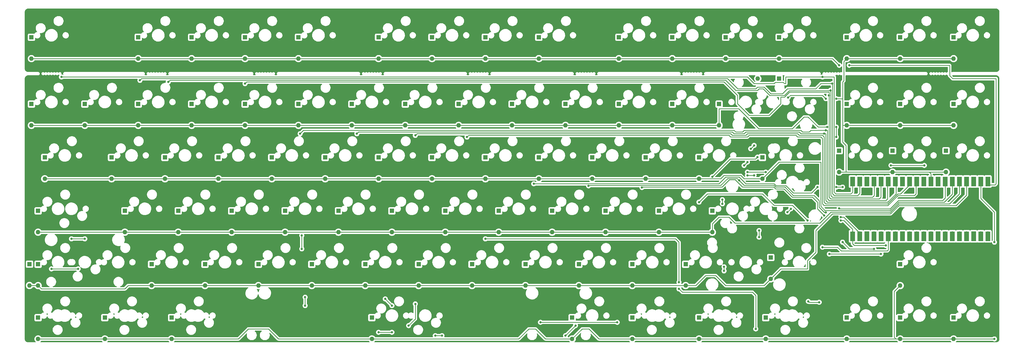
<source format=gtl>
G04 #@! TF.GenerationSoftware,KiCad,Pcbnew,7.0.10*
G04 #@! TF.CreationDate,2024-03-13T13:30:19+01:00*
G04 #@! TF.ProjectId,bb-pcb-v1,62622d70-6362-42d7-9631-2e6b69636164,rev?*
G04 #@! TF.SameCoordinates,Original*
G04 #@! TF.FileFunction,Copper,L1,Top*
G04 #@! TF.FilePolarity,Positive*
%FSLAX46Y46*%
G04 Gerber Fmt 4.6, Leading zero omitted, Abs format (unit mm)*
G04 Created by KiCad (PCBNEW 7.0.10) date 2024-03-13 13:30:19*
%MOMM*%
%LPD*%
G01*
G04 APERTURE LIST*
G04 #@! TA.AperFunction,ComponentPad*
%ADD10O,1.700000X1.700000*%
G04 #@! TD*
G04 #@! TA.AperFunction,SMDPad,CuDef*
%ADD11R,1.700000X3.500000*%
G04 #@! TD*
G04 #@! TA.AperFunction,ComponentPad*
%ADD12R,1.700000X1.700000*%
G04 #@! TD*
G04 #@! TA.AperFunction,ComponentPad*
%ADD13R,1.600000X1.600000*%
G04 #@! TD*
G04 #@! TA.AperFunction,ComponentPad*
%ADD14O,1.600000X1.600000*%
G04 #@! TD*
G04 #@! TA.AperFunction,ViaPad*
%ADD15C,0.800000*%
G04 #@! TD*
G04 #@! TA.AperFunction,Conductor*
%ADD16C,0.250000*%
G04 #@! TD*
G04 APERTURE END LIST*
D10*
X362584916Y-81637215D03*
D11*
X362584916Y-80737215D03*
D10*
X360044916Y-81637215D03*
D11*
X360044916Y-80737215D03*
D12*
X357504916Y-81637215D03*
D11*
X357504916Y-80737215D03*
D10*
X354964916Y-81637215D03*
D11*
X354964916Y-80737215D03*
D10*
X352424916Y-81637215D03*
D11*
X352424916Y-80737215D03*
D10*
X349884916Y-81637215D03*
D11*
X349884916Y-80737215D03*
D10*
X347344916Y-81637215D03*
D11*
X347344916Y-80737215D03*
D12*
X344804916Y-81637215D03*
D11*
X344804916Y-80737215D03*
D10*
X342264916Y-81637215D03*
D11*
X342264916Y-80737215D03*
D10*
X339724916Y-81637215D03*
D11*
X339724916Y-80737215D03*
D10*
X337184916Y-81637215D03*
D11*
X337184916Y-80737215D03*
D10*
X334644916Y-81637215D03*
D11*
X334644916Y-80737215D03*
D12*
X332104916Y-81637215D03*
D11*
X332104916Y-80737215D03*
D10*
X329564916Y-81637215D03*
D11*
X329564916Y-80737215D03*
D10*
X327024916Y-81637215D03*
D11*
X327024916Y-80737215D03*
D10*
X324484916Y-81637215D03*
D11*
X324484916Y-80737215D03*
D10*
X321944916Y-81637215D03*
D11*
X321944916Y-80737215D03*
D12*
X319404916Y-81637215D03*
D11*
X319404916Y-80737215D03*
D10*
X316864916Y-81637215D03*
D11*
X316864916Y-80737215D03*
D10*
X314324916Y-81637215D03*
D11*
X314324916Y-80737215D03*
D10*
X314324916Y-99417215D03*
D11*
X314324916Y-100317215D03*
D10*
X316864916Y-99417215D03*
D11*
X316864916Y-100317215D03*
D12*
X319404916Y-99417215D03*
D11*
X319404916Y-100317215D03*
D10*
X321944916Y-99417215D03*
D11*
X321944916Y-100317215D03*
D10*
X324484916Y-99417215D03*
D11*
X324484916Y-100317215D03*
D10*
X327024916Y-99417215D03*
D11*
X327024916Y-100317215D03*
D10*
X329564916Y-99417215D03*
D11*
X329564916Y-100317215D03*
D12*
X332104916Y-99417215D03*
D11*
X332104916Y-100317215D03*
D10*
X334644916Y-99417215D03*
D11*
X334644916Y-100317215D03*
D10*
X337184916Y-99417215D03*
D11*
X337184916Y-100317215D03*
D10*
X339724916Y-99417215D03*
D11*
X339724916Y-100317215D03*
D10*
X342264916Y-99417215D03*
D11*
X342264916Y-100317215D03*
D12*
X344804916Y-99417215D03*
D11*
X344804916Y-100317215D03*
D10*
X347344916Y-99417215D03*
D11*
X347344916Y-100317215D03*
D10*
X349884916Y-99417215D03*
D11*
X349884916Y-100317215D03*
D10*
X352424916Y-99417215D03*
D11*
X352424916Y-100317215D03*
D10*
X354964916Y-99417215D03*
D11*
X354964916Y-100317215D03*
D12*
X357504916Y-99417215D03*
D11*
X357504916Y-100317215D03*
D10*
X360044916Y-99417215D03*
D11*
X360044916Y-100317215D03*
D10*
X362584916Y-99417215D03*
D11*
X362584916Y-100317215D03*
D13*
X269081250Y-29289375D03*
D14*
X269081250Y-36909375D03*
D13*
X211931250Y-53101875D03*
D14*
X211931250Y-60721875D03*
D13*
X173831250Y-53101875D03*
D14*
X173831250Y-60721875D03*
D13*
X214312500Y-129301875D03*
D14*
X214312500Y-136921875D03*
D13*
X282178125Y-72151875D03*
D14*
X282178125Y-79771875D03*
D13*
X116681250Y-53101875D03*
D14*
X116681250Y-60721875D03*
D13*
X121443750Y-110251875D03*
D14*
X121443750Y-117871875D03*
D13*
X207168750Y-91201875D03*
D14*
X207168750Y-98821875D03*
D13*
X116681250Y-29289375D03*
D14*
X116681250Y-36909375D03*
D13*
X83343750Y-110251875D03*
D14*
X83343750Y-117871875D03*
D13*
X169068750Y-91201875D03*
D14*
X169068750Y-98821875D03*
D13*
X97631250Y-53101875D03*
D14*
X97631250Y-60721875D03*
D13*
X221456250Y-72151875D03*
D14*
X221456250Y-79771875D03*
D13*
X226218750Y-91201875D03*
D14*
X226218750Y-98821875D03*
D13*
X150018750Y-91201875D03*
D14*
X150018750Y-98821875D03*
D13*
X40481250Y-53101875D03*
D14*
X40481250Y-60721875D03*
D13*
X312261250Y-129301875D03*
D14*
X312261250Y-136921875D03*
D13*
X92868750Y-91201875D03*
D14*
X92868750Y-98821875D03*
D13*
X202406250Y-72151875D03*
D14*
X202406250Y-79771875D03*
D13*
X250031250Y-53101875D03*
D14*
X250031250Y-60721875D03*
D13*
X259556250Y-72151875D03*
D14*
X259556250Y-79771875D03*
D13*
X73818750Y-91201875D03*
D14*
X73818750Y-98821875D03*
D13*
X331311250Y-29289375D03*
D14*
X331311250Y-36909375D03*
D13*
X64293750Y-110251875D03*
D14*
X64293750Y-117871875D03*
D13*
X26193750Y-72151875D03*
D14*
X26193750Y-79771875D03*
D13*
X266700000Y-53101875D03*
D14*
X266700000Y-60721875D03*
D13*
X259556250Y-129301875D03*
D14*
X259556250Y-136921875D03*
D13*
X331311250Y-53101875D03*
D14*
X331311250Y-60721875D03*
D13*
X102393750Y-110251875D03*
D14*
X102393750Y-117871875D03*
D13*
X154781250Y-53101875D03*
D14*
X154781250Y-60721875D03*
D13*
X50006250Y-72151875D03*
D14*
X50006250Y-79771875D03*
D13*
X111918750Y-91201875D03*
D14*
X111918750Y-98821875D03*
D13*
X97631250Y-29289375D03*
D14*
X97631250Y-36909375D03*
D13*
X254793750Y-110251875D03*
D14*
X254793750Y-117871875D03*
D13*
X240506250Y-72151875D03*
D14*
X240506250Y-79771875D03*
D13*
X350361250Y-29289375D03*
D14*
X350361250Y-36909375D03*
D13*
X47625000Y-129301875D03*
D14*
X47625000Y-136921875D03*
D13*
X130968750Y-91201875D03*
D14*
X130968750Y-98821875D03*
D13*
X230981250Y-53101875D03*
D14*
X230981250Y-60721875D03*
D13*
X142875000Y-129301875D03*
D14*
X142875000Y-136921875D03*
D13*
X178593750Y-110251875D03*
D14*
X178593750Y-117871875D03*
D13*
X183356250Y-72151875D03*
D14*
X183356250Y-79771875D03*
D13*
X197643750Y-110251875D03*
D14*
X197643750Y-117871875D03*
D13*
X328612500Y-69770625D03*
D14*
X328612500Y-77390625D03*
D13*
X159543750Y-110251875D03*
D14*
X159543750Y-117871875D03*
D13*
X59531250Y-29289375D03*
D14*
X59531250Y-36909375D03*
D13*
X135731250Y-53101875D03*
D14*
X135731250Y-60721875D03*
D13*
X192881250Y-53101875D03*
D14*
X192881250Y-60721875D03*
D13*
X245268750Y-91201875D03*
D14*
X245268750Y-98821875D03*
D13*
X140493750Y-110251875D03*
D14*
X140493750Y-117871875D03*
D13*
X20741414Y-110223185D03*
D14*
X20741414Y-117843185D03*
D13*
X59531250Y-53101875D03*
D14*
X59531250Y-60721875D03*
D13*
X309562500Y-69770625D03*
D14*
X309562500Y-77390625D03*
D13*
X347662500Y-69770625D03*
D14*
X347662500Y-77390625D03*
D13*
X69056250Y-72151875D03*
D14*
X69056250Y-79771875D03*
D13*
X235743750Y-129301875D03*
D14*
X235743750Y-136921875D03*
D13*
X23812500Y-110251875D03*
D14*
X23812500Y-117871875D03*
D13*
X312261250Y-53101875D03*
D14*
X312261250Y-60721875D03*
D13*
X126206250Y-72151875D03*
D14*
X126206250Y-79771875D03*
D13*
X164306250Y-72151875D03*
D14*
X164306250Y-79771875D03*
D13*
X164306250Y-29289375D03*
D14*
X164306250Y-36909375D03*
D13*
X202406250Y-29289375D03*
D14*
X202406250Y-36909375D03*
D13*
X107156250Y-72151875D03*
D14*
X107156250Y-79771875D03*
D13*
X21431250Y-29289375D03*
D14*
X21431250Y-36909375D03*
D13*
X250031250Y-29289375D03*
D14*
X250031250Y-36909375D03*
D13*
X188118750Y-91201875D03*
D14*
X188118750Y-98821875D03*
D13*
X78581250Y-29289375D03*
D14*
X78581250Y-36909375D03*
D13*
X283368750Y-129301875D03*
D14*
X283368750Y-136921875D03*
D13*
X145256250Y-72151875D03*
D14*
X145256250Y-79771875D03*
D13*
X312261250Y-29289375D03*
D14*
X312261250Y-36909375D03*
D13*
X350361250Y-53101875D03*
D14*
X350361250Y-60721875D03*
D13*
X331311250Y-129301875D03*
D14*
X331311250Y-136921875D03*
D13*
X23812500Y-129301875D03*
D14*
X23812500Y-136921875D03*
D13*
X88106250Y-72151875D03*
D14*
X88106250Y-79771875D03*
D13*
X230981250Y-29289375D03*
D14*
X230981250Y-36909375D03*
D13*
X350361250Y-129301875D03*
D14*
X350361250Y-136921875D03*
D13*
X78581250Y-53101875D03*
D14*
X78581250Y-60721875D03*
D13*
X71437500Y-129301875D03*
D14*
X71437500Y-136921875D03*
D13*
X145256250Y-29289375D03*
D14*
X145256250Y-36909375D03*
D13*
X54768750Y-91201875D03*
D14*
X54768750Y-98821875D03*
D13*
X21431250Y-53101875D03*
D14*
X21431250Y-60721875D03*
D13*
X288131250Y-29289375D03*
D14*
X288131250Y-36909375D03*
D13*
X288131144Y-44053106D03*
D14*
X280511144Y-44053106D03*
D13*
X216693750Y-110251875D03*
D14*
X216693750Y-117871875D03*
D13*
X331311250Y-110251875D03*
D14*
X331311250Y-117871875D03*
D13*
X285154579Y-107870666D03*
D14*
X285154579Y-115490666D03*
D13*
X183356250Y-29289375D03*
D14*
X183356250Y-36909375D03*
D13*
X264318750Y-91201875D03*
D14*
X264318750Y-98821875D03*
D13*
X23812500Y-91201875D03*
D14*
X23812500Y-98821875D03*
D13*
X235743750Y-110251875D03*
D14*
X235743750Y-117871875D03*
D15*
X309562500Y-39290625D03*
X313134375Y-39290625D03*
X309562412Y-90357833D03*
X308501473Y-61317183D03*
X305265534Y-61317183D03*
X308501473Y-64889061D03*
X264318624Y-79046886D03*
X267890502Y-87222500D03*
X280392075Y-72032817D03*
X267890502Y-88701581D03*
X276820197Y-77390634D03*
X283368640Y-77390634D03*
X38100000Y-111918750D03*
X28575000Y-111918750D03*
X35718750Y-101203125D03*
X40481250Y-101203125D03*
X364926521Y-102393780D03*
X364926521Y-136921934D03*
X291355000Y-50783234D03*
X304799908Y-51196862D03*
X308501473Y-51196862D03*
X32146554Y-43457793D03*
X303609282Y-43457793D03*
X60126265Y-44648419D03*
X307051473Y-45839045D03*
X70246586Y-45243732D03*
X306456160Y-48220297D03*
X155971658Y-132159430D03*
X305860847Y-50006236D03*
X117871875Y-104775000D03*
X117871875Y-100012500D03*
X97630984Y-45839045D03*
X158352910Y-124420361D03*
X145256250Y-134540625D03*
X119062500Y-122039109D03*
X211931250Y-135731250D03*
X167878125Y-135731250D03*
X119062500Y-125015625D03*
X150018750Y-134540625D03*
X215503125Y-132159375D03*
X165496875Y-135731250D03*
X117276313Y-63698435D03*
X304799908Y-62507809D03*
X304204595Y-63698435D03*
X137516955Y-63698435D03*
X150018750Y-125015625D03*
X203001385Y-130968750D03*
X147637500Y-122634375D03*
X230385783Y-130968804D03*
X158352910Y-64293748D03*
X252412500Y-119062500D03*
X279796875Y-133350000D03*
X176807613Y-64889061D03*
X252412500Y-116681250D03*
X302418656Y-123825048D03*
X298529230Y-123507500D03*
X183356250Y-101203125D03*
X339923375Y-75009382D03*
X328017115Y-75009382D03*
X301823343Y-82748451D03*
X308501473Y-82748451D03*
X200620133Y-81557825D03*
X310753038Y-82748451D03*
X220154500Y-82282825D03*
X310157725Y-93464085D03*
X279201449Y-67865626D03*
X275629571Y-75009382D03*
X304799908Y-91807833D03*
X276820197Y-73818756D03*
X278010823Y-69056252D03*
X273843632Y-80367199D03*
X310157725Y-94654711D03*
X326231176Y-103584375D03*
X304204595Y-92868772D03*
X239204500Y-82878138D03*
X298251465Y-94654711D03*
X259556120Y-88106268D03*
X310753038Y-102393780D03*
X321945000Y-104775032D03*
X268485815Y-111187500D03*
X291107709Y-91678146D03*
X280987388Y-98226589D03*
X324445237Y-106628005D03*
X306057568Y-106628005D03*
X280987388Y-100607841D03*
X292298335Y-90487520D03*
X268485815Y-112637500D03*
X303609282Y-104179719D03*
X276820197Y-78581260D03*
X279201449Y-78581260D03*
D16*
X313134375Y-39290625D02*
X348853125Y-39290625D01*
X164306250Y-36909375D02*
X183356250Y-36909375D01*
X59531250Y-36909375D02*
X78581250Y-36909375D01*
X350043750Y-44053125D02*
X365521875Y-44053125D01*
X365164686Y-81915000D02*
X362585000Y-81915000D01*
X78581250Y-36909375D02*
X97631250Y-36909375D01*
X116681250Y-36909375D02*
X145256250Y-36909375D01*
X365521875Y-81557811D02*
X365164686Y-81915000D01*
X250031250Y-36909375D02*
X269081250Y-36909375D01*
X97631250Y-36909375D02*
X116681250Y-36909375D01*
X269081250Y-36909375D02*
X288131250Y-36909375D01*
X365521875Y-44053125D02*
X365521875Y-81557811D01*
X307181250Y-36909375D02*
X309562500Y-39290625D01*
X145256250Y-36909375D02*
X164306250Y-36909375D01*
X183356250Y-36909375D02*
X202406250Y-36909375D01*
X348956192Y-39393692D02*
X348956192Y-42965567D01*
X348956192Y-42965567D02*
X350043750Y-44053125D01*
X230981250Y-36909375D02*
X250031250Y-36909375D01*
X288131250Y-36909375D02*
X307181250Y-36909375D01*
X202406250Y-36909375D02*
X230981250Y-36909375D01*
X21431250Y-36909375D02*
X59531250Y-36909375D01*
X348853125Y-39290625D02*
X348956192Y-39393692D01*
X97631250Y-60721875D02*
X116681250Y-60721875D01*
X78581250Y-60721875D02*
X97631250Y-60721875D01*
X230981250Y-60721875D02*
X250031250Y-60721875D01*
X273673246Y-54768740D02*
X280817002Y-61912496D01*
X280817002Y-61912496D02*
X280987388Y-61912496D01*
X266699876Y-54768740D02*
X273673246Y-54768740D01*
X192881250Y-60721875D02*
X211931250Y-60721875D01*
X330696023Y-87510955D02*
X346471818Y-87510955D01*
X266700000Y-60721875D02*
X266700000Y-54768864D01*
X266700000Y-54768864D02*
X266699876Y-54768740D01*
X250031250Y-60721875D02*
X266700000Y-60721875D01*
X280987388Y-61912496D02*
X292866247Y-61912496D01*
X173831250Y-60721875D02*
X192881250Y-60721875D01*
X297060839Y-57745305D02*
X298251465Y-57745305D01*
X211931250Y-60721875D02*
X230981250Y-60721875D01*
X292866247Y-61912496D02*
X297033438Y-57745305D01*
X40481250Y-60721875D02*
X59531250Y-60721875D01*
X21431250Y-60721875D02*
X40481250Y-60721875D01*
X116681250Y-60721875D02*
X135731250Y-60721875D01*
X59531250Y-60721875D02*
X78581250Y-60721875D01*
X302038440Y-61317183D02*
X305265534Y-61317183D01*
X347345000Y-86637773D02*
X347344916Y-86637689D01*
X347344916Y-86637689D02*
X347344916Y-81637215D01*
X135731250Y-60721875D02*
X154781250Y-60721875D01*
X346471818Y-87510955D02*
X347345000Y-86637773D01*
X298466562Y-57745305D02*
X302038440Y-61317183D01*
X297033438Y-57745305D02*
X297060839Y-57745305D01*
X327719458Y-90487520D02*
X330696023Y-87510955D01*
X309562412Y-90357833D02*
X309692099Y-90487520D01*
X308501473Y-61317183D02*
X308501473Y-64889061D01*
X298251465Y-57745305D02*
X298466562Y-57745305D01*
X309692099Y-90487520D02*
X327719458Y-90487520D01*
X154781250Y-60721875D02*
X173831250Y-60721875D01*
X145256250Y-79771875D02*
X164306250Y-79771875D01*
X275629560Y-79771875D02*
X274438945Y-78581260D01*
X327760541Y-91082833D02*
X330737106Y-88106268D01*
X69056250Y-79771875D02*
X88106250Y-79771875D01*
X347067131Y-88106268D02*
X349885000Y-85288399D01*
X164306250Y-79771875D02*
X183356250Y-79771875D01*
X288131244Y-73818756D02*
X303013969Y-73818756D01*
X183356250Y-79771875D02*
X202406250Y-79771875D01*
X202406250Y-79771875D02*
X221456250Y-79771875D01*
X304481710Y-91082833D02*
X327760541Y-91082833D01*
X282178125Y-79771875D02*
X288131244Y-73818756D01*
X303013969Y-73818756D02*
X303013969Y-89615092D01*
X26193750Y-79771875D02*
X50006250Y-79771875D01*
X221456250Y-79771875D02*
X240506250Y-79771875D01*
X282178125Y-79771875D02*
X275629560Y-79771875D01*
X330737106Y-88106268D02*
X347067131Y-88106268D01*
X50006250Y-79771875D02*
X69056250Y-79771875D01*
X126206250Y-79771875D02*
X145256250Y-79771875D01*
X268485815Y-78581260D02*
X267295189Y-79771886D01*
X88106250Y-79771875D02*
X107156250Y-79771875D01*
X240506250Y-79771875D02*
X259556250Y-79771875D01*
X107156250Y-79771875D02*
X126206250Y-79771875D01*
X274438945Y-78581260D02*
X268485815Y-78581260D01*
X303013969Y-89615092D02*
X304481710Y-91082833D01*
X349884916Y-85288315D02*
X349885000Y-85288399D01*
X267295189Y-79771886D02*
X259556261Y-79771886D01*
X259556261Y-79771886D02*
X259556250Y-79771875D01*
X349884916Y-81637215D02*
X349884916Y-85288315D01*
X270678010Y-72687500D02*
X264318624Y-79046886D01*
X267890502Y-88701581D02*
X267890502Y-87222500D01*
X279737392Y-72687500D02*
X270678010Y-72687500D01*
X280392075Y-72032817D02*
X279737392Y-72687500D01*
X130968750Y-98821875D02*
X150018750Y-98821875D01*
X150018750Y-98821875D02*
X169068750Y-98821875D01*
X92868750Y-98821875D02*
X111918750Y-98821875D01*
X188118750Y-98821875D02*
X207168750Y-98821875D01*
X306585847Y-91678146D02*
X302676493Y-95587500D01*
X54768750Y-98821875D02*
X23812500Y-98821875D01*
X330778189Y-88701581D02*
X327801624Y-91678146D01*
X226218750Y-98821875D02*
X245268750Y-98821875D01*
X245268750Y-98821875D02*
X264318750Y-98821875D01*
X111918750Y-98821875D02*
X130968750Y-98821875D01*
X73818750Y-98821875D02*
X92868750Y-98821875D01*
X348853070Y-88701581D02*
X330778189Y-88701581D01*
X348853070Y-88701581D02*
X352425000Y-85129651D01*
X348829804Y-88724847D02*
X348853070Y-88701581D01*
X327801624Y-91678146D02*
X306585847Y-91678146D01*
X272395169Y-95587500D02*
X270271754Y-93464085D01*
X54768750Y-98821875D02*
X73818750Y-98821875D01*
X302676493Y-95587500D02*
X272395169Y-95587500D01*
X352424916Y-85129567D02*
X352424916Y-81637215D01*
X270271754Y-93464085D02*
X266699876Y-93464085D01*
X169068750Y-98821875D02*
X188118750Y-98821875D01*
X264318750Y-95845211D02*
X264318750Y-98821875D01*
X352425000Y-85129651D02*
X352424916Y-85129567D01*
X207168750Y-98821875D02*
X226218750Y-98821875D01*
X266699876Y-93464085D02*
X264318750Y-95845211D01*
X276820197Y-77390634D02*
X283368640Y-77390634D01*
X28575000Y-111918750D02*
X38100000Y-111918750D01*
X20741414Y-117843185D02*
X23783810Y-117843185D01*
X216693750Y-117871875D02*
X235743750Y-117871875D01*
X54768750Y-119062500D02*
X55959375Y-117871875D01*
X282773370Y-117871875D02*
X285154579Y-115490666D01*
X235743750Y-117871875D02*
X254793750Y-117871875D01*
X351234322Y-89296894D02*
X330819272Y-89296894D01*
X261937500Y-114300000D02*
X265509375Y-114300000D01*
X121443750Y-117871875D02*
X140493750Y-117871875D01*
X178593750Y-117871875D02*
X197643750Y-117871875D01*
X327842707Y-92273459D02*
X307181160Y-92273459D01*
X140493750Y-117871875D02*
X159543750Y-117871875D01*
X298251465Y-108942223D02*
X298251465Y-111918788D01*
X298245177Y-111912500D02*
X288732745Y-111912500D01*
X301228030Y-105965658D02*
X298251465Y-108942223D01*
X197643750Y-117871875D02*
X216693750Y-117871875D01*
X23783810Y-117843185D02*
X23812500Y-117871875D01*
X354964916Y-85566132D02*
X354964916Y-81637215D01*
X64293750Y-117871875D02*
X83343750Y-117871875D01*
X354965000Y-85566216D02*
X354964916Y-85566132D01*
X330819272Y-89296894D02*
X327842707Y-92273459D01*
X354965000Y-85566216D02*
X351234322Y-89296894D01*
X288732745Y-111912500D02*
X285154579Y-115490666D01*
X269081250Y-117871875D02*
X282773370Y-117871875D01*
X55959375Y-117871875D02*
X64293750Y-117871875D01*
X254793750Y-117871875D02*
X258365625Y-117871875D01*
X258365625Y-117871875D02*
X261937500Y-114300000D01*
X301228030Y-98226589D02*
X301228030Y-105965658D01*
X307181160Y-92273459D02*
X301228030Y-98226589D01*
X102393750Y-117871875D02*
X121443750Y-117871875D01*
X23812500Y-117871875D02*
X25003125Y-119062500D01*
X83343750Y-117871875D02*
X102393750Y-117871875D01*
X25003125Y-119062500D02*
X54768750Y-119062500D01*
X298251465Y-111918788D02*
X298245177Y-111912500D01*
X265509375Y-114300000D02*
X269081250Y-117871875D01*
X159543750Y-117871875D02*
X178593750Y-117871875D01*
X35718750Y-101203125D02*
X40481250Y-101203125D01*
X223837500Y-136921875D02*
X235743750Y-136921875D01*
X214312500Y-136921875D02*
X217884375Y-133350000D01*
X95250000Y-136921875D02*
X98821875Y-133350000D01*
X364926521Y-102393780D02*
X364926521Y-91678146D01*
X360044916Y-86796541D02*
X360044916Y-81637215D01*
X329207741Y-136326621D02*
X329207741Y-119975384D01*
X259556250Y-136921875D02*
X283368750Y-136921875D01*
X142875000Y-136921875D02*
X195262500Y-136921875D01*
X283368750Y-136921875D02*
X312261250Y-136921875D01*
X364926521Y-91678146D02*
X360044916Y-86796541D01*
X105965625Y-133350000D02*
X109537500Y-136921875D01*
X331311250Y-136921875D02*
X350361250Y-136921875D01*
X217884375Y-133350000D02*
X220265625Y-133350000D01*
X195262500Y-136921875D02*
X198834375Y-133350000D01*
X312261250Y-136921875D02*
X331311250Y-136921875D01*
X220265625Y-133350000D02*
X223837500Y-136921875D01*
X198834375Y-133350000D02*
X201215625Y-133350000D01*
X71437500Y-136921875D02*
X95250000Y-136921875D01*
X109537500Y-136921875D02*
X142875000Y-136921875D01*
X364926521Y-136921934D02*
X364926462Y-136921875D01*
X201215625Y-133350000D02*
X204787500Y-136921875D01*
X329802995Y-136921875D02*
X329207741Y-136326621D01*
X364926462Y-136921875D02*
X350361250Y-136921875D01*
X47625000Y-136921875D02*
X71437500Y-136921875D01*
X98821875Y-133350000D02*
X105965625Y-133350000D01*
X331311250Y-136921875D02*
X329802995Y-136921875D01*
X235743750Y-136921875D02*
X259556250Y-136921875D01*
X23812500Y-136921875D02*
X47625000Y-136921875D01*
X204787500Y-136921875D02*
X214312500Y-136921875D01*
X329207741Y-119975384D02*
X331311250Y-117871875D01*
X292125734Y-50012500D02*
X303615546Y-50012500D01*
X328612500Y-77390625D02*
X341709375Y-77390625D01*
X309562500Y-77390625D02*
X311943750Y-77390625D01*
X342265000Y-77946250D02*
X341709375Y-77390625D01*
X342265000Y-81915000D02*
X342265000Y-77946250D01*
X310753125Y-51196862D02*
X310753125Y-60721875D01*
X341709375Y-77390625D02*
X347662500Y-77390625D01*
X312261250Y-36909375D02*
X331311250Y-36909375D01*
X331311250Y-60721875D02*
X350361250Y-60721875D01*
X310753125Y-66675000D02*
X311943750Y-67865625D01*
X291355000Y-50783234D02*
X292125734Y-50012500D01*
X311943750Y-77390625D02*
X328612500Y-77390625D01*
X311220987Y-44775888D02*
X310753125Y-45243750D01*
X310753125Y-60721875D02*
X310753125Y-66675000D01*
X308501473Y-51196862D02*
X310753125Y-51196862D01*
X311943750Y-67865625D02*
X311943750Y-77390625D01*
X312261250Y-60721875D02*
X331311250Y-60721875D01*
X312261250Y-36909375D02*
X311220987Y-37949638D01*
X310753125Y-60721875D02*
X312261250Y-60721875D01*
X303615546Y-50012500D02*
X304799908Y-51196862D01*
X311220987Y-37949638D02*
X311220987Y-44775888D01*
X331311250Y-36909375D02*
X350361250Y-36909375D01*
X310753125Y-45243750D02*
X310753125Y-51196862D01*
X313729603Y-85129703D02*
X314324916Y-84534390D01*
X286776750Y-45407500D02*
X289578929Y-45407500D01*
X303609282Y-43457793D02*
X307776473Y-43457793D01*
X308371786Y-85129703D02*
X313729603Y-85129703D01*
X32146554Y-43457793D02*
X276820197Y-43457793D01*
X286345205Y-45839045D02*
X286776750Y-45407500D01*
X314324916Y-84534390D02*
X314324916Y-81915084D01*
X279201449Y-45839045D02*
X286345205Y-45839045D01*
X290010474Y-45839045D02*
X290512396Y-45839045D01*
X289578929Y-45407500D02*
X290010474Y-45839045D01*
X307776473Y-84534390D02*
X308371786Y-85129703D01*
X290512396Y-43457793D02*
X303609282Y-43457793D01*
X314324916Y-84534390D02*
X314324916Y-81637215D01*
X307776473Y-43457793D02*
X307776473Y-84534390D01*
X314324916Y-81915084D02*
X314325000Y-81915000D01*
X290512396Y-45839045D02*
X290512396Y-43457793D01*
X276820197Y-43457793D02*
X279201449Y-45839045D01*
X316110855Y-85725016D02*
X316865000Y-84970871D01*
X60721578Y-44053106D02*
X269728600Y-44053106D01*
X282773327Y-47029671D02*
X280392075Y-47029671D01*
X289321770Y-49410923D02*
X285154579Y-49410923D01*
X273300479Y-47624984D02*
X273274399Y-47598904D01*
X307817556Y-85725016D02*
X316110855Y-85725016D01*
X60126265Y-44648419D02*
X60721578Y-44053106D01*
X307051473Y-45839045D02*
X307181160Y-45968732D01*
X279796762Y-47624984D02*
X273300479Y-47624984D01*
X307181160Y-45968732D02*
X307181160Y-85088620D01*
X273274399Y-47598904D02*
X273300478Y-47624984D01*
X280392075Y-47029671D02*
X279796762Y-47624984D01*
X285154579Y-49410923D02*
X282773327Y-47029671D01*
X316865000Y-84970871D02*
X316865000Y-81915000D01*
X307051473Y-45839045D02*
X303013969Y-45839045D01*
X269728600Y-44053106D02*
X273274399Y-47598904D01*
X307181160Y-85088620D02*
X307817556Y-85725016D01*
X291107709Y-47624984D02*
X289321770Y-49410923D01*
X301228030Y-47624984D02*
X291107709Y-47624984D01*
X303013969Y-45839045D02*
X301228030Y-47624984D01*
X306585847Y-48445329D02*
X306585847Y-85725016D01*
X70841899Y-44648419D02*
X70246586Y-45243732D01*
X269081128Y-44648419D02*
X70841899Y-44648419D01*
X280392075Y-48220297D02*
X272653006Y-48220297D01*
X306473331Y-48332813D02*
X291703022Y-48332813D01*
X280987388Y-47624984D02*
X280392075Y-48220297D01*
X307181160Y-86320329D02*
X321468672Y-86320329D01*
X306585847Y-85725016D02*
X307181160Y-86320329D01*
X284785742Y-50006236D02*
X282404490Y-47624984D01*
X272653006Y-48220297D02*
X269081128Y-44648419D01*
X322063985Y-85725016D02*
X322063985Y-82033985D01*
X322063985Y-82033985D02*
X321945000Y-81915000D01*
X306585847Y-48445329D02*
X306473331Y-48332813D01*
X290029599Y-50006236D02*
X284785742Y-50006236D01*
X306456160Y-48315642D02*
X306585847Y-48445329D01*
X321468672Y-86320329D02*
X322063985Y-85725016D01*
X291703022Y-48332813D02*
X290029599Y-50006236D01*
X306456160Y-48220297D02*
X306456160Y-48315642D01*
X282404490Y-47624984D02*
X280987388Y-47624984D01*
X306585847Y-86915642D02*
X323849924Y-86915642D01*
X268485815Y-45243732D02*
X98226297Y-45243732D01*
X324445237Y-81954763D02*
X324485000Y-81915000D01*
X273248319Y-50006236D02*
X268485815Y-45243732D01*
X273248319Y-52982801D02*
X273248319Y-50006236D01*
X158352910Y-124420361D02*
X158352910Y-129778178D01*
X291856621Y-48815610D02*
X290070682Y-50601549D01*
X305990534Y-86320329D02*
X306585847Y-86915642D01*
X288726457Y-52982801D02*
X284559266Y-57149992D01*
X98226297Y-45243732D02*
X97630984Y-45839045D01*
X284559266Y-57149992D02*
X277415510Y-57149992D01*
X158352910Y-129778178D02*
X155971658Y-132159430D01*
X323849924Y-86915642D02*
X324445237Y-86320329D01*
X277415510Y-57149992D02*
X273248319Y-52982801D01*
X324445237Y-86320329D02*
X324445237Y-81954763D01*
X305990534Y-50006236D02*
X305860847Y-50006236D01*
X305990534Y-50006236D02*
X305990534Y-86320329D01*
X305990534Y-48815610D02*
X291856621Y-48815610D01*
X117871875Y-100012500D02*
X117871875Y-104775000D01*
X305990534Y-50006236D02*
X305990534Y-48815610D01*
X288726457Y-50601549D02*
X288726457Y-52982801D01*
X290070682Y-50601549D02*
X288726457Y-50601549D01*
X326826489Y-86915642D02*
X326826489Y-82113511D01*
X145256250Y-134540625D02*
X150018750Y-134540625D01*
X118466939Y-62507809D02*
X138112268Y-62507809D01*
X250031112Y-62507809D02*
X272057693Y-62507809D01*
X138112268Y-62507809D02*
X193476377Y-62507809D01*
X304799908Y-62507809D02*
X305395221Y-62507809D01*
X193476377Y-62507809D02*
X250031112Y-62507809D01*
X326826489Y-82113511D02*
X327025000Y-81915000D01*
X298846778Y-63103122D02*
X299442091Y-62507809D01*
X272653006Y-63103122D02*
X275034258Y-63103122D01*
X275629571Y-62507809D02*
X295870213Y-62507809D01*
X272057693Y-62507809D02*
X272653006Y-63103122D01*
X165496875Y-135731250D02*
X167878125Y-135731250D01*
X119062500Y-122039109D02*
X119062500Y-125015625D01*
X211931250Y-135731250D02*
X215503125Y-132159375D01*
X117276313Y-63698435D02*
X118466939Y-62507809D01*
X296465526Y-63103122D02*
X298846778Y-63103122D01*
X305395221Y-86915642D02*
X305990534Y-87510955D01*
X275034258Y-63103122D02*
X275629571Y-62507809D01*
X299442091Y-62507809D02*
X304799908Y-62507809D01*
X326231176Y-87510955D02*
X326826489Y-86915642D01*
X305990534Y-87510955D02*
X326231176Y-87510955D01*
X305395221Y-62507809D02*
X305395221Y-86915642D01*
X295870213Y-62507809D02*
X296465526Y-63103122D01*
X276224884Y-63103122D02*
X295274900Y-63103122D01*
X271462380Y-63103122D02*
X272057693Y-63698435D01*
X150018750Y-125015625D02*
X147637500Y-122634375D01*
X326826489Y-88106268D02*
X329803054Y-85129703D01*
X304204595Y-63698435D02*
X304799908Y-63698435D01*
X329803054Y-82153054D02*
X329565000Y-81915000D01*
X137516955Y-63698435D02*
X138112268Y-63103122D01*
X329803054Y-85129703D02*
X329803054Y-82153054D01*
X275629571Y-63698435D02*
X276224884Y-63103122D01*
X304799908Y-63698435D02*
X304799908Y-87510955D01*
X203001385Y-130968750D02*
X230385729Y-130968750D01*
X304799908Y-87510955D02*
X305395221Y-88106268D01*
X272057693Y-63698435D02*
X275629571Y-63698435D01*
X295870213Y-63698435D02*
X304204595Y-63698435D01*
X230385729Y-130968750D02*
X230385783Y-130968804D01*
X305395221Y-88106268D02*
X326826489Y-88106268D01*
X138112268Y-63103122D02*
X271462380Y-63103122D01*
X295274900Y-63103122D02*
X295870213Y-63698435D01*
X270867067Y-63698435D02*
X271462380Y-64293748D01*
X294679587Y-63698435D02*
X295274900Y-64293748D01*
X158352910Y-64293748D02*
X158948223Y-63698435D01*
X276224884Y-64293748D02*
X276820197Y-63698435D01*
X276820197Y-63698435D02*
X294679587Y-63698435D01*
X330439450Y-85129703D02*
X331430297Y-85129703D01*
X304204595Y-88106268D02*
X304799908Y-88701581D01*
X304204595Y-64889061D02*
X304204595Y-88106268D01*
X295274900Y-64293748D02*
X303609282Y-64293748D01*
X303609282Y-64293748D02*
X304204595Y-64889061D01*
X304799908Y-88701581D02*
X326867572Y-88701581D01*
X271462380Y-64293748D02*
X276224884Y-64293748D01*
X331430297Y-85129703D02*
X334645000Y-81915000D01*
X326867572Y-88701581D02*
X330439450Y-85129703D01*
X158948223Y-63698435D02*
X270867067Y-63698435D01*
X336946810Y-85129703D02*
X336946810Y-82153190D01*
X336351497Y-85725016D02*
X336946810Y-85129703D01*
X330480533Y-85725016D02*
X336351497Y-85725016D01*
X277415510Y-64293748D02*
X294084274Y-64293748D01*
X270271754Y-64293748D02*
X270867067Y-64889061D01*
X302418656Y-123825048D02*
X298846778Y-123825048D01*
X270867067Y-64889061D02*
X276820197Y-64889061D01*
X336946810Y-82153190D02*
X337185000Y-81915000D01*
X279796875Y-121443750D02*
X279796875Y-128587500D01*
X183356250Y-101203125D02*
X251221875Y-101203125D01*
X298846778Y-123825048D02*
X298529230Y-123507500D01*
X294084274Y-64293748D02*
X294679587Y-64889061D01*
X303609282Y-65484374D02*
X303609282Y-88701581D01*
X278606250Y-120253125D02*
X279796875Y-121443750D01*
X304204595Y-89296894D02*
X326908655Y-89296894D01*
X252412500Y-102393750D02*
X252412500Y-116681250D01*
X276820197Y-64889061D02*
X277415510Y-64293748D01*
X176807613Y-64889061D02*
X177402926Y-64293748D01*
X303609282Y-88701581D02*
X304204595Y-89296894D01*
X177402926Y-64293748D02*
X270271754Y-64293748D01*
X326908655Y-89296894D02*
X330480533Y-85725016D01*
X294679587Y-64889061D02*
X303013969Y-64889061D01*
X251221875Y-101203125D02*
X252412500Y-102393750D01*
X279796875Y-128587500D02*
X279796875Y-133350000D01*
X253603125Y-120253125D02*
X278606250Y-120253125D01*
X252412500Y-119062500D02*
X253603125Y-120253125D01*
X303013969Y-64889061D02*
X303609282Y-65484374D01*
X269081128Y-79176573D02*
X266699876Y-81557825D01*
X266699876Y-81557825D02*
X200620133Y-81557825D01*
X286999880Y-82212500D02*
X286345205Y-81557825D01*
X290571758Y-82212500D02*
X286999880Y-82212500D01*
X293221758Y-84862500D02*
X290571758Y-82212500D01*
X339923375Y-75009382D02*
X328017115Y-75009382D01*
X301823343Y-82748451D02*
X299709294Y-84862500D01*
X273843632Y-79176573D02*
X269081128Y-79176573D01*
X276224884Y-81557825D02*
X273843632Y-79176573D01*
X299709294Y-84862500D02*
X293221758Y-84862500D01*
X286345205Y-81557825D02*
X276224884Y-81557825D01*
X308501473Y-82748451D02*
X310753038Y-82748451D01*
X310157725Y-93464085D02*
X311218750Y-93464085D01*
X273138933Y-79662500D02*
X273843632Y-80367199D01*
X302418656Y-87510955D02*
X302418656Y-89933290D01*
X220154500Y-82282825D02*
X220284187Y-82153138D01*
X278010823Y-69056252D02*
X279201449Y-67865626D01*
X275629571Y-75009382D02*
X276820197Y-73818756D01*
X293191305Y-85725016D02*
X300632717Y-85725016D01*
X275629571Y-82153138D02*
X286304122Y-82153138D01*
X290214740Y-82748451D02*
X293191305Y-85725016D01*
X220284187Y-82153138D02*
X267295189Y-82153138D01*
X269785827Y-79662500D02*
X273138933Y-79662500D01*
X302418656Y-89933290D02*
X304293199Y-91807833D01*
X300632717Y-85725016D02*
X302418656Y-87510955D01*
X286899435Y-82748451D02*
X290214740Y-82748451D01*
X311218750Y-93464085D02*
X316865000Y-99110335D01*
X316865000Y-99110335D02*
X316865000Y-99245000D01*
X304293199Y-91807833D02*
X304799908Y-91807833D01*
X273843632Y-80367199D02*
X275629571Y-82153138D01*
X286304122Y-82153138D02*
X286899435Y-82748451D01*
X267295189Y-82153138D02*
X269785827Y-79662500D01*
X270384993Y-80112500D02*
X272398307Y-80112500D01*
X300037404Y-86320329D02*
X301823343Y-88106268D01*
X286263039Y-82748451D02*
X286878894Y-83364306D01*
X301823343Y-90528602D02*
X304163513Y-92868772D01*
X317896794Y-103584406D02*
X314920229Y-103584406D01*
X301823343Y-88106268D02*
X301823343Y-90528602D01*
X239334187Y-82748451D02*
X267749042Y-82748451D01*
X267749042Y-82748451D02*
X270384993Y-80112500D01*
X310157725Y-94654711D02*
X311218750Y-94654711D01*
X326231176Y-103584375D02*
X317896794Y-103584406D01*
X314324916Y-100987604D02*
X314325000Y-100987520D01*
X286878894Y-83364306D02*
X289917083Y-83364306D01*
X304163513Y-92868772D02*
X304204595Y-92868772D01*
X289917083Y-83364306D02*
X292873106Y-86320329D01*
X314325000Y-97760961D02*
X314325000Y-99377520D01*
X314920229Y-103584406D02*
X314324916Y-102989093D01*
X239204500Y-82878138D02*
X239334187Y-82748451D01*
X314325000Y-100987520D02*
X314325000Y-99377520D01*
X314324916Y-102989093D02*
X314324916Y-100987604D01*
X275034258Y-82748451D02*
X286263039Y-82748451D01*
X317896794Y-103584406D02*
X317896763Y-103584375D01*
X272398307Y-80112500D02*
X275034258Y-82748451D01*
X311218750Y-94654711D02*
X314325000Y-97760961D01*
X292873106Y-86320329D02*
X300037404Y-86320329D01*
X262532685Y-85129703D02*
X282178014Y-85129703D01*
X286285811Y-89237500D02*
X292834254Y-89237500D01*
X310753038Y-102393780D02*
X313134290Y-104775032D01*
X259556120Y-88106268D02*
X262532685Y-85129703D01*
X313134290Y-104775032D02*
X321945000Y-104775032D01*
X282178014Y-85129703D02*
X286285811Y-89237500D01*
X292834254Y-89237500D02*
X298251465Y-94654711D01*
X268485815Y-112637500D02*
X268485815Y-111187500D01*
X280987388Y-100607841D02*
X280987388Y-98226589D01*
X324445237Y-106628005D02*
X306057568Y-106628005D01*
X291107709Y-91678146D02*
X292298335Y-90487520D01*
X326696802Y-105500032D02*
X327025000Y-105171834D01*
X276820197Y-78581260D02*
X279201449Y-78581260D01*
X310287412Y-105500032D02*
X326696802Y-105500032D01*
X327025000Y-105171834D02*
X327025000Y-99695000D01*
X303609282Y-104179719D02*
X308967099Y-104179719D01*
X308967099Y-104179719D02*
X310287412Y-105500032D01*
G04 #@! TA.AperFunction,NonConductor*
G36*
X289993419Y-42882635D02*
G01*
X290039174Y-42935439D01*
X290049118Y-43004597D01*
X290020093Y-43068153D01*
X290016775Y-43071831D01*
X290002333Y-43087210D01*
X290002331Y-43087213D01*
X289998390Y-43094382D01*
X289985285Y-43113666D01*
X289980073Y-43119966D01*
X289980070Y-43119971D01*
X289956455Y-43170154D01*
X289952922Y-43177087D01*
X289926201Y-43225696D01*
X289926199Y-43225701D01*
X289924165Y-43233621D01*
X289916266Y-43255561D01*
X289912782Y-43262965D01*
X289912780Y-43262972D01*
X289902389Y-43317442D01*
X289900691Y-43325040D01*
X289886896Y-43378769D01*
X289886896Y-43386945D01*
X289884701Y-43410175D01*
X289883169Y-43418207D01*
X289886651Y-43473550D01*
X289886896Y-43481336D01*
X289886896Y-44677794D01*
X289867211Y-44744833D01*
X289814407Y-44790588D01*
X289745249Y-44800532D01*
X289743498Y-44800267D01*
X289711689Y-44795229D01*
X289700251Y-44792861D01*
X289657949Y-44782000D01*
X289657948Y-44782000D01*
X289637913Y-44782000D01*
X289618515Y-44780473D01*
X289611091Y-44779297D01*
X289598734Y-44777340D01*
X289598733Y-44777340D01*
X289567312Y-44780310D01*
X289498717Y-44767021D01*
X289448196Y-44718757D01*
X289431643Y-44656863D01*
X289431643Y-43205234D01*
X289425235Y-43145623D01*
X289415767Y-43120239D01*
X289382216Y-43030283D01*
X289377232Y-42960592D01*
X289410717Y-42899268D01*
X289472040Y-42865784D01*
X289498390Y-42862950D01*
X289926381Y-42862950D01*
X289993419Y-42882635D01*
G37*
G04 #@! TD.AperFunction*
G04 #@! TA.AperFunction,NonConductor*
G36*
X286830927Y-42882637D02*
G01*
X286876682Y-42935441D01*
X286886626Y-43004600D01*
X286880070Y-43030285D01*
X286837053Y-43145620D01*
X286837052Y-43145622D01*
X286832351Y-43189352D01*
X286830645Y-43205229D01*
X286830644Y-43205241D01*
X286830644Y-44659832D01*
X286810959Y-44726871D01*
X286758155Y-44772626D01*
X286710543Y-44783771D01*
X286678123Y-44784790D01*
X286658879Y-44790381D01*
X286639829Y-44794325D01*
X286619961Y-44796834D01*
X286619960Y-44796834D01*
X286579349Y-44812913D01*
X286568304Y-44816694D01*
X286526364Y-44828879D01*
X286526360Y-44828881D01*
X286509116Y-44839079D01*
X286491655Y-44847633D01*
X286473024Y-44855010D01*
X286473012Y-44855017D01*
X286437683Y-44880685D01*
X286427923Y-44887096D01*
X286390330Y-44909329D01*
X286376164Y-44923495D01*
X286361374Y-44936127D01*
X286345164Y-44947904D01*
X286345161Y-44947907D01*
X286317323Y-44981558D01*
X286309461Y-44990197D01*
X286122433Y-45177226D01*
X286061110Y-45210711D01*
X286034752Y-45213545D01*
X281489254Y-45213545D01*
X281422215Y-45193860D01*
X281376460Y-45141056D01*
X281366516Y-45071898D01*
X281395541Y-45008342D01*
X281401573Y-45001864D01*
X281511189Y-44892247D01*
X281511191Y-44892245D01*
X281641712Y-44705840D01*
X281737883Y-44499602D01*
X281796779Y-44279798D01*
X281816612Y-44053106D01*
X281816603Y-44053007D01*
X281802896Y-43896332D01*
X281796779Y-43826414D01*
X281737883Y-43606610D01*
X281641712Y-43400372D01*
X281539443Y-43254316D01*
X281511189Y-43213964D01*
X281371865Y-43074640D01*
X281338380Y-43013317D01*
X281343364Y-42943625D01*
X281385236Y-42887692D01*
X281450700Y-42863275D01*
X281459531Y-42862959D01*
X286763889Y-42862953D01*
X286830927Y-42882637D01*
G37*
G04 #@! TD.AperFunction*
G04 #@! TA.AperFunction,NonConductor*
G36*
X279629778Y-42882645D02*
G01*
X279675533Y-42935449D01*
X279685477Y-43004608D01*
X279656452Y-43068164D01*
X279650421Y-43074642D01*
X279511095Y-43213968D01*
X279380576Y-43400371D01*
X279380575Y-43400373D01*
X279284405Y-43606608D01*
X279284402Y-43606617D01*
X279225510Y-43826408D01*
X279225508Y-43826419D01*
X279205676Y-44053104D01*
X279205676Y-44053107D01*
X279225508Y-44279792D01*
X279225510Y-44279803D01*
X279284402Y-44499594D01*
X279284405Y-44499603D01*
X279380575Y-44705838D01*
X279380576Y-44705840D01*
X279511098Y-44892247D01*
X279620715Y-45001864D01*
X279654200Y-45063187D01*
X279649216Y-45132879D01*
X279607344Y-45188812D01*
X279541880Y-45213229D01*
X279533034Y-45213545D01*
X279511901Y-45213545D01*
X279444862Y-45193860D01*
X279424220Y-45177226D01*
X278377676Y-44130682D01*
X277321639Y-43074644D01*
X277288154Y-43013321D01*
X277293138Y-42943629D01*
X277335010Y-42887696D01*
X277400474Y-42863279D01*
X277409303Y-42862963D01*
X279562740Y-42862961D01*
X279629778Y-42882645D01*
G37*
G04 #@! TD.AperFunction*
G04 #@! TA.AperFunction,NonConductor*
G36*
X272322718Y-44102978D02*
G01*
X272368473Y-44155782D01*
X272378417Y-44224940D01*
X272358133Y-44277145D01*
X272357968Y-44277386D01*
X272357965Y-44277390D01*
X272229758Y-44465435D01*
X272208056Y-44497266D01*
X272208055Y-44497267D01*
X272092600Y-44737014D01*
X272014161Y-44991304D01*
X272014159Y-44991310D01*
X271990155Y-45150573D01*
X271960699Y-45213930D01*
X271901665Y-45251304D01*
X271831797Y-45250829D01*
X271779859Y-45219773D01*
X271318050Y-44757964D01*
X270855058Y-44294973D01*
X270821574Y-44233651D01*
X270826558Y-44163960D01*
X270868430Y-44108026D01*
X270933894Y-44083609D01*
X270942740Y-44083293D01*
X272255679Y-44083293D01*
X272322718Y-44102978D01*
G37*
G04 #@! TD.AperFunction*
G04 #@! TA.AperFunction,NonConductor*
G36*
X302972573Y-44102978D02*
G01*
X302997682Y-44124319D01*
X303003408Y-44130678D01*
X303003412Y-44130682D01*
X303156547Y-44241941D01*
X303156552Y-44241944D01*
X303329474Y-44318935D01*
X303329479Y-44318937D01*
X303514636Y-44358293D01*
X303514637Y-44358293D01*
X303703926Y-44358293D01*
X303703928Y-44358293D01*
X303889085Y-44318937D01*
X304062012Y-44241944D01*
X304215153Y-44130681D01*
X304218070Y-44127440D01*
X304220882Y-44124319D01*
X304280369Y-44087672D01*
X304313030Y-44083293D01*
X307026973Y-44083293D01*
X307094012Y-44102978D01*
X307139767Y-44155782D01*
X307150973Y-44207293D01*
X307150973Y-44814545D01*
X307131288Y-44881584D01*
X307078484Y-44927339D01*
X307026973Y-44938545D01*
X306956827Y-44938545D01*
X306924370Y-44945443D01*
X306771670Y-44977900D01*
X306771665Y-44977902D01*
X306598743Y-45054893D01*
X306598738Y-45054896D01*
X306445603Y-45166155D01*
X306445599Y-45166159D01*
X306439873Y-45172519D01*
X306380386Y-45209166D01*
X306347725Y-45213545D01*
X303096707Y-45213545D01*
X303081090Y-45211821D01*
X303081063Y-45212107D01*
X303073301Y-45211372D01*
X303006114Y-45213484D01*
X303002220Y-45213545D01*
X302974619Y-45213545D01*
X302971569Y-45213930D01*
X302970618Y-45214050D01*
X302959000Y-45214963D01*
X302915342Y-45216335D01*
X302915341Y-45216335D01*
X302896098Y-45221926D01*
X302877048Y-45225870D01*
X302857180Y-45228379D01*
X302857179Y-45228380D01*
X302816569Y-45244458D01*
X302805522Y-45248240D01*
X302763579Y-45260426D01*
X302763578Y-45260427D01*
X302746336Y-45270624D01*
X302728868Y-45279182D01*
X302710238Y-45286558D01*
X302710235Y-45286560D01*
X302674908Y-45312226D01*
X302665149Y-45318637D01*
X302627548Y-45340875D01*
X302613377Y-45355045D01*
X302598592Y-45367673D01*
X302582381Y-45379452D01*
X302554540Y-45413104D01*
X302546680Y-45421741D01*
X301005258Y-46963165D01*
X300943935Y-46996650D01*
X300917577Y-46999484D01*
X298930689Y-46999484D01*
X298863650Y-46979799D01*
X298817895Y-46926995D01*
X298807951Y-46857837D01*
X298836976Y-46794281D01*
X298853376Y-46778537D01*
X298902270Y-46739545D01*
X298961033Y-46692683D01*
X298994125Y-46657019D01*
X299025508Y-46623196D01*
X299142035Y-46497610D01*
X299291940Y-46277740D01*
X299407401Y-46037982D01*
X299485839Y-45783694D01*
X299487007Y-45775948D01*
X299525499Y-45520562D01*
X299525500Y-45520553D01*
X299525500Y-45254446D01*
X299525499Y-45254437D01*
X299485840Y-44991310D01*
X299485838Y-44991304D01*
X299481704Y-44977901D01*
X299407401Y-44737018D01*
X299348864Y-44615464D01*
X299291944Y-44497269D01*
X299291943Y-44497267D01*
X299291942Y-44497266D01*
X299291940Y-44497261D01*
X299142035Y-44277390D01*
X299142031Y-44277386D01*
X299141867Y-44277145D01*
X299120367Y-44210665D01*
X299138221Y-44143115D01*
X299189761Y-44095941D01*
X299244321Y-44083293D01*
X302905534Y-44083293D01*
X302972573Y-44102978D01*
G37*
G04 #@! TD.AperFunction*
G04 #@! TA.AperFunction,NonConductor*
G36*
X276576784Y-44102978D02*
G01*
X276597425Y-44119611D01*
X277650332Y-45172519D01*
X278700646Y-46222833D01*
X278710471Y-46235096D01*
X278710692Y-46234914D01*
X278715660Y-46240919D01*
X278764671Y-46286944D01*
X278767470Y-46289657D01*
X278786971Y-46309159D01*
X278786975Y-46309162D01*
X278786978Y-46309165D01*
X278790151Y-46311626D01*
X278799023Y-46319204D01*
X278830867Y-46349107D01*
X278848425Y-46358759D01*
X278864682Y-46369438D01*
X278880513Y-46381718D01*
X278910136Y-46394537D01*
X278920601Y-46399066D01*
X278931090Y-46404205D01*
X278940742Y-46409511D01*
X278969357Y-46425242D01*
X278979527Y-46427853D01*
X278988754Y-46430222D01*
X279007168Y-46436526D01*
X279025553Y-46444483D01*
X279068710Y-46451318D01*
X279080105Y-46453677D01*
X279122430Y-46464545D01*
X279142465Y-46464545D01*
X279161862Y-46466071D01*
X279181645Y-46469205D01*
X279225124Y-46465095D01*
X279236793Y-46464545D01*
X279773248Y-46464545D01*
X279840287Y-46484230D01*
X279886042Y-46537034D01*
X279895986Y-46606192D01*
X279866961Y-46669748D01*
X279860929Y-46676226D01*
X279573990Y-46963165D01*
X279512667Y-46996650D01*
X279486309Y-46999484D01*
X274930689Y-46999484D01*
X274863650Y-46979799D01*
X274817895Y-46926995D01*
X274807951Y-46857837D01*
X274836976Y-46794281D01*
X274853376Y-46778537D01*
X274902270Y-46739545D01*
X274961033Y-46692683D01*
X274994125Y-46657019D01*
X275025508Y-46623196D01*
X275142035Y-46497610D01*
X275291940Y-46277740D01*
X275407401Y-46037982D01*
X275485839Y-45783694D01*
X275487007Y-45775948D01*
X275525499Y-45520562D01*
X275525500Y-45520553D01*
X275525500Y-45254446D01*
X275525499Y-45254437D01*
X275485840Y-44991310D01*
X275485838Y-44991304D01*
X275481704Y-44977901D01*
X275407401Y-44737018D01*
X275348864Y-44615464D01*
X275291944Y-44497269D01*
X275291943Y-44497267D01*
X275291942Y-44497266D01*
X275291940Y-44497261D01*
X275142035Y-44277390D01*
X275142031Y-44277386D01*
X275141867Y-44277145D01*
X275120367Y-44210665D01*
X275138221Y-44143115D01*
X275189761Y-44095941D01*
X275244321Y-44083293D01*
X276509745Y-44083293D01*
X276576784Y-44102978D01*
G37*
G04 #@! TD.AperFunction*
G04 #@! TA.AperFunction,NonConductor*
G36*
X296322718Y-44102978D02*
G01*
X296368473Y-44155782D01*
X296378417Y-44224940D01*
X296358133Y-44277145D01*
X296357968Y-44277386D01*
X296357965Y-44277390D01*
X296229758Y-44465435D01*
X296208056Y-44497266D01*
X296208055Y-44497267D01*
X296092600Y-44737014D01*
X296014161Y-44991304D01*
X296014159Y-44991310D01*
X295974500Y-45254437D01*
X295974500Y-45520562D01*
X296014159Y-45783689D01*
X296014161Y-45783695D01*
X296092600Y-46037985D01*
X296208055Y-46277730D01*
X296208057Y-46277733D01*
X296208060Y-46277739D01*
X296357965Y-46497610D01*
X296408956Y-46552565D01*
X296538962Y-46692679D01*
X296646624Y-46778537D01*
X296686764Y-46835726D01*
X296689614Y-46905537D01*
X296654268Y-46965807D01*
X296591949Y-46997400D01*
X296569311Y-46999484D01*
X291190447Y-46999484D01*
X291174830Y-46997760D01*
X291174803Y-46998046D01*
X291167041Y-46997311D01*
X291099854Y-46999423D01*
X291095960Y-46999484D01*
X291068359Y-46999484D01*
X291064671Y-46999949D01*
X291064358Y-46999989D01*
X291052740Y-47000902D01*
X291009082Y-47002274D01*
X291009081Y-47002274D01*
X290989838Y-47007865D01*
X290970788Y-47011809D01*
X290950920Y-47014318D01*
X290950919Y-47014319D01*
X290910309Y-47030397D01*
X290899262Y-47034179D01*
X290857319Y-47046365D01*
X290857318Y-47046366D01*
X290840076Y-47056563D01*
X290822608Y-47065121D01*
X290803978Y-47072497D01*
X290803975Y-47072499D01*
X290768648Y-47098165D01*
X290758889Y-47104576D01*
X290721288Y-47126814D01*
X290707117Y-47140984D01*
X290692332Y-47153612D01*
X290676121Y-47165391D01*
X290648280Y-47199043D01*
X290640420Y-47207680D01*
X290271255Y-47576845D01*
X290209932Y-47610330D01*
X290140240Y-47605346D01*
X290084307Y-47563474D01*
X290059890Y-47498010D01*
X290060959Y-47470681D01*
X290065500Y-47440555D01*
X290065500Y-47174445D01*
X290065499Y-47174437D01*
X290025840Y-46911310D01*
X290025838Y-46911304D01*
X290009581Y-46858601D01*
X289947401Y-46657018D01*
X289940334Y-46642345D01*
X289928984Y-46573404D01*
X289956707Y-46509270D01*
X290014702Y-46470305D01*
X290052056Y-46464545D01*
X290441549Y-46464545D01*
X290464781Y-46466741D01*
X290466385Y-46467046D01*
X290472808Y-46468272D01*
X290472809Y-46468271D01*
X290472810Y-46468272D01*
X290528155Y-46464790D01*
X290535941Y-46464545D01*
X290551738Y-46464545D01*
X290551746Y-46464545D01*
X290567467Y-46462558D01*
X290575131Y-46461834D01*
X290630534Y-46458349D01*
X290638301Y-46455825D01*
X290661076Y-46450733D01*
X290669188Y-46449709D01*
X290720792Y-46429276D01*
X290728067Y-46426657D01*
X290780837Y-46409512D01*
X290787733Y-46405135D01*
X290808529Y-46394539D01*
X290816128Y-46391531D01*
X290861027Y-46358909D01*
X290867422Y-46354562D01*
X290914273Y-46324831D01*
X290919862Y-46318878D01*
X290937375Y-46303439D01*
X290943983Y-46298639D01*
X290979350Y-46255885D01*
X290984474Y-46250074D01*
X291022458Y-46209627D01*
X291026394Y-46202466D01*
X291039515Y-46183159D01*
X291044720Y-46176868D01*
X291068335Y-46126683D01*
X291071863Y-46119756D01*
X291098593Y-46071137D01*
X291100623Y-46063226D01*
X291108531Y-46041263D01*
X291112010Y-46033871D01*
X291122406Y-45979370D01*
X291124093Y-45971820D01*
X291137896Y-45918064D01*
X291137896Y-45909889D01*
X291140093Y-45886651D01*
X291141623Y-45878631D01*
X291138141Y-45823286D01*
X291137896Y-45815500D01*
X291137896Y-44207293D01*
X291157581Y-44140254D01*
X291210385Y-44094499D01*
X291261896Y-44083293D01*
X296255679Y-44083293D01*
X296322718Y-44102978D01*
G37*
G04 #@! TD.AperFunction*
G04 #@! TA.AperFunction,NonConductor*
G36*
X306414764Y-46484230D02*
G01*
X306439873Y-46505571D01*
X306445602Y-46511934D01*
X306472535Y-46531501D01*
X306504544Y-46554756D01*
X306547210Y-46610085D01*
X306555660Y-46655075D01*
X306555660Y-47195797D01*
X306535975Y-47262836D01*
X306483171Y-47308591D01*
X306431660Y-47319797D01*
X306361514Y-47319797D01*
X306329057Y-47326695D01*
X306176357Y-47359152D01*
X306176352Y-47359154D01*
X306003430Y-47436145D01*
X306003425Y-47436148D01*
X305850289Y-47547408D01*
X305743252Y-47666285D01*
X305683765Y-47702934D01*
X305651102Y-47707313D01*
X302329653Y-47707313D01*
X302262614Y-47687628D01*
X302216859Y-47634824D01*
X302206915Y-47565666D01*
X302235940Y-47502110D01*
X302241972Y-47495632D01*
X302665106Y-47072499D01*
X303236741Y-46500864D01*
X303298064Y-46467379D01*
X303324422Y-46464545D01*
X306347725Y-46464545D01*
X306414764Y-46484230D01*
G37*
G04 #@! TD.AperFunction*
G04 #@! TA.AperFunction,NonConductor*
G36*
X286576532Y-46450889D02*
G01*
X286633983Y-46490652D01*
X286660818Y-46555163D01*
X286649269Y-46622402D01*
X286632599Y-46657017D01*
X286554161Y-46911304D01*
X286554159Y-46911310D01*
X286514500Y-47174437D01*
X286514500Y-47440562D01*
X286554159Y-47703689D01*
X286554161Y-47703695D01*
X286632600Y-47957985D01*
X286748055Y-48197730D01*
X286748060Y-48197739D01*
X286897965Y-48417610D01*
X286897967Y-48417612D01*
X287045933Y-48577082D01*
X287077102Y-48639614D01*
X287069515Y-48709070D01*
X287025582Y-48763399D01*
X286959250Y-48785351D01*
X286955035Y-48785423D01*
X285465031Y-48785423D01*
X285397992Y-48765738D01*
X285377350Y-48749104D01*
X283304473Y-46676226D01*
X283270988Y-46614903D01*
X283275972Y-46545211D01*
X283317844Y-46489278D01*
X283383308Y-46464861D01*
X283392154Y-46464545D01*
X286262462Y-46464545D01*
X286278082Y-46466269D01*
X286278109Y-46465984D01*
X286285865Y-46466716D01*
X286285872Y-46466718D01*
X286353078Y-46464606D01*
X286356973Y-46464545D01*
X286384551Y-46464545D01*
X286384555Y-46464545D01*
X286388529Y-46464042D01*
X286400168Y-46463125D01*
X286443832Y-46461754D01*
X286463074Y-46456162D01*
X286482117Y-46452219D01*
X286501997Y-46449709D01*
X286502002Y-46449706D01*
X286506703Y-46448500D01*
X286576532Y-46450889D01*
G37*
G04 #@! TD.AperFunction*
G04 #@! TA.AperFunction,NonConductor*
G36*
X304999580Y-49460795D02*
G01*
X305045335Y-49513599D01*
X305055279Y-49582757D01*
X305039928Y-49627110D01*
X305033668Y-49637951D01*
X305033665Y-49637958D01*
X304981736Y-49797780D01*
X304975173Y-49817980D01*
X304955387Y-50006236D01*
X304971485Y-50159404D01*
X304958917Y-50228130D01*
X304911185Y-50279154D01*
X304848165Y-50296362D01*
X304835360Y-50296362D01*
X304768321Y-50276677D01*
X304747679Y-50260043D01*
X304444748Y-49957112D01*
X304140428Y-49652791D01*
X304106943Y-49591468D01*
X304111927Y-49521776D01*
X304153799Y-49465843D01*
X304219263Y-49441426D01*
X304228109Y-49441110D01*
X304932541Y-49441110D01*
X304999580Y-49460795D01*
G37*
G04 #@! TD.AperFunction*
G04 #@! TA.AperFunction,NonConductor*
G36*
X309769702Y-42633492D02*
G01*
X309775181Y-42639002D01*
X309830478Y-42698210D01*
X309840345Y-42704210D01*
X309959778Y-42776839D01*
X310105495Y-42817667D01*
X310105496Y-42817667D01*
X310218819Y-42817667D01*
X310255625Y-42812608D01*
X310331080Y-42802237D01*
X310422086Y-42762706D01*
X310491416Y-42754053D01*
X310554421Y-42784256D01*
X310591094Y-42843728D01*
X310595487Y-42876441D01*
X310595487Y-44465435D01*
X310575802Y-44532474D01*
X310559168Y-44553116D01*
X310369336Y-44742947D01*
X310357073Y-44752772D01*
X310357256Y-44752994D01*
X310351245Y-44757966D01*
X310305222Y-44806974D01*
X310302515Y-44809767D01*
X310283014Y-44829267D01*
X310283000Y-44829284D01*
X310280532Y-44832465D01*
X310272968Y-44841320D01*
X310243062Y-44873168D01*
X310243061Y-44873170D01*
X310233409Y-44890726D01*
X310222735Y-44906976D01*
X310210454Y-44922811D01*
X310210449Y-44922818D01*
X310193100Y-44962908D01*
X310187963Y-44973394D01*
X310166928Y-45011656D01*
X310161947Y-45031057D01*
X310155646Y-45049460D01*
X310147687Y-45067852D01*
X310147686Y-45067855D01*
X310140853Y-45110993D01*
X310138485Y-45122424D01*
X310127626Y-45164721D01*
X310127625Y-45164732D01*
X310127625Y-45184766D01*
X310126098Y-45204165D01*
X310122965Y-45223944D01*
X310122965Y-45223945D01*
X310127075Y-45267424D01*
X310127625Y-45279093D01*
X310127625Y-50447362D01*
X310107940Y-50514401D01*
X310055136Y-50560156D01*
X310003625Y-50571362D01*
X309205221Y-50571362D01*
X309138182Y-50551677D01*
X309113073Y-50530336D01*
X309107346Y-50523976D01*
X309107342Y-50523972D01*
X308954207Y-50412713D01*
X308954202Y-50412710D01*
X308781280Y-50335719D01*
X308781275Y-50335717D01*
X308635474Y-50304727D01*
X308596119Y-50296362D01*
X308525973Y-50296362D01*
X308458934Y-50276677D01*
X308413179Y-50223873D01*
X308401973Y-50172362D01*
X308401973Y-43528637D01*
X308404170Y-43505399D01*
X308405700Y-43497379D01*
X308402218Y-43442034D01*
X308401973Y-43434248D01*
X308401973Y-43418443D01*
X308401972Y-43418439D01*
X308401943Y-43418207D01*
X308399989Y-43402744D01*
X308399261Y-43395053D01*
X308395777Y-43339655D01*
X308393252Y-43331885D01*
X308388160Y-43309107D01*
X308387137Y-43301001D01*
X308366706Y-43249399D01*
X308364081Y-43242108D01*
X308346940Y-43189352D01*
X308342562Y-43182454D01*
X308331968Y-43161661D01*
X308328959Y-43154061D01*
X308328957Y-43154058D01*
X308328956Y-43154056D01*
X308304190Y-43119970D01*
X308296343Y-43109170D01*
X308291974Y-43102740D01*
X308291812Y-43102485D01*
X308262259Y-43055916D01*
X308256306Y-43050326D01*
X308240871Y-43032818D01*
X308236067Y-43026206D01*
X308234961Y-43025291D01*
X308234327Y-43024352D01*
X308230725Y-43020516D01*
X308231343Y-43019934D01*
X308195856Y-42967392D01*
X308194260Y-42897540D01*
X308230683Y-42837915D01*
X308293559Y-42807446D01*
X308297094Y-42806908D01*
X308331080Y-42802237D01*
X308441014Y-42754485D01*
X308469876Y-42741949D01*
X308469876Y-42741948D01*
X308469880Y-42741947D01*
X308587268Y-42646445D01*
X308587272Y-42646440D01*
X308593058Y-42640246D01*
X308595445Y-42642475D01*
X308637927Y-42608741D01*
X308707448Y-42601770D01*
X308769702Y-42633492D01*
X308775181Y-42639002D01*
X308830478Y-42698210D01*
X308840345Y-42704210D01*
X308959778Y-42776839D01*
X309105495Y-42817667D01*
X309105496Y-42817667D01*
X309218819Y-42817667D01*
X309255625Y-42812608D01*
X309331080Y-42802237D01*
X309441014Y-42754485D01*
X309469876Y-42741949D01*
X309469876Y-42741948D01*
X309469880Y-42741947D01*
X309587268Y-42646445D01*
X309587272Y-42646440D01*
X309593058Y-42640246D01*
X309595445Y-42642475D01*
X309637927Y-42608741D01*
X309707448Y-42601770D01*
X309769702Y-42633492D01*
G37*
G04 #@! TD.AperFunction*
G04 #@! TA.AperFunction,NonConductor*
G36*
X288043996Y-50651421D02*
G01*
X288089751Y-50704225D01*
X288100957Y-50755736D01*
X288100957Y-51562958D01*
X288081272Y-51629997D01*
X288028468Y-51675752D01*
X287959310Y-51685696D01*
X287895754Y-51656671D01*
X287861243Y-51607525D01*
X287795977Y-51438066D01*
X287651175Y-51173835D01*
X287612857Y-51121830D01*
X287566784Y-51059298D01*
X287472446Y-50931262D01*
X287386059Y-50841939D01*
X287353604Y-50780066D01*
X287359752Y-50710467D01*
X287402552Y-50655241D01*
X287468416Y-50631921D01*
X287475194Y-50631736D01*
X287976957Y-50631736D01*
X288043996Y-50651421D01*
G37*
G04 #@! TD.AperFunction*
G04 #@! TA.AperFunction,NonConductor*
G36*
X283858201Y-49984169D02*
G01*
X283910140Y-50015225D01*
X284284939Y-50390024D01*
X284294764Y-50402287D01*
X284294985Y-50402105D01*
X284299953Y-50408110D01*
X284299955Y-50408112D01*
X284299956Y-50408113D01*
X284326146Y-50432707D01*
X284340974Y-50446632D01*
X284376369Y-50506873D01*
X284373576Y-50576687D01*
X284339268Y-50628988D01*
X284128669Y-50819465D01*
X283934132Y-51049564D01*
X283772006Y-51303530D01*
X283772005Y-51303532D01*
X283648059Y-51570631D01*
X283645177Y-51576842D01*
X283645176Y-51576846D01*
X283555907Y-51864618D01*
X283514758Y-52108568D01*
X283505791Y-52161730D01*
X283500042Y-52333702D01*
X283495723Y-52462873D01*
X283525881Y-52762660D01*
X283525882Y-52762662D01*
X283595728Y-53055752D01*
X283595730Y-53055759D01*
X283595731Y-53055761D01*
X283612611Y-53099588D01*
X283704020Y-53336927D01*
X283704024Y-53336936D01*
X283848825Y-53601165D01*
X283848829Y-53601171D01*
X284008140Y-53817389D01*
X284027554Y-53843738D01*
X284027561Y-53843745D01*
X284237019Y-54060323D01*
X284473478Y-54247053D01*
X284473480Y-54247054D01*
X284473485Y-54247058D01*
X284732730Y-54400609D01*
X285010128Y-54518236D01*
X285300729Y-54597840D01*
X285599347Y-54638000D01*
X285599351Y-54638000D01*
X285825252Y-54638000D01*
X285883176Y-54634122D01*
X285951380Y-54649284D01*
X286000560Y-54698914D01*
X286015102Y-54767254D01*
X285990387Y-54832606D01*
X285979140Y-54845526D01*
X284336494Y-56488173D01*
X284275171Y-56521658D01*
X284248813Y-56524492D01*
X281234488Y-56524492D01*
X281167449Y-56504807D01*
X281121694Y-56452003D01*
X281111750Y-56382845D01*
X281140775Y-56319289D01*
X281157172Y-56303547D01*
X281246033Y-56232683D01*
X281427035Y-56037610D01*
X281576940Y-55817740D01*
X281692401Y-55577982D01*
X281770839Y-55323694D01*
X281810500Y-55060555D01*
X281810500Y-54794445D01*
X281810499Y-54794437D01*
X281770840Y-54531310D01*
X281770838Y-54531304D01*
X281692401Y-54277018D01*
X281576940Y-54037261D01*
X281427035Y-53817390D01*
X281332680Y-53715700D01*
X281301513Y-53653169D01*
X281309100Y-53583712D01*
X281353033Y-53529384D01*
X281411789Y-53507922D01*
X281518971Y-53497688D01*
X281725209Y-53437131D01*
X281916259Y-53338638D01*
X281931571Y-53326597D01*
X281995621Y-53276227D01*
X282085217Y-53205768D01*
X282225976Y-53043324D01*
X282235900Y-53026136D01*
X282308692Y-52900056D01*
X282333448Y-52857177D01*
X282403750Y-52654054D01*
X282434339Y-52441297D01*
X282424112Y-52226596D01*
X282373437Y-52017710D01*
X282284146Y-51822190D01*
X282284142Y-51822185D01*
X282284142Y-51822184D01*
X282249834Y-51774005D01*
X282226981Y-51707978D01*
X282243454Y-51640078D01*
X282294021Y-51591862D01*
X282323248Y-51581187D01*
X282325046Y-51580776D01*
X282464805Y-51548877D01*
X282712521Y-51451656D01*
X282942980Y-51318601D01*
X283151033Y-51152683D01*
X283152121Y-51151511D01*
X283219722Y-51078654D01*
X283332035Y-50957610D01*
X283481940Y-50737740D01*
X283486216Y-50728862D01*
X283529972Y-50638000D01*
X283597401Y-50497982D01*
X283675839Y-50243694D01*
X283699844Y-50084425D01*
X283729300Y-50021069D01*
X283788333Y-49983694D01*
X283858201Y-49984169D01*
G37*
G04 #@! TD.AperFunction*
G04 #@! TA.AperFunction,NonConductor*
G36*
X280321432Y-48865482D02*
G01*
X280367187Y-48918286D01*
X280377131Y-48987444D01*
X280366113Y-49023598D01*
X280282600Y-49197014D01*
X280204161Y-49451304D01*
X280204159Y-49451310D01*
X280164500Y-49714437D01*
X280164500Y-49980562D01*
X280204159Y-50243689D01*
X280204161Y-50243695D01*
X280282600Y-50497985D01*
X280398055Y-50737730D01*
X280398057Y-50737733D01*
X280398060Y-50737739D01*
X280547965Y-50957610D01*
X280560844Y-50971490D01*
X280642318Y-51059298D01*
X280673486Y-51121830D01*
X280665899Y-51191287D01*
X280621966Y-51245615D01*
X280563206Y-51267077D01*
X280456039Y-51277310D01*
X280456030Y-51277311D01*
X280456029Y-51277312D01*
X280456027Y-51277312D01*
X280456025Y-51277313D01*
X280249793Y-51337868D01*
X280058736Y-51436364D01*
X279889785Y-51569229D01*
X279889782Y-51569233D01*
X279749021Y-51731678D01*
X279641553Y-51917819D01*
X279571251Y-52120942D01*
X279571250Y-52120944D01*
X279540661Y-52333700D01*
X279540660Y-52333702D01*
X279550887Y-52548401D01*
X279601563Y-52757291D01*
X279601565Y-52757295D01*
X279690849Y-52952800D01*
X279690856Y-52952814D01*
X279725166Y-53000996D01*
X279748018Y-53067023D01*
X279731544Y-53134923D01*
X279680977Y-53183138D01*
X279651751Y-53193813D01*
X279510206Y-53226120D01*
X279510198Y-53226122D01*
X279510195Y-53226123D01*
X279510192Y-53226123D01*
X279510189Y-53226125D01*
X279262478Y-53323344D01*
X279032020Y-53456399D01*
X278823962Y-53622320D01*
X278642965Y-53817389D01*
X278493056Y-54037266D01*
X278493055Y-54037267D01*
X278377600Y-54277014D01*
X278299161Y-54531304D01*
X278299159Y-54531310D01*
X278259500Y-54794437D01*
X278259500Y-55060562D01*
X278299159Y-55323689D01*
X278299161Y-55323695D01*
X278377600Y-55577985D01*
X278493055Y-55817730D01*
X278493057Y-55817733D01*
X278493060Y-55817739D01*
X278642965Y-56037610D01*
X278711410Y-56111376D01*
X278823962Y-56232679D01*
X278823966Y-56232682D01*
X278823967Y-56232683D01*
X278912825Y-56303545D01*
X278952965Y-56360734D01*
X278955815Y-56430545D01*
X278920469Y-56490815D01*
X278858150Y-56522408D01*
X278835512Y-56524492D01*
X277725962Y-56524492D01*
X277658923Y-56504807D01*
X277638281Y-56488173D01*
X275999789Y-54849681D01*
X275966304Y-54788358D01*
X275971288Y-54718666D01*
X276013160Y-54662733D01*
X276078624Y-54638316D01*
X276087470Y-54638000D01*
X276300252Y-54638000D01*
X276464164Y-54627026D01*
X276525634Y-54622912D01*
X276820903Y-54562896D01*
X277105537Y-54464060D01*
X277374459Y-54328168D01*
X277622869Y-54157644D01*
X277846333Y-53955532D01*
X278040865Y-53725439D01*
X278202993Y-53471470D01*
X278329823Y-53198158D01*
X278419093Y-52910379D01*
X278469209Y-52613270D01*
X278479277Y-52312131D01*
X278449118Y-52012338D01*
X278379269Y-51719239D01*
X278270977Y-51438066D01*
X278126175Y-51173835D01*
X278087857Y-51121830D01*
X278041784Y-51059298D01*
X277947446Y-50931262D01*
X277737980Y-50714676D01*
X277686873Y-50674317D01*
X277501521Y-50527946D01*
X277501517Y-50527943D01*
X277501515Y-50527942D01*
X277242270Y-50374391D01*
X276964872Y-50256764D01*
X276964863Y-50256761D01*
X276674272Y-50177160D01*
X276599616Y-50167120D01*
X276375653Y-50137000D01*
X276149756Y-50137000D01*
X276149748Y-50137000D01*
X275924368Y-50152087D01*
X275924359Y-50152089D01*
X275629094Y-50212104D01*
X275344464Y-50310939D01*
X275344459Y-50310941D01*
X275075546Y-50446828D01*
X274827125Y-50617360D01*
X274603665Y-50819469D01*
X274409132Y-51049564D01*
X274247006Y-51303530D01*
X274247005Y-51303532D01*
X274120181Y-51576833D01*
X274120173Y-51576852D01*
X274116251Y-51589498D01*
X274077587Y-51647695D01*
X274013598Y-51675750D01*
X273944598Y-51664756D01*
X273892496Y-51618203D01*
X273873819Y-51552758D01*
X273873819Y-50088978D01*
X273875543Y-50073358D01*
X273875258Y-50073331D01*
X273875992Y-50065569D01*
X273873880Y-49998342D01*
X273873819Y-49994448D01*
X273873819Y-49966892D01*
X273873819Y-49966886D01*
X273873315Y-49962904D01*
X273872400Y-49951265D01*
X273871029Y-49907609D01*
X273865438Y-49888366D01*
X273861492Y-49869314D01*
X273858983Y-49849444D01*
X273842898Y-49808819D01*
X273839125Y-49797798D01*
X273826937Y-49755846D01*
X273826936Y-49755845D01*
X273826936Y-49755843D01*
X273826935Y-49755842D01*
X273816742Y-49738607D01*
X273808180Y-49721130D01*
X273800806Y-49702505D01*
X273775135Y-49667173D01*
X273768724Y-49657413D01*
X273746489Y-49619816D01*
X273746487Y-49619814D01*
X273746484Y-49619810D01*
X273732325Y-49605651D01*
X273719687Y-49590855D01*
X273707913Y-49574649D01*
X273674259Y-49546808D01*
X273665618Y-49538945D01*
X273184151Y-49057478D01*
X273150666Y-48996155D01*
X273155650Y-48926463D01*
X273197522Y-48870530D01*
X273262986Y-48846113D01*
X273271832Y-48845797D01*
X280254393Y-48845797D01*
X280321432Y-48865482D01*
G37*
G04 #@! TD.AperFunction*
G04 #@! TA.AperFunction,NonConductor*
G36*
X293606915Y-50657685D02*
G01*
X293652670Y-50710489D01*
X293662614Y-50779647D01*
X293634569Y-50842056D01*
X293536875Y-50957610D01*
X293459132Y-51049564D01*
X293297006Y-51303530D01*
X293297005Y-51303532D01*
X293173059Y-51570631D01*
X293170177Y-51576842D01*
X293170176Y-51576846D01*
X293080907Y-51864618D01*
X293039758Y-52108568D01*
X293030791Y-52161730D01*
X293025042Y-52333702D01*
X293020723Y-52462873D01*
X293050881Y-52762660D01*
X293050882Y-52762662D01*
X293120728Y-53055752D01*
X293120730Y-53055759D01*
X293120731Y-53055761D01*
X293137611Y-53099588D01*
X293229020Y-53336927D01*
X293229024Y-53336936D01*
X293373825Y-53601165D01*
X293373829Y-53601171D01*
X293533140Y-53817389D01*
X293552554Y-53843738D01*
X293552561Y-53843745D01*
X293762019Y-54060323D01*
X293998478Y-54247053D01*
X293998480Y-54247054D01*
X293998485Y-54247058D01*
X294257730Y-54400609D01*
X294535128Y-54518236D01*
X294825729Y-54597840D01*
X295124347Y-54638000D01*
X295124351Y-54638000D01*
X295350252Y-54638000D01*
X295514164Y-54627026D01*
X295575634Y-54622912D01*
X295870903Y-54562896D01*
X296155537Y-54464060D01*
X296424459Y-54328168D01*
X296672869Y-54157644D01*
X296896333Y-53955532D01*
X297090865Y-53725439D01*
X297252993Y-53471470D01*
X297379823Y-53198158D01*
X297469093Y-52910379D01*
X297519209Y-52613270D01*
X297529277Y-52312131D01*
X297499118Y-52012338D01*
X297429269Y-51719239D01*
X297320977Y-51438066D01*
X297176175Y-51173835D01*
X297137857Y-51121830D01*
X297091784Y-51059298D01*
X296997446Y-50931262D01*
X296917117Y-50848203D01*
X296884662Y-50786330D01*
X296890810Y-50716731D01*
X296933610Y-50661505D01*
X296999474Y-50638185D01*
X297006252Y-50638000D01*
X303305094Y-50638000D01*
X303372133Y-50657685D01*
X303392775Y-50674319D01*
X303860946Y-51142491D01*
X303894431Y-51203814D01*
X303896586Y-51217210D01*
X303903314Y-51281223D01*
X303914234Y-51385118D01*
X303914235Y-51385121D01*
X303972726Y-51565139D01*
X303972729Y-51565146D01*
X304067375Y-51729078D01*
X304158113Y-51829852D01*
X304194037Y-51869750D01*
X304347173Y-51981010D01*
X304347178Y-51981013D01*
X304520100Y-52058004D01*
X304520105Y-52058006D01*
X304705262Y-52097362D01*
X304705263Y-52097362D01*
X304894552Y-52097362D01*
X304894554Y-52097362D01*
X305079711Y-52058006D01*
X305190599Y-52008634D01*
X305259847Y-51999349D01*
X305323124Y-52028977D01*
X305360338Y-52088112D01*
X305365034Y-52121914D01*
X305365034Y-60292683D01*
X305345349Y-60359722D01*
X305292545Y-60405477D01*
X305241034Y-60416683D01*
X305170888Y-60416683D01*
X305138431Y-60423581D01*
X304985731Y-60456038D01*
X304985726Y-60456040D01*
X304812804Y-60533031D01*
X304812799Y-60533034D01*
X304659664Y-60644293D01*
X304659660Y-60644297D01*
X304653934Y-60650657D01*
X304594447Y-60687304D01*
X304561786Y-60691683D01*
X302348893Y-60691683D01*
X302281854Y-60671998D01*
X302261212Y-60655364D01*
X298967365Y-57361517D01*
X298957542Y-57349255D01*
X298957321Y-57349439D01*
X298952348Y-57343427D01*
X298903338Y-57297404D01*
X298900539Y-57294691D01*
X298881039Y-57275190D01*
X298881033Y-57275185D01*
X298877848Y-57272714D01*
X298868996Y-57265153D01*
X298837144Y-57235243D01*
X298837142Y-57235241D01*
X298837139Y-57235240D01*
X298819591Y-57225593D01*
X298803325Y-57214909D01*
X298787494Y-57202629D01*
X298747411Y-57185283D01*
X298736925Y-57180146D01*
X298698656Y-57159108D01*
X298698654Y-57159107D01*
X298679255Y-57154127D01*
X298660843Y-57147823D01*
X298642460Y-57139867D01*
X298642454Y-57139865D01*
X298599322Y-57133034D01*
X298587884Y-57130666D01*
X298545582Y-57119805D01*
X298545581Y-57119805D01*
X298525546Y-57119805D01*
X298506148Y-57118278D01*
X298498724Y-57117102D01*
X298486367Y-57115145D01*
X298486366Y-57115145D01*
X298442887Y-57119255D01*
X298431218Y-57119805D01*
X297116181Y-57119805D01*
X297100560Y-57118080D01*
X297100534Y-57118366D01*
X297092772Y-57117632D01*
X297092771Y-57117632D01*
X297041126Y-57119255D01*
X297025565Y-57119744D01*
X297021670Y-57119805D01*
X296994085Y-57119805D01*
X296990099Y-57120308D01*
X296978471Y-57121223D01*
X296934811Y-57122595D01*
X296915567Y-57128186D01*
X296896517Y-57132130D01*
X296876649Y-57134639D01*
X296876648Y-57134639D01*
X296836037Y-57150718D01*
X296824992Y-57154499D01*
X296783052Y-57166684D01*
X296783048Y-57166686D01*
X296765804Y-57176884D01*
X296748343Y-57185438D01*
X296729712Y-57192815D01*
X296729700Y-57192822D01*
X296694371Y-57218490D01*
X296684611Y-57224901D01*
X296647018Y-57247134D01*
X296632852Y-57261300D01*
X296618062Y-57273932D01*
X296601852Y-57285709D01*
X296601849Y-57285712D01*
X296574011Y-57319363D01*
X296566149Y-57328002D01*
X292643475Y-61250677D01*
X292582152Y-61284162D01*
X292555794Y-61286996D01*
X281127454Y-61286996D01*
X281060415Y-61267311D01*
X281039773Y-61250677D01*
X277776270Y-57987173D01*
X277742785Y-57925850D01*
X277747769Y-57856158D01*
X277789641Y-57800225D01*
X277855105Y-57775808D01*
X277863951Y-57775492D01*
X284476523Y-57775492D01*
X284492143Y-57777216D01*
X284492170Y-57776931D01*
X284499926Y-57777663D01*
X284499933Y-57777665D01*
X284567139Y-57775553D01*
X284571034Y-57775492D01*
X284598612Y-57775492D01*
X284598616Y-57775492D01*
X284602590Y-57774989D01*
X284614229Y-57774072D01*
X284657893Y-57772701D01*
X284677135Y-57767109D01*
X284696178Y-57763166D01*
X284716058Y-57760656D01*
X284756667Y-57744577D01*
X284767710Y-57740795D01*
X284809656Y-57728610D01*
X284826895Y-57718414D01*
X284844369Y-57709854D01*
X284862993Y-57702480D01*
X284862993Y-57702479D01*
X284862998Y-57702478D01*
X284898349Y-57676792D01*
X284908080Y-57670400D01*
X284945686Y-57648162D01*
X284959855Y-57633991D01*
X284974645Y-57621360D01*
X284990853Y-57609586D01*
X284998318Y-57600562D01*
X290959500Y-57600562D01*
X290999159Y-57863689D01*
X290999161Y-57863695D01*
X291077600Y-58117985D01*
X291193055Y-58357730D01*
X291193057Y-58357733D01*
X291193060Y-58357739D01*
X291342965Y-58577610D01*
X291375307Y-58612466D01*
X291523962Y-58772679D01*
X291523966Y-58772682D01*
X291523967Y-58772683D01*
X291732020Y-58938601D01*
X291962479Y-59071656D01*
X292210195Y-59168877D01*
X292469633Y-59228093D01*
X292469638Y-59228093D01*
X292469641Y-59228094D01*
X292668536Y-59242999D01*
X292668555Y-59242999D01*
X292668558Y-59243000D01*
X292668560Y-59243000D01*
X292801440Y-59243000D01*
X292801442Y-59243000D01*
X292801444Y-59242999D01*
X292801463Y-59242999D01*
X293000357Y-59228094D01*
X293000359Y-59228094D01*
X293000361Y-59228093D01*
X293000367Y-59228093D01*
X293259805Y-59168877D01*
X293507521Y-59071656D01*
X293737980Y-58938601D01*
X293946033Y-58772683D01*
X294127035Y-58577610D01*
X294276940Y-58357740D01*
X294392401Y-58117982D01*
X294470839Y-57863694D01*
X294484086Y-57775808D01*
X294510499Y-57600562D01*
X294510500Y-57600553D01*
X294510500Y-57334446D01*
X294510499Y-57334437D01*
X294470840Y-57071310D01*
X294470838Y-57071304D01*
X294392401Y-56817018D01*
X294276940Y-56577261D01*
X294127035Y-56357390D01*
X294052288Y-56276832D01*
X293946037Y-56162320D01*
X293906018Y-56130406D01*
X293737980Y-55996399D01*
X293507521Y-55863344D01*
X293507522Y-55863344D01*
X293259810Y-55766125D01*
X293259805Y-55766123D01*
X293259796Y-55766121D01*
X293259793Y-55766120D01*
X293000358Y-55706905D01*
X292801463Y-55692000D01*
X292801442Y-55692000D01*
X292668558Y-55692000D01*
X292668536Y-55692000D01*
X292469642Y-55706905D01*
X292469640Y-55706905D01*
X292210206Y-55766120D01*
X292210198Y-55766122D01*
X292210195Y-55766123D01*
X292210192Y-55766123D01*
X292210189Y-55766125D01*
X291962478Y-55863344D01*
X291732020Y-55996399D01*
X291523962Y-56162320D01*
X291342965Y-56357389D01*
X291193056Y-56577266D01*
X291193055Y-56577267D01*
X291077600Y-56817014D01*
X290999161Y-57071304D01*
X290999159Y-57071310D01*
X290959500Y-57334437D01*
X290959500Y-57600562D01*
X284998318Y-57600562D01*
X285018704Y-57575918D01*
X285026545Y-57567301D01*
X287533285Y-55060562D01*
X297309500Y-55060562D01*
X297349159Y-55323689D01*
X297349161Y-55323695D01*
X297427600Y-55577985D01*
X297543055Y-55817730D01*
X297543057Y-55817733D01*
X297543060Y-55817739D01*
X297692965Y-56037610D01*
X297761410Y-56111376D01*
X297873962Y-56232679D01*
X297873966Y-56232682D01*
X297873967Y-56232683D01*
X298082020Y-56398601D01*
X298312479Y-56531656D01*
X298560195Y-56628877D01*
X298819633Y-56688093D01*
X298819638Y-56688093D01*
X298819641Y-56688094D01*
X299018536Y-56702999D01*
X299018555Y-56702999D01*
X299018558Y-56703000D01*
X299018560Y-56703000D01*
X299151440Y-56703000D01*
X299151442Y-56703000D01*
X299151444Y-56702999D01*
X299151463Y-56702999D01*
X299350357Y-56688094D01*
X299350359Y-56688094D01*
X299350361Y-56688093D01*
X299350367Y-56688093D01*
X299609805Y-56628877D01*
X299857521Y-56531656D01*
X300087980Y-56398601D01*
X300296033Y-56232683D01*
X300477035Y-56037610D01*
X300626940Y-55817740D01*
X300742401Y-55577982D01*
X300820839Y-55323694D01*
X300860500Y-55060555D01*
X300860500Y-54794445D01*
X300860499Y-54794437D01*
X300820840Y-54531310D01*
X300820838Y-54531304D01*
X300742401Y-54277018D01*
X300626940Y-54037261D01*
X300477035Y-53817390D01*
X300382680Y-53715700D01*
X300351513Y-53653169D01*
X300359100Y-53583712D01*
X300403033Y-53529384D01*
X300461789Y-53507922D01*
X300568971Y-53497688D01*
X300775209Y-53437131D01*
X300966259Y-53338638D01*
X300981571Y-53326597D01*
X301045621Y-53276227D01*
X301135217Y-53205768D01*
X301275976Y-53043324D01*
X301285900Y-53026136D01*
X301358692Y-52900056D01*
X301383448Y-52857177D01*
X301453750Y-52654054D01*
X301484339Y-52441297D01*
X301474112Y-52226596D01*
X301423437Y-52017710D01*
X301334146Y-51822190D01*
X301209466Y-51647101D01*
X301209464Y-51647099D01*
X301209459Y-51647093D01*
X301053905Y-51498774D01*
X300873080Y-51382565D01*
X300673530Y-51302677D01*
X300462473Y-51262000D01*
X300462472Y-51262000D01*
X300301382Y-51262000D01*
X300141050Y-51277310D01*
X300141029Y-51277312D01*
X300141025Y-51277313D01*
X299934793Y-51337868D01*
X299743736Y-51436364D01*
X299574785Y-51569229D01*
X299574782Y-51569233D01*
X299434021Y-51731678D01*
X299326553Y-51917819D01*
X299256251Y-52120942D01*
X299256250Y-52120944D01*
X299225661Y-52333700D01*
X299225660Y-52333702D01*
X299235887Y-52548401D01*
X299286563Y-52757291D01*
X299286565Y-52757295D01*
X299375849Y-52952800D01*
X299375855Y-52952812D01*
X299385004Y-52965660D01*
X299407855Y-53031688D01*
X299391381Y-53099588D01*
X299340812Y-53147802D01*
X299274729Y-53161238D01*
X299151463Y-53152000D01*
X299151442Y-53152000D01*
X299018558Y-53152000D01*
X299018536Y-53152000D01*
X298819642Y-53166905D01*
X298819640Y-53166905D01*
X298560206Y-53226120D01*
X298560198Y-53226122D01*
X298560195Y-53226123D01*
X298560192Y-53226123D01*
X298560189Y-53226125D01*
X298312478Y-53323344D01*
X298082020Y-53456399D01*
X297873962Y-53622320D01*
X297692965Y-53817389D01*
X297543056Y-54037266D01*
X297543055Y-54037267D01*
X297427600Y-54277014D01*
X297349161Y-54531304D01*
X297349159Y-54531310D01*
X297309500Y-54794437D01*
X297309500Y-55060562D01*
X287533285Y-55060562D01*
X289110245Y-53483602D01*
X289122499Y-53473787D01*
X289122316Y-53473565D01*
X289128325Y-53468592D01*
X289128334Y-53468587D01*
X289174406Y-53419523D01*
X289177023Y-53416824D01*
X289196577Y-53397272D01*
X289199033Y-53394104D01*
X289206613Y-53385228D01*
X289236519Y-53353383D01*
X289246172Y-53335821D01*
X289256846Y-53319571D01*
X289269130Y-53303737D01*
X289273211Y-53294304D01*
X289317897Y-53240598D01*
X289384529Y-53219574D01*
X289451949Y-53237911D01*
X289472579Y-53253803D01*
X289496097Y-53276227D01*
X289676920Y-53392435D01*
X289876468Y-53472322D01*
X289935021Y-53483607D01*
X290087527Y-53513000D01*
X290087528Y-53513000D01*
X290248612Y-53513000D01*
X290248618Y-53513000D01*
X290408971Y-53497688D01*
X290472881Y-53478921D01*
X290531278Y-53476140D01*
X290643076Y-53497687D01*
X290722527Y-53513000D01*
X290722528Y-53513000D01*
X290883612Y-53513000D01*
X290883618Y-53513000D01*
X291043971Y-53497688D01*
X291250209Y-53437131D01*
X291441259Y-53338638D01*
X291456571Y-53326597D01*
X291520621Y-53276227D01*
X291610217Y-53205768D01*
X291750976Y-53043324D01*
X291760900Y-53026136D01*
X291833692Y-52900056D01*
X291858448Y-52857177D01*
X291928750Y-52654054D01*
X291959339Y-52441297D01*
X291949112Y-52226596D01*
X291898437Y-52017710D01*
X291809146Y-51822190D01*
X291758999Y-51751769D01*
X291736148Y-51685743D01*
X291752621Y-51617843D01*
X291802116Y-51570648D01*
X291802107Y-51570631D01*
X291802178Y-51570589D01*
X291803188Y-51569627D01*
X291807087Y-51567755D01*
X291807724Y-51567387D01*
X291807730Y-51567385D01*
X291960871Y-51456122D01*
X292087533Y-51315450D01*
X292182179Y-51151518D01*
X292240674Y-50971490D01*
X292258321Y-50803580D01*
X292284904Y-50738969D01*
X292293949Y-50728874D01*
X292348508Y-50674317D01*
X292409832Y-50640833D01*
X292436188Y-50638000D01*
X293539876Y-50638000D01*
X293606915Y-50657685D01*
G37*
G04 #@! TD.AperFunction*
G04 #@! TA.AperFunction,NonConductor*
G36*
X300207622Y-60371081D02*
G01*
X300211011Y-60374344D01*
X300892418Y-61055752D01*
X301507294Y-61670628D01*
X301540779Y-61731951D01*
X301535795Y-61801643D01*
X301493923Y-61857576D01*
X301428459Y-61881993D01*
X301419613Y-61882309D01*
X299691994Y-61882309D01*
X299624955Y-61862624D01*
X299579200Y-61809820D01*
X299569256Y-61740662D01*
X299587475Y-61691587D01*
X299591382Y-61685467D01*
X299727993Y-61471470D01*
X299854823Y-61198158D01*
X299944093Y-60910379D01*
X299994209Y-60613270D01*
X299999404Y-60457882D01*
X300021317Y-60391542D01*
X300075620Y-60347577D01*
X300145072Y-60339949D01*
X300207622Y-60371081D01*
G37*
G04 #@! TD.AperFunction*
G04 #@! TA.AperFunction,NonConductor*
G36*
X295415121Y-60350723D02*
G01*
X295471055Y-60392594D01*
X295495472Y-60458059D01*
X295495718Y-60462736D01*
X295495722Y-60462861D01*
X295525881Y-60762660D01*
X295525882Y-60762662D01*
X295595728Y-61055752D01*
X295595733Y-61055766D01*
X295704020Y-61336927D01*
X295704024Y-61336936D01*
X295848825Y-61601165D01*
X295848830Y-61601173D01*
X295910414Y-61684754D01*
X295934334Y-61750402D01*
X295918964Y-61818560D01*
X295869185Y-61867589D01*
X295810586Y-61882309D01*
X294080386Y-61882309D01*
X294013347Y-61862624D01*
X293967592Y-61809820D01*
X293957648Y-61740662D01*
X293986673Y-61677106D01*
X293992705Y-61670628D01*
X294306706Y-61356627D01*
X295284109Y-60379222D01*
X295345430Y-60345739D01*
X295415121Y-60350723D01*
G37*
G04 #@! TD.AperFunction*
G04 #@! TA.AperFunction,NonConductor*
G36*
X275603201Y-57604168D02*
G01*
X275655140Y-57635224D01*
X279690544Y-61670628D01*
X279724029Y-61731951D01*
X279719045Y-61801643D01*
X279677173Y-61857576D01*
X279611709Y-61881993D01*
X279602863Y-61882309D01*
X275712314Y-61882309D01*
X275696688Y-61880583D01*
X275696661Y-61880870D01*
X275688904Y-61880136D01*
X275688903Y-61880136D01*
X275681779Y-61879462D01*
X275616892Y-61853550D01*
X275576314Y-61796671D01*
X275572929Y-61726884D01*
X275588941Y-61689291D01*
X275727987Y-61471480D01*
X275727989Y-61471476D01*
X275727993Y-61471470D01*
X275854823Y-61198158D01*
X275944093Y-60910379D01*
X275994209Y-60613270D01*
X276004277Y-60312131D01*
X275974118Y-60012338D01*
X275904269Y-59719239D01*
X275795977Y-59438066D01*
X275651175Y-59173835D01*
X275647523Y-59168879D01*
X275574623Y-59069938D01*
X275472446Y-58931262D01*
X275262980Y-58714676D01*
X275262973Y-58714670D01*
X275172094Y-58642904D01*
X275131681Y-58585908D01*
X275128498Y-58516111D01*
X275146488Y-58475739D01*
X275226940Y-58357740D01*
X275342401Y-58117982D01*
X275420839Y-57863694D01*
X275444844Y-57704423D01*
X275474300Y-57641068D01*
X275533333Y-57603693D01*
X275603201Y-57604168D01*
G37*
G04 #@! TD.AperFunction*
G04 #@! TA.AperFunction,NonConductor*
G36*
X273429833Y-55413925D02*
G01*
X273450475Y-55430559D01*
X273514272Y-55494356D01*
X273547757Y-55555679D01*
X273542773Y-55625371D01*
X273500901Y-55681304D01*
X273435860Y-55705690D01*
X273419640Y-55706905D01*
X273160206Y-55766120D01*
X273160198Y-55766122D01*
X273160195Y-55766123D01*
X273160192Y-55766123D01*
X273160189Y-55766125D01*
X272912478Y-55863344D01*
X272682020Y-55996399D01*
X272473962Y-56162320D01*
X272292965Y-56357389D01*
X272143056Y-56577266D01*
X272143055Y-56577267D01*
X272027600Y-56817014D01*
X271949161Y-57071304D01*
X271949159Y-57071310D01*
X271909500Y-57334437D01*
X271909500Y-57600562D01*
X271949159Y-57863689D01*
X271949161Y-57863695D01*
X272027600Y-58117985D01*
X272143055Y-58357730D01*
X272143060Y-58357739D01*
X272271404Y-58545987D01*
X272292904Y-58612466D01*
X272275050Y-58680016D01*
X272252128Y-58707802D01*
X272128669Y-58819465D01*
X271934132Y-59049564D01*
X271772006Y-59303530D01*
X271772005Y-59303532D01*
X271646159Y-59574725D01*
X271645177Y-59576842D01*
X271640690Y-59591306D01*
X271555907Y-59864618D01*
X271516815Y-60096375D01*
X271505791Y-60161730D01*
X271495728Y-60462736D01*
X271495723Y-60462873D01*
X271525881Y-60762660D01*
X271525882Y-60762662D01*
X271595728Y-61055752D01*
X271595733Y-61055766D01*
X271704020Y-61336927D01*
X271704024Y-61336936D01*
X271848825Y-61601165D01*
X271848829Y-61601171D01*
X271910414Y-61684755D01*
X271934333Y-61750403D01*
X271918963Y-61818561D01*
X271869183Y-61867590D01*
X271810585Y-61882309D01*
X267678115Y-61882309D01*
X267611076Y-61862624D01*
X267565321Y-61809820D01*
X267555377Y-61740662D01*
X267584402Y-61677106D01*
X267590434Y-61670628D01*
X267700045Y-61561016D01*
X267700047Y-61561014D01*
X267830568Y-61374609D01*
X267926739Y-61168371D01*
X267985635Y-60948567D01*
X268005468Y-60721875D01*
X268002443Y-60687304D01*
X267995966Y-60613269D01*
X267985635Y-60495183D01*
X267936586Y-60312130D01*
X267926741Y-60275386D01*
X267926738Y-60275377D01*
X267868947Y-60151445D01*
X267830568Y-60069141D01*
X267700047Y-59882736D01*
X267700045Y-59882733D01*
X267539140Y-59721828D01*
X267378377Y-59609261D01*
X267334752Y-59554684D01*
X267325500Y-59507686D01*
X267325500Y-55518240D01*
X267345185Y-55451201D01*
X267397989Y-55405446D01*
X267449500Y-55394240D01*
X273362794Y-55394240D01*
X273429833Y-55413925D01*
G37*
G04 #@! TD.AperFunction*
G04 #@! TA.AperFunction,NonConductor*
G36*
X265552851Y-61367060D02*
G01*
X265587387Y-61400252D01*
X265699954Y-61561016D01*
X265809566Y-61670628D01*
X265843051Y-61731951D01*
X265838067Y-61801643D01*
X265796195Y-61857576D01*
X265730731Y-61881993D01*
X265721885Y-61882309D01*
X251009365Y-61882309D01*
X250942326Y-61862624D01*
X250896571Y-61809820D01*
X250886627Y-61740662D01*
X250915652Y-61677106D01*
X250921684Y-61670628D01*
X251031295Y-61561016D01*
X251031297Y-61561014D01*
X251143863Y-61400252D01*
X251198439Y-61356627D01*
X251245438Y-61347375D01*
X265485812Y-61347375D01*
X265552851Y-61367060D01*
G37*
G04 #@! TD.AperFunction*
G04 #@! TA.AperFunction,NonConductor*
G36*
X248884101Y-61367060D02*
G01*
X248918637Y-61400252D01*
X249031204Y-61561016D01*
X249140816Y-61670628D01*
X249174301Y-61731951D01*
X249169317Y-61801643D01*
X249127445Y-61857576D01*
X249061981Y-61881993D01*
X249053135Y-61882309D01*
X231959365Y-61882309D01*
X231892326Y-61862624D01*
X231846571Y-61809820D01*
X231836627Y-61740662D01*
X231865652Y-61677106D01*
X231871684Y-61670628D01*
X231981295Y-61561016D01*
X231981297Y-61561014D01*
X232093863Y-61400252D01*
X232148439Y-61356627D01*
X232195438Y-61347375D01*
X248817062Y-61347375D01*
X248884101Y-61367060D01*
G37*
G04 #@! TD.AperFunction*
G04 #@! TA.AperFunction,NonConductor*
G36*
X229834101Y-61367060D02*
G01*
X229868637Y-61400252D01*
X229981204Y-61561016D01*
X230090816Y-61670628D01*
X230124301Y-61731951D01*
X230119317Y-61801643D01*
X230077445Y-61857576D01*
X230011981Y-61881993D01*
X230003135Y-61882309D01*
X212909365Y-61882309D01*
X212842326Y-61862624D01*
X212796571Y-61809820D01*
X212786627Y-61740662D01*
X212815652Y-61677106D01*
X212821684Y-61670628D01*
X212931295Y-61561016D01*
X212931297Y-61561014D01*
X213043863Y-61400252D01*
X213098439Y-61356627D01*
X213145438Y-61347375D01*
X229767062Y-61347375D01*
X229834101Y-61367060D01*
G37*
G04 #@! TD.AperFunction*
G04 #@! TA.AperFunction,NonConductor*
G36*
X210784101Y-61367060D02*
G01*
X210818637Y-61400252D01*
X210931204Y-61561016D01*
X211040816Y-61670628D01*
X211074301Y-61731951D01*
X211069317Y-61801643D01*
X211027445Y-61857576D01*
X210961981Y-61881993D01*
X210953135Y-61882309D01*
X193859365Y-61882309D01*
X193792326Y-61862624D01*
X193746571Y-61809820D01*
X193736627Y-61740662D01*
X193765652Y-61677106D01*
X193771684Y-61670628D01*
X193881295Y-61561016D01*
X193881297Y-61561014D01*
X193993863Y-61400252D01*
X194048439Y-61356627D01*
X194095438Y-61347375D01*
X210717062Y-61347375D01*
X210784101Y-61367060D01*
G37*
G04 #@! TD.AperFunction*
G04 #@! TA.AperFunction,NonConductor*
G36*
X191734101Y-61367060D02*
G01*
X191768637Y-61400252D01*
X191881204Y-61561016D01*
X191990816Y-61670628D01*
X192024301Y-61731951D01*
X192019317Y-61801643D01*
X191977445Y-61857576D01*
X191911981Y-61881993D01*
X191903135Y-61882309D01*
X174809365Y-61882309D01*
X174742326Y-61862624D01*
X174696571Y-61809820D01*
X174686627Y-61740662D01*
X174715652Y-61677106D01*
X174721684Y-61670628D01*
X174831295Y-61561016D01*
X174831297Y-61561014D01*
X174943863Y-61400252D01*
X174998439Y-61356627D01*
X175045438Y-61347375D01*
X191667062Y-61347375D01*
X191734101Y-61367060D01*
G37*
G04 #@! TD.AperFunction*
G04 #@! TA.AperFunction,NonConductor*
G36*
X172684101Y-61367060D02*
G01*
X172718637Y-61400252D01*
X172831204Y-61561016D01*
X172940816Y-61670628D01*
X172974301Y-61731951D01*
X172969317Y-61801643D01*
X172927445Y-61857576D01*
X172861981Y-61881993D01*
X172853135Y-61882309D01*
X155759365Y-61882309D01*
X155692326Y-61862624D01*
X155646571Y-61809820D01*
X155636627Y-61740662D01*
X155665652Y-61677106D01*
X155671684Y-61670628D01*
X155781295Y-61561016D01*
X155781297Y-61561014D01*
X155893863Y-61400252D01*
X155948439Y-61356627D01*
X155995438Y-61347375D01*
X172617062Y-61347375D01*
X172684101Y-61367060D01*
G37*
G04 #@! TD.AperFunction*
G04 #@! TA.AperFunction,NonConductor*
G36*
X153634101Y-61367060D02*
G01*
X153668637Y-61400252D01*
X153781204Y-61561016D01*
X153890816Y-61670628D01*
X153924301Y-61731951D01*
X153919317Y-61801643D01*
X153877445Y-61857576D01*
X153811981Y-61881993D01*
X153803135Y-61882309D01*
X136709365Y-61882309D01*
X136642326Y-61862624D01*
X136596571Y-61809820D01*
X136586627Y-61740662D01*
X136615652Y-61677106D01*
X136621684Y-61670628D01*
X136731295Y-61561016D01*
X136731297Y-61561014D01*
X136843863Y-61400252D01*
X136898439Y-61356627D01*
X136945438Y-61347375D01*
X153567062Y-61347375D01*
X153634101Y-61367060D01*
G37*
G04 #@! TD.AperFunction*
G04 #@! TA.AperFunction,NonConductor*
G36*
X310070664Y-51842047D02*
G01*
X310116419Y-51894851D01*
X310127625Y-51946362D01*
X310127625Y-60651027D01*
X310125430Y-60674257D01*
X310123898Y-60682289D01*
X310127380Y-60737632D01*
X310127625Y-60745418D01*
X310127625Y-66592255D01*
X310125900Y-66607872D01*
X310126186Y-66607899D01*
X310125451Y-66615665D01*
X310127564Y-66682872D01*
X310127625Y-66686767D01*
X310127625Y-66714357D01*
X310128128Y-66718335D01*
X310129043Y-66729967D01*
X310130415Y-66773624D01*
X310130416Y-66773627D01*
X310136005Y-66792867D01*
X310139949Y-66811911D01*
X310142457Y-66831761D01*
X310142461Y-66831792D01*
X310158539Y-66872403D01*
X310162322Y-66883452D01*
X310174506Y-66925388D01*
X310184705Y-66942634D01*
X310193263Y-66960103D01*
X310200639Y-66978732D01*
X310226306Y-67014060D01*
X310232718Y-67023821D01*
X310254953Y-67061417D01*
X310254958Y-67061424D01*
X310269115Y-67075580D01*
X310281753Y-67090376D01*
X310293530Y-67106586D01*
X310293531Y-67106587D01*
X310327182Y-67134425D01*
X310335823Y-67142288D01*
X311281931Y-68088396D01*
X311315416Y-68149719D01*
X311318250Y-68176077D01*
X311318250Y-76641125D01*
X311298565Y-76708164D01*
X311245761Y-76753919D01*
X311194250Y-76765125D01*
X310776688Y-76765125D01*
X310709649Y-76745440D01*
X310675113Y-76712248D01*
X310562545Y-76551483D01*
X310401641Y-76390579D01*
X310215234Y-76260057D01*
X310215232Y-76260056D01*
X310008997Y-76163886D01*
X310008988Y-76163883D01*
X309789197Y-76104991D01*
X309789193Y-76104990D01*
X309789192Y-76104990D01*
X309789191Y-76104989D01*
X309789186Y-76104989D01*
X309562502Y-76085157D01*
X309562498Y-76085157D01*
X309335813Y-76104989D01*
X309335802Y-76104991D01*
X309116011Y-76163883D01*
X309116002Y-76163886D01*
X308909767Y-76260056D01*
X308909765Y-76260057D01*
X308723358Y-76390579D01*
X308613654Y-76500284D01*
X308552331Y-76533769D01*
X308482639Y-76528785D01*
X308426706Y-76486913D01*
X308402289Y-76421449D01*
X308401973Y-76412603D01*
X308401973Y-71148930D01*
X308421658Y-71081891D01*
X308474462Y-71036136D01*
X308543620Y-71026192D01*
X308569306Y-71032748D01*
X308655017Y-71064716D01*
X308655016Y-71064716D01*
X308661944Y-71065460D01*
X308714627Y-71071125D01*
X310410372Y-71071124D01*
X310469983Y-71064716D01*
X310604831Y-71014421D01*
X310720046Y-70928171D01*
X310806296Y-70812956D01*
X310856591Y-70678108D01*
X310863000Y-70618498D01*
X310862999Y-68922753D01*
X310856591Y-68863142D01*
X310821463Y-68768960D01*
X310806297Y-68728296D01*
X310806293Y-68728289D01*
X310720047Y-68613080D01*
X310720044Y-68613077D01*
X310604835Y-68526831D01*
X310604828Y-68526827D01*
X310469982Y-68476533D01*
X310469983Y-68476533D01*
X310410383Y-68470126D01*
X310410381Y-68470125D01*
X310410373Y-68470125D01*
X310410364Y-68470125D01*
X308714629Y-68470125D01*
X308714623Y-68470126D01*
X308655015Y-68476534D01*
X308569305Y-68508501D01*
X308499613Y-68513485D01*
X308438291Y-68479999D01*
X308404806Y-68418676D01*
X308401973Y-68392319D01*
X308401973Y-65913561D01*
X308421658Y-65846522D01*
X308474462Y-65800767D01*
X308525973Y-65789561D01*
X308596117Y-65789561D01*
X308596119Y-65789561D01*
X308781276Y-65750205D01*
X308954203Y-65673212D01*
X309107344Y-65561949D01*
X309234006Y-65421277D01*
X309328652Y-65257345D01*
X309387147Y-65077317D01*
X309406933Y-64889061D01*
X309387147Y-64700805D01*
X309328652Y-64520777D01*
X309234006Y-64356845D01*
X309222098Y-64343620D01*
X309158823Y-64273345D01*
X309128593Y-64210353D01*
X309126973Y-64190373D01*
X309126973Y-62015870D01*
X309146658Y-61948831D01*
X309158823Y-61932898D01*
X309191014Y-61897146D01*
X309234006Y-61849399D01*
X309328652Y-61685467D01*
X309387147Y-61505439D01*
X309406933Y-61317183D01*
X309387147Y-61128927D01*
X309328652Y-60948899D01*
X309234006Y-60784967D01*
X309107344Y-60644295D01*
X309107343Y-60644294D01*
X308954207Y-60533034D01*
X308954202Y-60533031D01*
X308781280Y-60456040D01*
X308781275Y-60456038D01*
X308635474Y-60425048D01*
X308596119Y-60416683D01*
X308525973Y-60416683D01*
X308458934Y-60396998D01*
X308413179Y-60344194D01*
X308401973Y-60292683D01*
X308401973Y-52221362D01*
X308421658Y-52154323D01*
X308474462Y-52108568D01*
X308525973Y-52097362D01*
X308596117Y-52097362D01*
X308596119Y-52097362D01*
X308781276Y-52058006D01*
X308954203Y-51981013D01*
X309107344Y-51869750D01*
X309110261Y-51866509D01*
X309113073Y-51863388D01*
X309172560Y-51826741D01*
X309205221Y-51822362D01*
X310003625Y-51822362D01*
X310070664Y-51842047D01*
G37*
G04 #@! TD.AperFunction*
G04 #@! TA.AperFunction,NonConductor*
G36*
X346515351Y-78035810D02*
G01*
X346549887Y-78069002D01*
X346662454Y-78229766D01*
X346707722Y-78275034D01*
X346741207Y-78336357D01*
X346736223Y-78406049D01*
X346694351Y-78461982D01*
X346628887Y-78486399D01*
X346620042Y-78486715D01*
X346447046Y-78486715D01*
X346447039Y-78486716D01*
X346387432Y-78493123D01*
X346252587Y-78543417D01*
X346252585Y-78543418D01*
X346149227Y-78620793D01*
X346083763Y-78645210D01*
X346015490Y-78630359D01*
X346000605Y-78620793D01*
X345996024Y-78617364D01*
X345897247Y-78543419D01*
X345897246Y-78543418D01*
X345897244Y-78543417D01*
X345762398Y-78493123D01*
X345762399Y-78493123D01*
X345702799Y-78486716D01*
X345702797Y-78486715D01*
X345702789Y-78486715D01*
X345702780Y-78486715D01*
X343907045Y-78486715D01*
X343907039Y-78486716D01*
X343847432Y-78493123D01*
X343712587Y-78543417D01*
X343712585Y-78543418D01*
X343609227Y-78620793D01*
X343543763Y-78645210D01*
X343475490Y-78630359D01*
X343460605Y-78620793D01*
X343456024Y-78617364D01*
X343357247Y-78543419D01*
X343357246Y-78543418D01*
X343357244Y-78543417D01*
X343222398Y-78493123D01*
X343222399Y-78493123D01*
X343162799Y-78486716D01*
X343162797Y-78486715D01*
X343162789Y-78486715D01*
X343162781Y-78486715D01*
X343014500Y-78486715D01*
X342947461Y-78467030D01*
X342901706Y-78414226D01*
X342890500Y-78362715D01*
X342890500Y-78140125D01*
X342910185Y-78073086D01*
X342962989Y-78027331D01*
X343014500Y-78016125D01*
X346448312Y-78016125D01*
X346515351Y-78035810D01*
G37*
G04 #@! TD.AperFunction*
G04 #@! TA.AperFunction,NonConductor*
G36*
X341465962Y-78035810D02*
G01*
X341486604Y-78052444D01*
X341603181Y-78169021D01*
X341636666Y-78230344D01*
X341639500Y-78256702D01*
X341639500Y-78362715D01*
X341619815Y-78429754D01*
X341567011Y-78475509D01*
X341515501Y-78486715D01*
X341367046Y-78486715D01*
X341367039Y-78486716D01*
X341307432Y-78493123D01*
X341172587Y-78543417D01*
X341172585Y-78543418D01*
X341069227Y-78620793D01*
X341003763Y-78645210D01*
X340935490Y-78630359D01*
X340920605Y-78620793D01*
X340916024Y-78617364D01*
X340817247Y-78543419D01*
X340817246Y-78543418D01*
X340817244Y-78543417D01*
X340682398Y-78493123D01*
X340682399Y-78493123D01*
X340622799Y-78486716D01*
X340622797Y-78486715D01*
X340622789Y-78486715D01*
X340622780Y-78486715D01*
X338827045Y-78486715D01*
X338827039Y-78486716D01*
X338767432Y-78493123D01*
X338632587Y-78543417D01*
X338632585Y-78543418D01*
X338529227Y-78620793D01*
X338463763Y-78645210D01*
X338395490Y-78630359D01*
X338380605Y-78620793D01*
X338376024Y-78617364D01*
X338277247Y-78543419D01*
X338277246Y-78543418D01*
X338277244Y-78543417D01*
X338142398Y-78493123D01*
X338142399Y-78493123D01*
X338082799Y-78486716D01*
X338082797Y-78486715D01*
X338082789Y-78486715D01*
X338082780Y-78486715D01*
X336287045Y-78486715D01*
X336287039Y-78486716D01*
X336227432Y-78493123D01*
X336092587Y-78543417D01*
X336092585Y-78543418D01*
X335989227Y-78620793D01*
X335923763Y-78645210D01*
X335855490Y-78630359D01*
X335840605Y-78620793D01*
X335836024Y-78617364D01*
X335737247Y-78543419D01*
X335737246Y-78543418D01*
X335737244Y-78543417D01*
X335602398Y-78493123D01*
X335602399Y-78493123D01*
X335542799Y-78486716D01*
X335542797Y-78486715D01*
X335542789Y-78486715D01*
X335542780Y-78486715D01*
X333747045Y-78486715D01*
X333747039Y-78486716D01*
X333687432Y-78493123D01*
X333552587Y-78543417D01*
X333552585Y-78543418D01*
X333449227Y-78620793D01*
X333383763Y-78645210D01*
X333315490Y-78630359D01*
X333300605Y-78620793D01*
X333296024Y-78617364D01*
X333197247Y-78543419D01*
X333197246Y-78543418D01*
X333197244Y-78543417D01*
X333062398Y-78493123D01*
X333062399Y-78493123D01*
X333002799Y-78486716D01*
X333002797Y-78486715D01*
X333002789Y-78486715D01*
X333002780Y-78486715D01*
X331207045Y-78486715D01*
X331207039Y-78486716D01*
X331147432Y-78493123D01*
X331012587Y-78543417D01*
X331012585Y-78543418D01*
X330909227Y-78620793D01*
X330843763Y-78645210D01*
X330775490Y-78630359D01*
X330760605Y-78620793D01*
X330756024Y-78617364D01*
X330657247Y-78543419D01*
X330657246Y-78543418D01*
X330657244Y-78543417D01*
X330522398Y-78493123D01*
X330522399Y-78493123D01*
X330462799Y-78486716D01*
X330462797Y-78486715D01*
X330462789Y-78486715D01*
X330462781Y-78486715D01*
X329654959Y-78486715D01*
X329587920Y-78467030D01*
X329542165Y-78414226D01*
X329532221Y-78345068D01*
X329561246Y-78281512D01*
X329567278Y-78275034D01*
X329612545Y-78229766D01*
X329612547Y-78229764D01*
X329702645Y-78101090D01*
X329725113Y-78069002D01*
X329779689Y-78025377D01*
X329826688Y-78016125D01*
X341398923Y-78016125D01*
X341465962Y-78035810D01*
G37*
G04 #@! TD.AperFunction*
G04 #@! TA.AperFunction,NonConductor*
G36*
X282731931Y-78035819D02*
G01*
X282757040Y-78057160D01*
X282762766Y-78063519D01*
X282762769Y-78063522D01*
X282783805Y-78078806D01*
X282826472Y-78134135D01*
X282832452Y-78203748D01*
X282799846Y-78265543D01*
X282798602Y-78266805D01*
X282592946Y-78472461D01*
X282531623Y-78505946D01*
X282473173Y-78504555D01*
X282404822Y-78486241D01*
X282404818Y-78486240D01*
X282404817Y-78486240D01*
X282282161Y-78475509D01*
X282178126Y-78466407D01*
X282178123Y-78466407D01*
X281951438Y-78486239D01*
X281951427Y-78486241D01*
X281731636Y-78545133D01*
X281731627Y-78545136D01*
X281525392Y-78641306D01*
X281525390Y-78641307D01*
X281338983Y-78771829D01*
X281178079Y-78932733D01*
X281065512Y-79093498D01*
X281010936Y-79137123D01*
X280963937Y-79146375D01*
X280129761Y-79146375D01*
X280062722Y-79126690D01*
X280016967Y-79073886D01*
X280007023Y-79004728D01*
X280022373Y-78960376D01*
X280028628Y-78949544D01*
X280087123Y-78769516D01*
X280106909Y-78581260D01*
X280087123Y-78393004D01*
X280028628Y-78212976D01*
X280022367Y-78202132D01*
X280005895Y-78134234D01*
X280028747Y-78068207D01*
X280083669Y-78025016D01*
X280129755Y-78016134D01*
X282664892Y-78016134D01*
X282731931Y-78035819D01*
G37*
G04 #@! TD.AperFunction*
G04 #@! TA.AperFunction,NonConductor*
G36*
X281030976Y-80417060D02*
G01*
X281065512Y-80450252D01*
X281178079Y-80611016D01*
X281287707Y-80720644D01*
X281321192Y-80781967D01*
X281316208Y-80851659D01*
X281274336Y-80907592D01*
X281208872Y-80932009D01*
X281200026Y-80932325D01*
X276535336Y-80932325D01*
X276468297Y-80912640D01*
X276447655Y-80896006D01*
X276160705Y-80609056D01*
X276127220Y-80547733D01*
X276132204Y-80478041D01*
X276174076Y-80422108D01*
X276239540Y-80397691D01*
X276248386Y-80397375D01*
X280963937Y-80397375D01*
X281030976Y-80417060D01*
G37*
G04 #@! TD.AperFunction*
G04 #@! TA.AperFunction,NonConductor*
G36*
X266743401Y-80417071D02*
G01*
X266789156Y-80469875D01*
X266799100Y-80539033D01*
X266770075Y-80602589D01*
X266764043Y-80609067D01*
X266477104Y-80896006D01*
X266415781Y-80929491D01*
X266389423Y-80932325D01*
X260534349Y-80932325D01*
X260467310Y-80912640D01*
X260421555Y-80859836D01*
X260411611Y-80790678D01*
X260440636Y-80727122D01*
X260446668Y-80720644D01*
X260556296Y-80611015D01*
X260668856Y-80450263D01*
X260723433Y-80406638D01*
X260770431Y-80397386D01*
X266676362Y-80397386D01*
X266743401Y-80417071D01*
G37*
G04 #@! TD.AperFunction*
G04 #@! TA.AperFunction,NonConductor*
G36*
X258409101Y-80417060D02*
G01*
X258443637Y-80450252D01*
X258556204Y-80611016D01*
X258665832Y-80720644D01*
X258699317Y-80781967D01*
X258694333Y-80851659D01*
X258652461Y-80907592D01*
X258586997Y-80932009D01*
X258578151Y-80932325D01*
X241484349Y-80932325D01*
X241417310Y-80912640D01*
X241371555Y-80859836D01*
X241361611Y-80790678D01*
X241390636Y-80727122D01*
X241396668Y-80720644D01*
X241506295Y-80611016D01*
X241506296Y-80611015D01*
X241506297Y-80611014D01*
X241584931Y-80498711D01*
X241618863Y-80450252D01*
X241673439Y-80406627D01*
X241720438Y-80397375D01*
X258342062Y-80397375D01*
X258409101Y-80417060D01*
G37*
G04 #@! TD.AperFunction*
G04 #@! TA.AperFunction,NonConductor*
G36*
X239359101Y-80417060D02*
G01*
X239393637Y-80450252D01*
X239506204Y-80611016D01*
X239615832Y-80720644D01*
X239649317Y-80781967D01*
X239644333Y-80851659D01*
X239602461Y-80907592D01*
X239536997Y-80932009D01*
X239528151Y-80932325D01*
X222434349Y-80932325D01*
X222367310Y-80912640D01*
X222321555Y-80859836D01*
X222311611Y-80790678D01*
X222340636Y-80727122D01*
X222346668Y-80720644D01*
X222456295Y-80611016D01*
X222456296Y-80611015D01*
X222456297Y-80611014D01*
X222534931Y-80498711D01*
X222568863Y-80450252D01*
X222623439Y-80406627D01*
X222670438Y-80397375D01*
X239292062Y-80397375D01*
X239359101Y-80417060D01*
G37*
G04 #@! TD.AperFunction*
G04 #@! TA.AperFunction,NonConductor*
G36*
X220309101Y-80417060D02*
G01*
X220343637Y-80450252D01*
X220456204Y-80611016D01*
X220565832Y-80720644D01*
X220599317Y-80781967D01*
X220594333Y-80851659D01*
X220552461Y-80907592D01*
X220486997Y-80932009D01*
X220478151Y-80932325D01*
X203384349Y-80932325D01*
X203317310Y-80912640D01*
X203271555Y-80859836D01*
X203261611Y-80790678D01*
X203290636Y-80727122D01*
X203296668Y-80720644D01*
X203406295Y-80611016D01*
X203406296Y-80611015D01*
X203406297Y-80611014D01*
X203484931Y-80498711D01*
X203518863Y-80450252D01*
X203573439Y-80406627D01*
X203620438Y-80397375D01*
X220242062Y-80397375D01*
X220309101Y-80417060D01*
G37*
G04 #@! TD.AperFunction*
G04 #@! TA.AperFunction,NonConductor*
G36*
X294129007Y-74463941D02*
G01*
X294174762Y-74516745D01*
X294184706Y-74585903D01*
X294155681Y-74649459D01*
X294152867Y-74652597D01*
X294041715Y-74772389D01*
X293891806Y-74992266D01*
X293891805Y-74992267D01*
X293776350Y-75232014D01*
X293697911Y-75486304D01*
X293697909Y-75486310D01*
X293658250Y-75749437D01*
X293658250Y-76015562D01*
X293697909Y-76278689D01*
X293697911Y-76278694D01*
X293762138Y-76486913D01*
X293776350Y-76532985D01*
X293891805Y-76772730D01*
X293891807Y-76772733D01*
X293891810Y-76772739D01*
X294041715Y-76992610D01*
X294110160Y-77066376D01*
X294222712Y-77187679D01*
X294222716Y-77187682D01*
X294222717Y-77187683D01*
X294430770Y-77353601D01*
X294661229Y-77486656D01*
X294908945Y-77583877D01*
X295168383Y-77643093D01*
X295168388Y-77643093D01*
X295168391Y-77643094D01*
X295367286Y-77657999D01*
X295367305Y-77657999D01*
X295367308Y-77658000D01*
X295367310Y-77658000D01*
X295500190Y-77658000D01*
X295500192Y-77658000D01*
X295500194Y-77657999D01*
X295500213Y-77657999D01*
X295699107Y-77643094D01*
X295699109Y-77643094D01*
X295699111Y-77643093D01*
X295699117Y-77643093D01*
X295958555Y-77583877D01*
X296206271Y-77486656D01*
X296436730Y-77353601D01*
X296644783Y-77187683D01*
X296666826Y-77163927D01*
X296685315Y-77143999D01*
X296825785Y-76992610D01*
X296975690Y-76772740D01*
X297091151Y-76532982D01*
X297169589Y-76278694D01*
X297198760Y-76085157D01*
X297209249Y-76015562D01*
X297209250Y-76015553D01*
X297209250Y-75749446D01*
X297209249Y-75749437D01*
X297169590Y-75486310D01*
X297169588Y-75486304D01*
X297091151Y-75232018D01*
X296975690Y-74992261D01*
X296825785Y-74772390D01*
X296714633Y-74652597D01*
X296683465Y-74590065D01*
X296691052Y-74520608D01*
X296734985Y-74466280D01*
X296801317Y-74444328D01*
X296805532Y-74444256D01*
X302264469Y-74444256D01*
X302331508Y-74463941D01*
X302377263Y-74516745D01*
X302388469Y-74568256D01*
X302388469Y-81823398D01*
X302368784Y-81890437D01*
X302315980Y-81936192D01*
X302246822Y-81946136D01*
X302214033Y-81936677D01*
X302103150Y-81887308D01*
X302103145Y-81887306D01*
X301957344Y-81856316D01*
X301917989Y-81847951D01*
X301728697Y-81847951D01*
X301696240Y-81854849D01*
X301543540Y-81887306D01*
X301543535Y-81887308D01*
X301370613Y-81964299D01*
X301370608Y-81964302D01*
X301217472Y-82075562D01*
X301090809Y-82216236D01*
X300996164Y-82380166D01*
X300996161Y-82380173D01*
X300943362Y-82542673D01*
X300937669Y-82560195D01*
X300934043Y-82594698D01*
X300920022Y-82728100D01*
X300893437Y-82792714D01*
X300884382Y-82802819D01*
X299486522Y-84200681D01*
X299425199Y-84234166D01*
X299398841Y-84237000D01*
X297103874Y-84237000D01*
X297036835Y-84217315D01*
X296991080Y-84164511D01*
X296981136Y-84095353D01*
X297009180Y-84032943D01*
X297184615Y-83825439D01*
X297346743Y-83571470D01*
X297473573Y-83298158D01*
X297562843Y-83010379D01*
X297612959Y-82713270D01*
X297623027Y-82412131D01*
X297601633Y-82199465D01*
X297614508Y-82130793D01*
X297662467Y-82079982D01*
X297730283Y-82063166D01*
X297748462Y-82065293D01*
X297866278Y-82088000D01*
X298027362Y-82088000D01*
X298027368Y-82088000D01*
X298187721Y-82072688D01*
X298393959Y-82012131D01*
X298585009Y-81913638D01*
X298614512Y-81890437D01*
X298680345Y-81838665D01*
X298753967Y-81780768D01*
X298894726Y-81618324D01*
X298895610Y-81616794D01*
X299002196Y-81432180D01*
X299002198Y-81432177D01*
X299072500Y-81229054D01*
X299103089Y-81016297D01*
X299092862Y-80801596D01*
X299042187Y-80592710D01*
X298952896Y-80397190D01*
X298828216Y-80222101D01*
X298828214Y-80222099D01*
X298828209Y-80222093D01*
X298672655Y-80073774D01*
X298491830Y-79957565D01*
X298292280Y-79877677D01*
X298081223Y-79837000D01*
X298081222Y-79837000D01*
X297920132Y-79837000D01*
X297759800Y-79852310D01*
X297759779Y-79852312D01*
X297759775Y-79852313D01*
X297553543Y-79912868D01*
X297362486Y-80011364D01*
X297193535Y-80144229D01*
X297193532Y-80144233D01*
X297052771Y-80306678D01*
X296945303Y-80492819D01*
X296901247Y-80620108D01*
X296860718Y-80677022D01*
X296795853Y-80702990D01*
X296727246Y-80689766D01*
X296707220Y-80676867D01*
X296645265Y-80627942D01*
X296386020Y-80474391D01*
X296108622Y-80356764D01*
X296108613Y-80356761D01*
X295818022Y-80277160D01*
X295743366Y-80267120D01*
X295519403Y-80237000D01*
X295293506Y-80237000D01*
X295293497Y-80237000D01*
X295123856Y-80248356D01*
X295055652Y-80233193D01*
X295006472Y-80183563D01*
X294999867Y-80169218D01*
X294939727Y-80013066D01*
X294794925Y-79748835D01*
X294756607Y-79696830D01*
X294710534Y-79634298D01*
X294616196Y-79506262D01*
X294406730Y-79289676D01*
X294283492Y-79192356D01*
X294170271Y-79102946D01*
X294170267Y-79102943D01*
X294170265Y-79102942D01*
X293911020Y-78949391D01*
X293633622Y-78831764D01*
X293633613Y-78831761D01*
X293343022Y-78752160D01*
X293268366Y-78742120D01*
X293044403Y-78712000D01*
X292818506Y-78712000D01*
X292818498Y-78712000D01*
X292593118Y-78727087D01*
X292593109Y-78727089D01*
X292297844Y-78787104D01*
X292013214Y-78885939D01*
X292013209Y-78885941D01*
X291744296Y-79021828D01*
X291495875Y-79192360D01*
X291272415Y-79394469D01*
X291077882Y-79624564D01*
X290915756Y-79878530D01*
X290915755Y-79878532D01*
X290801904Y-80123877D01*
X290788927Y-80151842D01*
X290788926Y-80151846D01*
X290699657Y-80439618D01*
X290662935Y-80657325D01*
X290649541Y-80736730D01*
X290639610Y-81033789D01*
X290639473Y-81037873D01*
X290669631Y-81337660D01*
X290669632Y-81337666D01*
X290691866Y-81430962D01*
X290688259Y-81500738D01*
X290647500Y-81557488D01*
X290582916Y-81583156D01*
X290548086Y-81586449D01*
X290536414Y-81587000D01*
X288962747Y-81587000D01*
X288895708Y-81567315D01*
X288849953Y-81514511D01*
X288840009Y-81445353D01*
X288845567Y-81422443D01*
X288863868Y-81369565D01*
X288912500Y-81229054D01*
X288943089Y-81016297D01*
X288932862Y-80801596D01*
X288882187Y-80592710D01*
X288792896Y-80397190D01*
X288792894Y-80397187D01*
X288792893Y-80397185D01*
X288783746Y-80384340D01*
X288760894Y-80318313D01*
X288777368Y-80250413D01*
X288827935Y-80202198D01*
X288894020Y-80188761D01*
X288921727Y-80190837D01*
X289017288Y-80197999D01*
X289017304Y-80197999D01*
X289017308Y-80198000D01*
X289017310Y-80198000D01*
X289150190Y-80198000D01*
X289150192Y-80198000D01*
X289150194Y-80197999D01*
X289150213Y-80197999D01*
X289349107Y-80183094D01*
X289349109Y-80183094D01*
X289349111Y-80183093D01*
X289349117Y-80183093D01*
X289608555Y-80123877D01*
X289856271Y-80026656D01*
X290086730Y-79893601D01*
X290294783Y-79727683D01*
X290475785Y-79532610D01*
X290625690Y-79312740D01*
X290741151Y-79072982D01*
X290819589Y-78818694D01*
X290824351Y-78787104D01*
X290859249Y-78555562D01*
X290859250Y-78555553D01*
X290859250Y-78289446D01*
X290859249Y-78289437D01*
X290819590Y-78026310D01*
X290819588Y-78026304D01*
X290819191Y-78025016D01*
X290741151Y-77772018D01*
X290625690Y-77532261D01*
X290475785Y-77312390D01*
X290401038Y-77231832D01*
X290294787Y-77117320D01*
X290254768Y-77085406D01*
X290086730Y-76951399D01*
X289856271Y-76818344D01*
X289856272Y-76818344D01*
X289608560Y-76721125D01*
X289608555Y-76721123D01*
X289608546Y-76721121D01*
X289608543Y-76721120D01*
X289349108Y-76661905D01*
X289150213Y-76647000D01*
X289150192Y-76647000D01*
X289017308Y-76647000D01*
X289017286Y-76647000D01*
X288818392Y-76661905D01*
X288818390Y-76661905D01*
X288558956Y-76721120D01*
X288558948Y-76721122D01*
X288558945Y-76721123D01*
X288558942Y-76721123D01*
X288558939Y-76721125D01*
X288311228Y-76818344D01*
X288080770Y-76951399D01*
X287872712Y-77117320D01*
X287691715Y-77312389D01*
X287541806Y-77532266D01*
X287541805Y-77532267D01*
X287426350Y-77772014D01*
X287347911Y-78026304D01*
X287347909Y-78026310D01*
X287308250Y-78289437D01*
X287308250Y-78555562D01*
X287347909Y-78818689D01*
X287347911Y-78818695D01*
X287426350Y-79072985D01*
X287541805Y-79312730D01*
X287541807Y-79312733D01*
X287541810Y-79312739D01*
X287691715Y-79532610D01*
X287703386Y-79545188D01*
X287786068Y-79634298D01*
X287817236Y-79696830D01*
X287809649Y-79766287D01*
X287765716Y-79820615D01*
X287706956Y-79842077D01*
X287599789Y-79852310D01*
X287599780Y-79852311D01*
X287599779Y-79852312D01*
X287599777Y-79852312D01*
X287599775Y-79852313D01*
X287393543Y-79912868D01*
X287202486Y-80011364D01*
X287033535Y-80144229D01*
X287033532Y-80144233D01*
X286892771Y-80306678D01*
X286785303Y-80492819D01*
X286715001Y-80695942D01*
X286715000Y-80695944D01*
X286692021Y-80855771D01*
X286662996Y-80919327D01*
X286604218Y-80957101D01*
X286534348Y-80957101D01*
X286522169Y-80952697D01*
X286521097Y-80952385D01*
X286477965Y-80945554D01*
X286466527Y-80943186D01*
X286424225Y-80932325D01*
X286424224Y-80932325D01*
X286404189Y-80932325D01*
X286384791Y-80930798D01*
X286376538Y-80929491D01*
X286365010Y-80927665D01*
X286365009Y-80927665D01*
X286321530Y-80931775D01*
X286309861Y-80932325D01*
X283156224Y-80932325D01*
X283089185Y-80912640D01*
X283043430Y-80859836D01*
X283033486Y-80790678D01*
X283062511Y-80727122D01*
X283068543Y-80720644D01*
X283178170Y-80611016D01*
X283178171Y-80611015D01*
X283178172Y-80611014D01*
X283308693Y-80424609D01*
X283404864Y-80218371D01*
X283463760Y-79998567D01*
X283483593Y-79771875D01*
X283463760Y-79545183D01*
X283445443Y-79476822D01*
X283447106Y-79406976D01*
X283477535Y-79357053D01*
X288354015Y-74480575D01*
X288415338Y-74447090D01*
X288441696Y-74444256D01*
X294061968Y-74444256D01*
X294129007Y-74463941D01*
G37*
G04 #@! TD.AperFunction*
G04 #@! TA.AperFunction,NonConductor*
G36*
X293206846Y-83216805D02*
G01*
X293256026Y-83266435D01*
X293262638Y-83280799D01*
X293322770Y-83436927D01*
X293322774Y-83436936D01*
X293467575Y-83701165D01*
X293467579Y-83701171D01*
X293640897Y-83936399D01*
X293646304Y-83943738D01*
X293709895Y-84009491D01*
X293726632Y-84026796D01*
X293759088Y-84088670D01*
X293752940Y-84158269D01*
X293710140Y-84213495D01*
X293644276Y-84236815D01*
X293637498Y-84237000D01*
X293532210Y-84237000D01*
X293465171Y-84217315D01*
X293444529Y-84200681D01*
X292668529Y-83424681D01*
X292635044Y-83363358D01*
X292640028Y-83293666D01*
X292681900Y-83237733D01*
X292747364Y-83213316D01*
X292756210Y-83213000D01*
X292969002Y-83213000D01*
X293053965Y-83207311D01*
X293138642Y-83201643D01*
X293206846Y-83216805D01*
G37*
G04 #@! TD.AperFunction*
G04 #@! TA.AperFunction,NonConductor*
G36*
X330894341Y-82844070D02*
G01*
X330909219Y-82853631D01*
X330957369Y-82889676D01*
X331012584Y-82931010D01*
X331012587Y-82931012D01*
X331147433Y-82981306D01*
X331147432Y-82981306D01*
X331154360Y-82982050D01*
X331207043Y-82987715D01*
X332388332Y-82987714D01*
X332455371Y-83007399D01*
X332501126Y-83060202D01*
X332511070Y-83129361D01*
X332482045Y-83192917D01*
X332476013Y-83199395D01*
X331207525Y-84467884D01*
X331146202Y-84501369D01*
X331119844Y-84504203D01*
X330552554Y-84504203D01*
X330485515Y-84484518D01*
X330439760Y-84431714D01*
X330428554Y-84380203D01*
X330428554Y-83101595D01*
X330448239Y-83034556D01*
X330501043Y-82988801D01*
X330516609Y-82983465D01*
X330522397Y-82981306D01*
X330522399Y-82981306D01*
X330657247Y-82931011D01*
X330760606Y-82853636D01*
X330826068Y-82829219D01*
X330894341Y-82844070D01*
G37*
G04 #@! TD.AperFunction*
G04 #@! TA.AperFunction,NonConductor*
G36*
X311896135Y-78018321D02*
G01*
X311897739Y-78018626D01*
X311904162Y-78019852D01*
X311904163Y-78019851D01*
X311904164Y-78019852D01*
X311959509Y-78016370D01*
X311967295Y-78016125D01*
X327398312Y-78016125D01*
X327465351Y-78035810D01*
X327499887Y-78069002D01*
X327612454Y-78229766D01*
X327657722Y-78275034D01*
X327691207Y-78336357D01*
X327686223Y-78406049D01*
X327644351Y-78461982D01*
X327578887Y-78486399D01*
X327570041Y-78486715D01*
X326127045Y-78486715D01*
X326127039Y-78486716D01*
X326067432Y-78493123D01*
X325932587Y-78543417D01*
X325932585Y-78543418D01*
X325829227Y-78620793D01*
X325763763Y-78645210D01*
X325695490Y-78630359D01*
X325680605Y-78620793D01*
X325676024Y-78617364D01*
X325577247Y-78543419D01*
X325577246Y-78543418D01*
X325577244Y-78543417D01*
X325442398Y-78493123D01*
X325442399Y-78493123D01*
X325382799Y-78486716D01*
X325382797Y-78486715D01*
X325382789Y-78486715D01*
X325382780Y-78486715D01*
X323587045Y-78486715D01*
X323587039Y-78486716D01*
X323527432Y-78493123D01*
X323392587Y-78543417D01*
X323392585Y-78543418D01*
X323289227Y-78620793D01*
X323223763Y-78645210D01*
X323155490Y-78630359D01*
X323140605Y-78620793D01*
X323136024Y-78617364D01*
X323037247Y-78543419D01*
X323037246Y-78543418D01*
X323037244Y-78543417D01*
X322902398Y-78493123D01*
X322902399Y-78493123D01*
X322842799Y-78486716D01*
X322842797Y-78486715D01*
X322842789Y-78486715D01*
X322842780Y-78486715D01*
X321047045Y-78486715D01*
X321047039Y-78486716D01*
X320987432Y-78493123D01*
X320852587Y-78543417D01*
X320852585Y-78543418D01*
X320749227Y-78620793D01*
X320683763Y-78645210D01*
X320615490Y-78630359D01*
X320600605Y-78620793D01*
X320596024Y-78617364D01*
X320497247Y-78543419D01*
X320497246Y-78543418D01*
X320497244Y-78543417D01*
X320362398Y-78493123D01*
X320362399Y-78493123D01*
X320302799Y-78486716D01*
X320302797Y-78486715D01*
X320302789Y-78486715D01*
X320302780Y-78486715D01*
X318507045Y-78486715D01*
X318507039Y-78486716D01*
X318447432Y-78493123D01*
X318312587Y-78543417D01*
X318312585Y-78543418D01*
X318209227Y-78620793D01*
X318143763Y-78645210D01*
X318075490Y-78630359D01*
X318060605Y-78620793D01*
X318056024Y-78617364D01*
X317957247Y-78543419D01*
X317957246Y-78543418D01*
X317957244Y-78543417D01*
X317822398Y-78493123D01*
X317822399Y-78493123D01*
X317762799Y-78486716D01*
X317762797Y-78486715D01*
X317762789Y-78486715D01*
X317762780Y-78486715D01*
X315967045Y-78486715D01*
X315967039Y-78486716D01*
X315907432Y-78493123D01*
X315772587Y-78543417D01*
X315772585Y-78543418D01*
X315669227Y-78620793D01*
X315603763Y-78645210D01*
X315535490Y-78630359D01*
X315520605Y-78620793D01*
X315516024Y-78617364D01*
X315417247Y-78543419D01*
X315417246Y-78543418D01*
X315417244Y-78543417D01*
X315282398Y-78493123D01*
X315282399Y-78493123D01*
X315222799Y-78486716D01*
X315222797Y-78486715D01*
X315222789Y-78486715D01*
X315222780Y-78486715D01*
X313427045Y-78486715D01*
X313427039Y-78486716D01*
X313367432Y-78493123D01*
X313232587Y-78543417D01*
X313232580Y-78543421D01*
X313117371Y-78629667D01*
X313117368Y-78629670D01*
X313031122Y-78744879D01*
X313031118Y-78744886D01*
X312980824Y-78879732D01*
X312974417Y-78939331D01*
X312974417Y-78939338D01*
X312974416Y-78939350D01*
X312974416Y-81572829D01*
X312973944Y-81583635D01*
X312969257Y-81637212D01*
X312969257Y-81637216D01*
X312973944Y-81690793D01*
X312974416Y-81701600D01*
X312974416Y-82535085D01*
X312974417Y-82535091D01*
X312980824Y-82594698D01*
X313031118Y-82729543D01*
X313031122Y-82729550D01*
X313117368Y-82844759D01*
X313117371Y-82844762D01*
X313232580Y-82931008D01*
X313232587Y-82931012D01*
X313277534Y-82947776D01*
X313367433Y-82981306D01*
X313427043Y-82987715D01*
X313575416Y-82987714D01*
X313642455Y-83007398D01*
X313688210Y-83060202D01*
X313699416Y-83111714D01*
X313699416Y-84223937D01*
X313679731Y-84290976D01*
X313663097Y-84311618D01*
X313506831Y-84467884D01*
X313445508Y-84501369D01*
X313419150Y-84504203D01*
X308682238Y-84504203D01*
X308615199Y-84484518D01*
X308594561Y-84467888D01*
X308438289Y-84311616D01*
X308404807Y-84250295D01*
X308401973Y-84223937D01*
X308401973Y-83772951D01*
X308421658Y-83705912D01*
X308474462Y-83660157D01*
X308525973Y-83648951D01*
X308596117Y-83648951D01*
X308596119Y-83648951D01*
X308781276Y-83609595D01*
X308954203Y-83532602D01*
X309107344Y-83421339D01*
X309113071Y-83414979D01*
X309113073Y-83414977D01*
X309172560Y-83378330D01*
X309205221Y-83373951D01*
X310049290Y-83373951D01*
X310116329Y-83393636D01*
X310141438Y-83414977D01*
X310147164Y-83421336D01*
X310147168Y-83421340D01*
X310300303Y-83532599D01*
X310300308Y-83532602D01*
X310473230Y-83609593D01*
X310473235Y-83609595D01*
X310658392Y-83648951D01*
X310658393Y-83648951D01*
X310847682Y-83648951D01*
X310847684Y-83648951D01*
X311032841Y-83609595D01*
X311205768Y-83532602D01*
X311358909Y-83421339D01*
X311485571Y-83280667D01*
X311580217Y-83116735D01*
X311638712Y-82936707D01*
X311658498Y-82748451D01*
X311638712Y-82560195D01*
X311580217Y-82380167D01*
X311485571Y-82216235D01*
X311358909Y-82075563D01*
X311358908Y-82075562D01*
X311205772Y-81964302D01*
X311205767Y-81964299D01*
X311032845Y-81887308D01*
X311032840Y-81887306D01*
X310887039Y-81856316D01*
X310847684Y-81847951D01*
X310658392Y-81847951D01*
X310625935Y-81854849D01*
X310473235Y-81887306D01*
X310473230Y-81887308D01*
X310300308Y-81964299D01*
X310300303Y-81964302D01*
X310147168Y-82075561D01*
X310147164Y-82075565D01*
X310141438Y-82081925D01*
X310081951Y-82118572D01*
X310049290Y-82122951D01*
X309205221Y-82122951D01*
X309138182Y-82103266D01*
X309113073Y-82081925D01*
X309107346Y-82075565D01*
X309107342Y-82075561D01*
X308954207Y-81964302D01*
X308954202Y-81964299D01*
X308781280Y-81887308D01*
X308781275Y-81887306D01*
X308635474Y-81856316D01*
X308596119Y-81847951D01*
X308525973Y-81847951D01*
X308458934Y-81828266D01*
X308413179Y-81775462D01*
X308401973Y-81723951D01*
X308401973Y-78368647D01*
X308421658Y-78301608D01*
X308474462Y-78255853D01*
X308543620Y-78245909D01*
X308607176Y-78274934D01*
X308613654Y-78280966D01*
X308723358Y-78390670D01*
X308728512Y-78394279D01*
X308909766Y-78521193D01*
X309116004Y-78617364D01*
X309116009Y-78617365D01*
X309116011Y-78617366D01*
X309128801Y-78620793D01*
X309335808Y-78676260D01*
X309497730Y-78690426D01*
X309562498Y-78696093D01*
X309562500Y-78696093D01*
X309562502Y-78696093D01*
X309619173Y-78691134D01*
X309789192Y-78676260D01*
X310008996Y-78617364D01*
X310215234Y-78521193D01*
X310401639Y-78390672D01*
X310562547Y-78229764D01*
X310652645Y-78101090D01*
X310675113Y-78069002D01*
X310729689Y-78025377D01*
X310776688Y-78016125D01*
X311864731Y-78016125D01*
X311872903Y-78016125D01*
X311896135Y-78018321D01*
G37*
G04 #@! TD.AperFunction*
G04 #@! TA.AperFunction,NonConductor*
G36*
X335974341Y-82844070D02*
G01*
X335989219Y-82853631D01*
X336037369Y-82889676D01*
X336092584Y-82931010D01*
X336092587Y-82931012D01*
X336234701Y-82984017D01*
X336234095Y-82985639D01*
X336286527Y-83015484D01*
X336318923Y-83077389D01*
X336321310Y-83101602D01*
X336321310Y-84819250D01*
X336301625Y-84886289D01*
X336284991Y-84906931D01*
X336128725Y-85063197D01*
X336067402Y-85096682D01*
X336041044Y-85099516D01*
X332644436Y-85099516D01*
X332577397Y-85079831D01*
X332531642Y-85027027D01*
X332521698Y-84957869D01*
X332550723Y-84894313D01*
X332556755Y-84887835D01*
X334420556Y-83024033D01*
X334481879Y-82990548D01*
X334508237Y-82987714D01*
X334580529Y-82987714D01*
X334591338Y-82988186D01*
X334644916Y-82992874D01*
X334698494Y-82988186D01*
X334709303Y-82987714D01*
X335542787Y-82987714D01*
X335542788Y-82987714D01*
X335602399Y-82981306D01*
X335737247Y-82931011D01*
X335840606Y-82853636D01*
X335906068Y-82829219D01*
X335974341Y-82844070D01*
G37*
G04 #@! TD.AperFunction*
G04 #@! TA.AperFunction,NonConductor*
G36*
X315654341Y-82844070D02*
G01*
X315669219Y-82853631D01*
X315717369Y-82889676D01*
X315772584Y-82931010D01*
X315772587Y-82931012D01*
X315817534Y-82947776D01*
X315907433Y-82981306D01*
X315967043Y-82987715D01*
X316115500Y-82987714D01*
X316182539Y-83007398D01*
X316228294Y-83060202D01*
X316239500Y-83111714D01*
X316239500Y-84660418D01*
X316219815Y-84727457D01*
X316203181Y-84748099D01*
X315888083Y-85063197D01*
X315826760Y-85096682D01*
X315800402Y-85099516D01*
X314936997Y-85099516D01*
X314869958Y-85079831D01*
X314824203Y-85027027D01*
X314814259Y-84957869D01*
X314832636Y-84912590D01*
X314831218Y-84911811D01*
X314834978Y-84904972D01*
X314844630Y-84887413D01*
X314855305Y-84871162D01*
X314867590Y-84855326D01*
X314884946Y-84815215D01*
X314890077Y-84804744D01*
X314911110Y-84766488D01*
X314911110Y-84766487D01*
X314911113Y-84766482D01*
X314916096Y-84747070D01*
X314922393Y-84728681D01*
X314930354Y-84710285D01*
X314937186Y-84667138D01*
X314939555Y-84655706D01*
X314948816Y-84619639D01*
X314950416Y-84613409D01*
X314950416Y-84593373D01*
X314951943Y-84573972D01*
X314955076Y-84554194D01*
X314950966Y-84510714D01*
X314950416Y-84499045D01*
X314950416Y-83111714D01*
X314970101Y-83044675D01*
X315022905Y-82998920D01*
X315074416Y-82987714D01*
X315222787Y-82987714D01*
X315222788Y-82987714D01*
X315282399Y-82981306D01*
X315417247Y-82931011D01*
X315520606Y-82853636D01*
X315586068Y-82829219D01*
X315654341Y-82844070D01*
G37*
G04 #@! TD.AperFunction*
G04 #@! TA.AperFunction,NonConductor*
G36*
X320734341Y-82844070D02*
G01*
X320749219Y-82853631D01*
X320797369Y-82889676D01*
X320852584Y-82931010D01*
X320852587Y-82931012D01*
X320897534Y-82947776D01*
X320987433Y-82981306D01*
X321047043Y-82987715D01*
X321314486Y-82987714D01*
X321381524Y-83007398D01*
X321427279Y-83060202D01*
X321438485Y-83111714D01*
X321438485Y-85414563D01*
X321418800Y-85481602D01*
X321402166Y-85502244D01*
X321245900Y-85658510D01*
X321184577Y-85691995D01*
X321158219Y-85694829D01*
X317324994Y-85694829D01*
X317257955Y-85675144D01*
X317212200Y-85622340D01*
X317202256Y-85553182D01*
X317231281Y-85489626D01*
X317237309Y-85483152D01*
X317238859Y-85481602D01*
X317248784Y-85471676D01*
X317261042Y-85461857D01*
X317260859Y-85461635D01*
X317266868Y-85456662D01*
X317266877Y-85456657D01*
X317312949Y-85407593D01*
X317315566Y-85404894D01*
X317335120Y-85385342D01*
X317337576Y-85382174D01*
X317345156Y-85373298D01*
X317375062Y-85341453D01*
X317384713Y-85323895D01*
X317395396Y-85307632D01*
X317407673Y-85291807D01*
X317425021Y-85251715D01*
X317430151Y-85241242D01*
X317451197Y-85202963D01*
X317456180Y-85183551D01*
X317462481Y-85165151D01*
X317470437Y-85146767D01*
X317477270Y-85103619D01*
X317479633Y-85092209D01*
X317490500Y-85049890D01*
X317490500Y-85029854D01*
X317492027Y-85010453D01*
X317495160Y-84990675D01*
X317491050Y-84947195D01*
X317490500Y-84935526D01*
X317490500Y-83111714D01*
X317510185Y-83044675D01*
X317562989Y-82998920D01*
X317614500Y-82987714D01*
X317762787Y-82987714D01*
X317762788Y-82987714D01*
X317822399Y-82981306D01*
X317957247Y-82931011D01*
X318060606Y-82853636D01*
X318126068Y-82829219D01*
X318194341Y-82844070D01*
X318209219Y-82853631D01*
X318257369Y-82889676D01*
X318312584Y-82931010D01*
X318312587Y-82931012D01*
X318447433Y-82981306D01*
X318447432Y-82981306D01*
X318454360Y-82982050D01*
X318507043Y-82987715D01*
X320302788Y-82987714D01*
X320362399Y-82981306D01*
X320497247Y-82931011D01*
X320600606Y-82853636D01*
X320666068Y-82829219D01*
X320734341Y-82844070D01*
G37*
G04 #@! TD.AperFunction*
G04 #@! TA.AperFunction,NonConductor*
G36*
X273827855Y-82426764D02*
G01*
X273831247Y-82430030D01*
X274533452Y-83132235D01*
X274543277Y-83144499D01*
X274543498Y-83144317D01*
X274548468Y-83150325D01*
X274597497Y-83196366D01*
X274600294Y-83199077D01*
X274619788Y-83218571D01*
X274622953Y-83221026D01*
X274631829Y-83228607D01*
X274663676Y-83258513D01*
X274663680Y-83258515D01*
X274681231Y-83268164D01*
X274697489Y-83278843D01*
X274713322Y-83291125D01*
X274748668Y-83306419D01*
X274753413Y-83308473D01*
X274763893Y-83313606D01*
X274802166Y-83334648D01*
X274821570Y-83339630D01*
X274839968Y-83345929D01*
X274858363Y-83353889D01*
X274901512Y-83360722D01*
X274912938Y-83363089D01*
X274955239Y-83373951D01*
X274975274Y-83373951D01*
X274994671Y-83375477D01*
X275014454Y-83378611D01*
X275057933Y-83374501D01*
X275069602Y-83373951D01*
X285952587Y-83373951D01*
X286019626Y-83393636D01*
X286040268Y-83410270D01*
X286050317Y-83420319D01*
X286083802Y-83481642D01*
X286078818Y-83551334D01*
X286036946Y-83607267D01*
X285971482Y-83631684D01*
X285962636Y-83632000D01*
X285842286Y-83632000D01*
X285643392Y-83646905D01*
X285643390Y-83646905D01*
X285383956Y-83706120D01*
X285383948Y-83706122D01*
X285383945Y-83706123D01*
X285383942Y-83706123D01*
X285383939Y-83706125D01*
X285136228Y-83803344D01*
X284905770Y-83936399D01*
X284697712Y-84102320D01*
X284516715Y-84297389D01*
X284460254Y-84380203D01*
X284367311Y-84516526D01*
X284366806Y-84517266D01*
X284366805Y-84517267D01*
X284251350Y-84757014D01*
X284172911Y-85011304D01*
X284172909Y-85011310D01*
X284133250Y-85274437D01*
X284133250Y-85540562D01*
X284172909Y-85803689D01*
X284172911Y-85803695D01*
X284220153Y-85956848D01*
X284221103Y-86026711D01*
X284184132Y-86085998D01*
X284120977Y-86115884D01*
X284051690Y-86106883D01*
X284013981Y-86081079D01*
X282678817Y-84745915D01*
X282668994Y-84733653D01*
X282668773Y-84733837D01*
X282663800Y-84727825D01*
X282614790Y-84681802D01*
X282611991Y-84679089D01*
X282592491Y-84659588D01*
X282592485Y-84659583D01*
X282589300Y-84657112D01*
X282580448Y-84649551D01*
X282548596Y-84619641D01*
X282548594Y-84619639D01*
X282548591Y-84619638D01*
X282531043Y-84609991D01*
X282514777Y-84599307D01*
X282498946Y-84587027D01*
X282458863Y-84569681D01*
X282448377Y-84564544D01*
X282410108Y-84543506D01*
X282410106Y-84543505D01*
X282390707Y-84538525D01*
X282372295Y-84532221D01*
X282353912Y-84524265D01*
X282353906Y-84524263D01*
X282310774Y-84517432D01*
X282299336Y-84515064D01*
X282257034Y-84504203D01*
X282257033Y-84504203D01*
X282236998Y-84504203D01*
X282217600Y-84502676D01*
X282204549Y-84500609D01*
X282197819Y-84499543D01*
X282197818Y-84499543D01*
X282154339Y-84503653D01*
X282142670Y-84504203D01*
X272807182Y-84504203D01*
X272740143Y-84484518D01*
X272694388Y-84431714D01*
X272684444Y-84362556D01*
X272713469Y-84299000D01*
X272737000Y-84277975D01*
X272766619Y-84257644D01*
X272990083Y-84055532D01*
X273184615Y-83825439D01*
X273346743Y-83571470D01*
X273473573Y-83298158D01*
X273562843Y-83010379D01*
X273612959Y-82713270D01*
X273619635Y-82513565D01*
X273641549Y-82447223D01*
X273695852Y-82403258D01*
X273765304Y-82395631D01*
X273827855Y-82426764D01*
G37*
G04 #@! TD.AperFunction*
G04 #@! TA.AperFunction,NonConductor*
G36*
X348674341Y-82844070D02*
G01*
X348689219Y-82853631D01*
X348737369Y-82889676D01*
X348792584Y-82931010D01*
X348792587Y-82931012D01*
X348837534Y-82947776D01*
X348927433Y-82981306D01*
X348987043Y-82987715D01*
X349135416Y-82987714D01*
X349202455Y-83007398D01*
X349248210Y-83060202D01*
X349259416Y-83111714D01*
X349259416Y-84978030D01*
X349239731Y-85045069D01*
X349223097Y-85065711D01*
X348182097Y-86106711D01*
X348120774Y-86140196D01*
X348051082Y-86135212D01*
X347995149Y-86093340D01*
X347970732Y-86027876D01*
X347970416Y-86019030D01*
X347970416Y-83111714D01*
X347990101Y-83044675D01*
X348042905Y-82998920D01*
X348094416Y-82987714D01*
X348242787Y-82987714D01*
X348242788Y-82987714D01*
X348302399Y-82981306D01*
X348437247Y-82931011D01*
X348540606Y-82853636D01*
X348606068Y-82829219D01*
X348674341Y-82844070D01*
G37*
G04 #@! TD.AperFunction*
G04 #@! TA.AperFunction,NonConductor*
G36*
X323274341Y-82844070D02*
G01*
X323289219Y-82853631D01*
X323337369Y-82889676D01*
X323392584Y-82931010D01*
X323392587Y-82931012D01*
X323437534Y-82947776D01*
X323527433Y-82981306D01*
X323587043Y-82987715D01*
X323695737Y-82987714D01*
X323762776Y-83007398D01*
X323808531Y-83060202D01*
X323819737Y-83111714D01*
X323819737Y-86009876D01*
X323800052Y-86076915D01*
X323783418Y-86097557D01*
X323627152Y-86253823D01*
X323565829Y-86287308D01*
X323539471Y-86290142D01*
X322676066Y-86290142D01*
X322609027Y-86270457D01*
X322563272Y-86217653D01*
X322553328Y-86148495D01*
X322571705Y-86103216D01*
X322570287Y-86102437D01*
X322575288Y-86093340D01*
X322583699Y-86078039D01*
X322594374Y-86061788D01*
X322606659Y-86045952D01*
X322624015Y-86005841D01*
X322629146Y-85995370D01*
X322650179Y-85957114D01*
X322650179Y-85957113D01*
X322650182Y-85957108D01*
X322655165Y-85937696D01*
X322661462Y-85919307D01*
X322669423Y-85900911D01*
X322676255Y-85857764D01*
X322678624Y-85846332D01*
X322689484Y-85804038D01*
X322689485Y-85804033D01*
X322689485Y-85783999D01*
X322691012Y-85764598D01*
X322694145Y-85744820D01*
X322690035Y-85701340D01*
X322689485Y-85689671D01*
X322689485Y-83111714D01*
X322709170Y-83044675D01*
X322761974Y-82998920D01*
X322813485Y-82987714D01*
X322842787Y-82987714D01*
X322842788Y-82987714D01*
X322902399Y-82981306D01*
X323037247Y-82931011D01*
X323140606Y-82853636D01*
X323206068Y-82829219D01*
X323274341Y-82844070D01*
G37*
G04 #@! TD.AperFunction*
G04 #@! TA.AperFunction,NonConductor*
G36*
X328354341Y-82844070D02*
G01*
X328369219Y-82853631D01*
X328417369Y-82889676D01*
X328472584Y-82931010D01*
X328472587Y-82931012D01*
X328517534Y-82947776D01*
X328607433Y-82981306D01*
X328667043Y-82987715D01*
X329053554Y-82987714D01*
X329120593Y-83007398D01*
X329166348Y-83060202D01*
X329177554Y-83111714D01*
X329177554Y-84819250D01*
X329157869Y-84886289D01*
X329141235Y-84906931D01*
X327663670Y-86384496D01*
X327602347Y-86417981D01*
X327532655Y-86412997D01*
X327476722Y-86371125D01*
X327452305Y-86305661D01*
X327451989Y-86296815D01*
X327451989Y-83111714D01*
X327471674Y-83044675D01*
X327524478Y-82998920D01*
X327575989Y-82987714D01*
X327922787Y-82987714D01*
X327922788Y-82987714D01*
X327982399Y-82981306D01*
X328117247Y-82931011D01*
X328220606Y-82853636D01*
X328286068Y-82829219D01*
X328354341Y-82844070D01*
G37*
G04 #@! TD.AperFunction*
G04 #@! TA.AperFunction,NonConductor*
G36*
X302346559Y-83580566D02*
G01*
X302383773Y-83639701D01*
X302388469Y-83673503D01*
X302388469Y-86296815D01*
X302368784Y-86363854D01*
X302315980Y-86409609D01*
X302246822Y-86419553D01*
X302183266Y-86390528D01*
X302176788Y-86384496D01*
X301133520Y-85341228D01*
X301123697Y-85328966D01*
X301123476Y-85329150D01*
X301118503Y-85323138D01*
X301069493Y-85277115D01*
X301066694Y-85274402D01*
X301047194Y-85254901D01*
X301047188Y-85254896D01*
X301044003Y-85252425D01*
X301035151Y-85244864D01*
X301003299Y-85214954D01*
X301003297Y-85214952D01*
X301003294Y-85214951D01*
X300985746Y-85205304D01*
X300969480Y-85194620D01*
X300962219Y-85188988D01*
X300953653Y-85182343D01*
X300953652Y-85182342D01*
X300953649Y-85182340D01*
X300913566Y-85164994D01*
X300903080Y-85159857D01*
X300864811Y-85138819D01*
X300864809Y-85138818D01*
X300845410Y-85133838D01*
X300826998Y-85127534D01*
X300808615Y-85119578D01*
X300808609Y-85119576D01*
X300765477Y-85112745D01*
X300754039Y-85110377D01*
X300711737Y-85099516D01*
X300711736Y-85099516D01*
X300691701Y-85099516D01*
X300672303Y-85097989D01*
X300666670Y-85097096D01*
X300644814Y-85093635D01*
X300645201Y-85091187D01*
X300590399Y-85073201D01*
X300546332Y-85018981D01*
X300538574Y-84949543D01*
X300569588Y-84886934D01*
X300572988Y-84883395D01*
X301771114Y-83685270D01*
X301832437Y-83651785D01*
X301858795Y-83648951D01*
X301917987Y-83648951D01*
X301917989Y-83648951D01*
X302103146Y-83609595D01*
X302214034Y-83560223D01*
X302283282Y-83550938D01*
X302346559Y-83580566D01*
G37*
G04 #@! TD.AperFunction*
G04 #@! TA.AperFunction,NonConductor*
G36*
X325814341Y-82844070D02*
G01*
X325829219Y-82853631D01*
X325877369Y-82889676D01*
X325932584Y-82931010D01*
X325932587Y-82931012D01*
X326067433Y-82981306D01*
X326067432Y-82981306D01*
X326090245Y-82983759D01*
X326154796Y-83010497D01*
X326194644Y-83067890D01*
X326200989Y-83107048D01*
X326200989Y-86605189D01*
X326181304Y-86672228D01*
X326164670Y-86692870D01*
X326008404Y-86849136D01*
X325947081Y-86882621D01*
X325920723Y-86885455D01*
X325057318Y-86885455D01*
X324990279Y-86865770D01*
X324944524Y-86812966D01*
X324934580Y-86743808D01*
X324952957Y-86698529D01*
X324951539Y-86697750D01*
X324955643Y-86690285D01*
X324964951Y-86673352D01*
X324975626Y-86657101D01*
X324987911Y-86641265D01*
X325005267Y-86601154D01*
X325010398Y-86590683D01*
X325031431Y-86552427D01*
X325031431Y-86552426D01*
X325031434Y-86552421D01*
X325036417Y-86533009D01*
X325042714Y-86514620D01*
X325050675Y-86496224D01*
X325057507Y-86453077D01*
X325059876Y-86441645D01*
X325070736Y-86399351D01*
X325070737Y-86399346D01*
X325070737Y-86379312D01*
X325072264Y-86359911D01*
X325075397Y-86340133D01*
X325071287Y-86296653D01*
X325070737Y-86284984D01*
X325070737Y-83111714D01*
X325090422Y-83044675D01*
X325143226Y-82998920D01*
X325194737Y-82987714D01*
X325382787Y-82987714D01*
X325382788Y-82987714D01*
X325442399Y-82981306D01*
X325577247Y-82931011D01*
X325680606Y-82853636D01*
X325746068Y-82829219D01*
X325814341Y-82844070D01*
G37*
G04 #@! TD.AperFunction*
G04 #@! TA.AperFunction,NonConductor*
G36*
X346134341Y-82844070D02*
G01*
X346149219Y-82853631D01*
X346197369Y-82889676D01*
X346252584Y-82931010D01*
X346252587Y-82931012D01*
X346297534Y-82947776D01*
X346387433Y-82981306D01*
X346447043Y-82987715D01*
X346595416Y-82987714D01*
X346662455Y-83007398D01*
X346708210Y-83060202D01*
X346719416Y-83111714D01*
X346719416Y-86327404D01*
X346699731Y-86394443D01*
X346683097Y-86415085D01*
X346249046Y-86849136D01*
X346187723Y-86882621D01*
X346161365Y-86885455D01*
X330778766Y-86885455D01*
X330763145Y-86883730D01*
X330763118Y-86884016D01*
X330755356Y-86883281D01*
X330688136Y-86885394D01*
X330684242Y-86885455D01*
X330656673Y-86885455D01*
X330652696Y-86885957D01*
X330641065Y-86886872D01*
X330597397Y-86888244D01*
X330597391Y-86888245D01*
X330578149Y-86893835D01*
X330559110Y-86897778D01*
X330539240Y-86900289D01*
X330539223Y-86900293D01*
X330517572Y-86908865D01*
X330447994Y-86915239D01*
X330386015Y-86882984D01*
X330351314Y-86822341D01*
X330354907Y-86752563D01*
X330384247Y-86705892D01*
X330703305Y-86386835D01*
X330764628Y-86353350D01*
X330790986Y-86350516D01*
X336268754Y-86350516D01*
X336284374Y-86352240D01*
X336284401Y-86351955D01*
X336292157Y-86352687D01*
X336292164Y-86352689D01*
X336359370Y-86350577D01*
X336363265Y-86350516D01*
X336390843Y-86350516D01*
X336390847Y-86350516D01*
X336394821Y-86350013D01*
X336406460Y-86349096D01*
X336450124Y-86347725D01*
X336469366Y-86342133D01*
X336488409Y-86338190D01*
X336508289Y-86335680D01*
X336548898Y-86319601D01*
X336559941Y-86315819D01*
X336601887Y-86303634D01*
X336619126Y-86293438D01*
X336636600Y-86284878D01*
X336655224Y-86277504D01*
X336655224Y-86277503D01*
X336655229Y-86277502D01*
X336690580Y-86251816D01*
X336700311Y-86245424D01*
X336737917Y-86223186D01*
X336752086Y-86209015D01*
X336766876Y-86196384D01*
X336783084Y-86184610D01*
X336810935Y-86150942D01*
X336818776Y-86142325D01*
X337330596Y-85630505D01*
X337342858Y-85620683D01*
X337342675Y-85620462D01*
X337348678Y-85615494D01*
X337348687Y-85615489D01*
X337394744Y-85566442D01*
X337397392Y-85563709D01*
X337416930Y-85544173D01*
X337419380Y-85541013D01*
X337426964Y-85532132D01*
X337456872Y-85500285D01*
X337466524Y-85482726D01*
X337477199Y-85466475D01*
X337489484Y-85450639D01*
X337506840Y-85410528D01*
X337511971Y-85400057D01*
X337533004Y-85361801D01*
X337533004Y-85361800D01*
X337533007Y-85361795D01*
X337537990Y-85342383D01*
X337544287Y-85323994D01*
X337552248Y-85305598D01*
X337559080Y-85262451D01*
X337561449Y-85251019D01*
X337570710Y-85214952D01*
X337572310Y-85208722D01*
X337572310Y-85188686D01*
X337573837Y-85169285D01*
X337574517Y-85164994D01*
X337576970Y-85149507D01*
X337572860Y-85106027D01*
X337572310Y-85094358D01*
X337572310Y-83111714D01*
X337591995Y-83044675D01*
X337644799Y-82998920D01*
X337696310Y-82987714D01*
X338082787Y-82987714D01*
X338082788Y-82987714D01*
X338142399Y-82981306D01*
X338277247Y-82931011D01*
X338380606Y-82853636D01*
X338446068Y-82829219D01*
X338514341Y-82844070D01*
X338529219Y-82853631D01*
X338577369Y-82889676D01*
X338632584Y-82931010D01*
X338632587Y-82931012D01*
X338767433Y-82981306D01*
X338767432Y-82981306D01*
X338774360Y-82982050D01*
X338827043Y-82987715D01*
X339660529Y-82987714D01*
X339671338Y-82988186D01*
X339724916Y-82992874D01*
X339778494Y-82988186D01*
X339789303Y-82987714D01*
X340622787Y-82987714D01*
X340622788Y-82987714D01*
X340682399Y-82981306D01*
X340817247Y-82931011D01*
X340920606Y-82853636D01*
X340986068Y-82829219D01*
X341054341Y-82844070D01*
X341069219Y-82853631D01*
X341117369Y-82889676D01*
X341172584Y-82931010D01*
X341172587Y-82931012D01*
X341307433Y-82981306D01*
X341307432Y-82981306D01*
X341314360Y-82982050D01*
X341367043Y-82987715D01*
X342200529Y-82987714D01*
X342211338Y-82988186D01*
X342264916Y-82992874D01*
X342318494Y-82988186D01*
X342329303Y-82987714D01*
X343162787Y-82987714D01*
X343162788Y-82987714D01*
X343222399Y-82981306D01*
X343357247Y-82931011D01*
X343460606Y-82853636D01*
X343526068Y-82829219D01*
X343594341Y-82844070D01*
X343609219Y-82853631D01*
X343657369Y-82889676D01*
X343712584Y-82931010D01*
X343712587Y-82931012D01*
X343847433Y-82981306D01*
X343847432Y-82981306D01*
X343854360Y-82982050D01*
X343907043Y-82987715D01*
X345702788Y-82987714D01*
X345762399Y-82981306D01*
X345897247Y-82931011D01*
X346000606Y-82853636D01*
X346066068Y-82829219D01*
X346134341Y-82844070D01*
G37*
G04 #@! TD.AperFunction*
G04 #@! TA.AperFunction,NonConductor*
G36*
X351214341Y-82844070D02*
G01*
X351229219Y-82853631D01*
X351277369Y-82889676D01*
X351332584Y-82931010D01*
X351332587Y-82931012D01*
X351377534Y-82947776D01*
X351467433Y-82981306D01*
X351527043Y-82987715D01*
X351675416Y-82987714D01*
X351742455Y-83007398D01*
X351788210Y-83060202D01*
X351799416Y-83111714D01*
X351799416Y-84819282D01*
X351779731Y-84886321D01*
X351763097Y-84906963D01*
X348630298Y-88039762D01*
X348568975Y-88073247D01*
X348542617Y-88076081D01*
X348281270Y-88076081D01*
X348214231Y-88056396D01*
X348168476Y-88003592D01*
X348158532Y-87934434D01*
X348187557Y-87870878D01*
X348193589Y-87864400D01*
X348647233Y-87410756D01*
X350269163Y-85788824D01*
X350281004Y-85779339D01*
X350280783Y-85779072D01*
X350292811Y-85769123D01*
X350293033Y-85769392D01*
X350296233Y-85766659D01*
X350296081Y-85766487D01*
X350301934Y-85761325D01*
X350301938Y-85761323D01*
X350338639Y-85719691D01*
X350343928Y-85714060D01*
X350355120Y-85702869D01*
X350358345Y-85698710D01*
X350365923Y-85689835D01*
X350394978Y-85658897D01*
X350394980Y-85658892D01*
X350394982Y-85658891D01*
X350399564Y-85652585D01*
X350399846Y-85652790D01*
X350402255Y-85649362D01*
X350402063Y-85649232D01*
X350406451Y-85642775D01*
X350410155Y-85635505D01*
X350422663Y-85615794D01*
X350427674Y-85609335D01*
X350445511Y-85568114D01*
X350450632Y-85557659D01*
X350471113Y-85520407D01*
X350471114Y-85520402D01*
X350471116Y-85520399D01*
X350473989Y-85513145D01*
X350474310Y-85513272D01*
X350475775Y-85509394D01*
X350475552Y-85509314D01*
X350478194Y-85501973D01*
X350478194Y-85501970D01*
X350478198Y-85501964D01*
X350479982Y-85493979D01*
X350487189Y-85471800D01*
X350490438Y-85464294D01*
X350497440Y-85420074D01*
X350499804Y-85408660D01*
X350510416Y-85367334D01*
X350510416Y-85367329D01*
X350511394Y-85359592D01*
X350511728Y-85359634D01*
X350512182Y-85355525D01*
X350511939Y-85355502D01*
X350512672Y-85347736D01*
X350512673Y-85347732D01*
X350512416Y-85339563D01*
X350513883Y-85316266D01*
X350514395Y-85313033D01*
X350515160Y-85308203D01*
X350510966Y-85263835D01*
X350510416Y-85252166D01*
X350510416Y-83111714D01*
X350530101Y-83044675D01*
X350582905Y-82998920D01*
X350634416Y-82987714D01*
X350782787Y-82987714D01*
X350782788Y-82987714D01*
X350842399Y-82981306D01*
X350977247Y-82931011D01*
X351080606Y-82853636D01*
X351146068Y-82829219D01*
X351214341Y-82844070D01*
G37*
G04 #@! TD.AperFunction*
G04 #@! TA.AperFunction,NonConductor*
G36*
X353754341Y-82844070D02*
G01*
X353769219Y-82853631D01*
X353817369Y-82889676D01*
X353872584Y-82931010D01*
X353872587Y-82931012D01*
X353917534Y-82947776D01*
X354007433Y-82981306D01*
X354067043Y-82987715D01*
X354215416Y-82987714D01*
X354282455Y-83007398D01*
X354328210Y-83060202D01*
X354339416Y-83111714D01*
X354339416Y-85255847D01*
X354319731Y-85322886D01*
X354303097Y-85343528D01*
X351011550Y-88635075D01*
X350950227Y-88668560D01*
X350923869Y-88671394D01*
X350067209Y-88671394D01*
X350000170Y-88651709D01*
X349954415Y-88598905D01*
X349944471Y-88529747D01*
X349973496Y-88466191D01*
X349979528Y-88459713D01*
X351392312Y-87046929D01*
X352809164Y-85630076D01*
X352820999Y-85620597D01*
X352820778Y-85620329D01*
X352832806Y-85610379D01*
X352833028Y-85610648D01*
X352836237Y-85607907D01*
X352836085Y-85607735D01*
X352841932Y-85602578D01*
X352841938Y-85602575D01*
X352878633Y-85560950D01*
X352883921Y-85555320D01*
X352895120Y-85544122D01*
X352898352Y-85539953D01*
X352905932Y-85531078D01*
X352934978Y-85500149D01*
X352934980Y-85500143D01*
X352939567Y-85493833D01*
X352939849Y-85494038D01*
X352942255Y-85490614D01*
X352942063Y-85490484D01*
X352946448Y-85484031D01*
X352946447Y-85484031D01*
X352946450Y-85484029D01*
X352950157Y-85476751D01*
X352962663Y-85457045D01*
X352967673Y-85450587D01*
X352985507Y-85409371D01*
X352990630Y-85398916D01*
X353011113Y-85361659D01*
X353011114Y-85361654D01*
X353013987Y-85354399D01*
X353014309Y-85354526D01*
X353015777Y-85350643D01*
X353015553Y-85350563D01*
X353018194Y-85343224D01*
X353018194Y-85343223D01*
X353018198Y-85343216D01*
X353019980Y-85335240D01*
X353027193Y-85313043D01*
X353030438Y-85305547D01*
X353037444Y-85261310D01*
X353039800Y-85249929D01*
X353050416Y-85208586D01*
X353050416Y-85208581D01*
X353051394Y-85200843D01*
X353051728Y-85200885D01*
X353052182Y-85196777D01*
X353051939Y-85196754D01*
X353052672Y-85188988D01*
X353052673Y-85188984D01*
X353052416Y-85180815D01*
X353053883Y-85157518D01*
X353054158Y-85155778D01*
X353055160Y-85149455D01*
X353050966Y-85105087D01*
X353050416Y-85093418D01*
X353050416Y-83111714D01*
X353070101Y-83044675D01*
X353122905Y-82998920D01*
X353174416Y-82987714D01*
X353322787Y-82987714D01*
X353322788Y-82987714D01*
X353382399Y-82981306D01*
X353517247Y-82931011D01*
X353620606Y-82853636D01*
X353686068Y-82829219D01*
X353754341Y-82844070D01*
G37*
G04 #@! TD.AperFunction*
G04 #@! TA.AperFunction,NonConductor*
G36*
X308653420Y-89942079D02*
G01*
X308699175Y-89994883D01*
X308709119Y-90064041D01*
X308704312Y-90084712D01*
X308679998Y-90159544D01*
X308676738Y-90169577D01*
X308663108Y-90299264D01*
X308658165Y-90346295D01*
X308631580Y-90410909D01*
X308574283Y-90450894D01*
X308534844Y-90457333D01*
X304792163Y-90457333D01*
X304725124Y-90437648D01*
X304704482Y-90421014D01*
X304417543Y-90134075D01*
X304384058Y-90072752D01*
X304389042Y-90003060D01*
X304430914Y-89947127D01*
X304496378Y-89922710D01*
X304505224Y-89922394D01*
X308586381Y-89922394D01*
X308653420Y-89942079D01*
G37*
G04 #@! TD.AperFunction*
G04 #@! TA.AperFunction,NonConductor*
G36*
X289673670Y-84009491D02*
G01*
X289694311Y-84026124D01*
X291035515Y-85367329D01*
X292372303Y-86704117D01*
X292382128Y-86716380D01*
X292382349Y-86716198D01*
X292387317Y-86722203D01*
X292387319Y-86722205D01*
X292387320Y-86722206D01*
X292400730Y-86734799D01*
X292436328Y-86768228D01*
X292439127Y-86770941D01*
X292458628Y-86790443D01*
X292458632Y-86790446D01*
X292458635Y-86790449D01*
X292461808Y-86792910D01*
X292470680Y-86800488D01*
X292502524Y-86830391D01*
X292520082Y-86840043D01*
X292536339Y-86850722D01*
X292552170Y-86863002D01*
X292581909Y-86875871D01*
X292592258Y-86880350D01*
X292602747Y-86885489D01*
X292617929Y-86893835D01*
X292641014Y-86906526D01*
X292650125Y-86908865D01*
X292660411Y-86911506D01*
X292678825Y-86917810D01*
X292697210Y-86925767D01*
X292740367Y-86932602D01*
X292751762Y-86934961D01*
X292794087Y-86945829D01*
X292814122Y-86945829D01*
X292833519Y-86947355D01*
X292853302Y-86950489D01*
X292896781Y-86946379D01*
X292908450Y-86945829D01*
X299726952Y-86945829D01*
X299793991Y-86965514D01*
X299814633Y-86982148D01*
X301161524Y-88329039D01*
X301195009Y-88390362D01*
X301197843Y-88416720D01*
X301197843Y-90445857D01*
X301196118Y-90461474D01*
X301196404Y-90461501D01*
X301195669Y-90469267D01*
X301197782Y-90536474D01*
X301197843Y-90540369D01*
X301197843Y-90567959D01*
X301198346Y-90571937D01*
X301199261Y-90583566D01*
X301199374Y-90587157D01*
X301181807Y-90654782D01*
X301130469Y-90702175D01*
X301061657Y-90714289D01*
X301058920Y-90713952D01*
X301044403Y-90712000D01*
X300818506Y-90712000D01*
X300818498Y-90712000D01*
X300593118Y-90727087D01*
X300593109Y-90727089D01*
X300297844Y-90787104D01*
X300013214Y-90885939D01*
X300013209Y-90885941D01*
X299744296Y-91021828D01*
X299495875Y-91192360D01*
X299272415Y-91394469D01*
X299077882Y-91624564D01*
X298915756Y-91878530D01*
X298915755Y-91878532D01*
X298788931Y-92151833D01*
X298788927Y-92151842D01*
X298788926Y-92151846D01*
X298699657Y-92439618D01*
X298656101Y-92697839D01*
X298649541Y-92736730D01*
X298641175Y-92986979D01*
X298639473Y-93037873D01*
X298669631Y-93337660D01*
X298669632Y-93337662D01*
X298739478Y-93630752D01*
X298739482Y-93630763D01*
X298750493Y-93659353D01*
X298756217Y-93728987D01*
X298723386Y-93790663D01*
X298662422Y-93824797D01*
X298592681Y-93820554D01*
X298584342Y-93817197D01*
X298531271Y-93793568D01*
X298531267Y-93793566D01*
X298385466Y-93762576D01*
X298346111Y-93754211D01*
X298346110Y-93754211D01*
X298286918Y-93754211D01*
X298219879Y-93734526D01*
X298199237Y-93717892D01*
X293335057Y-88853712D01*
X293325234Y-88841450D01*
X293325013Y-88841634D01*
X293320040Y-88835622D01*
X293271030Y-88789599D01*
X293268231Y-88786886D01*
X293248731Y-88767385D01*
X293248725Y-88767380D01*
X293245540Y-88764909D01*
X293236688Y-88757348D01*
X293204836Y-88727438D01*
X293204834Y-88727436D01*
X293204831Y-88727435D01*
X293187283Y-88717788D01*
X293171017Y-88707104D01*
X293155186Y-88694824D01*
X293115103Y-88677478D01*
X293104617Y-88672341D01*
X293066348Y-88651303D01*
X293066346Y-88651302D01*
X293046947Y-88646322D01*
X293028535Y-88640018D01*
X293010152Y-88632062D01*
X293010146Y-88632060D01*
X292967014Y-88625229D01*
X292955576Y-88622861D01*
X292913274Y-88612000D01*
X292913273Y-88612000D01*
X292893238Y-88612000D01*
X292873840Y-88610473D01*
X292866416Y-88609297D01*
X292854059Y-88607340D01*
X292854058Y-88607340D01*
X292810579Y-88611450D01*
X292798910Y-88612000D01*
X286596264Y-88612000D01*
X286529225Y-88592315D01*
X286508583Y-88575681D01*
X285240964Y-87308062D01*
X285207479Y-87246739D01*
X285212463Y-87177047D01*
X285254335Y-87121114D01*
X285319799Y-87096697D01*
X285373946Y-87104952D01*
X285383945Y-87108877D01*
X285643383Y-87168093D01*
X285643388Y-87168093D01*
X285643391Y-87168094D01*
X285842286Y-87182999D01*
X285842305Y-87182999D01*
X285842308Y-87183000D01*
X285842310Y-87183000D01*
X285975190Y-87183000D01*
X285975192Y-87183000D01*
X285975194Y-87182999D01*
X285975213Y-87182999D01*
X286174107Y-87168094D01*
X286174109Y-87168094D01*
X286174111Y-87168093D01*
X286174117Y-87168093D01*
X286433555Y-87108877D01*
X286681271Y-87011656D01*
X286911730Y-86878601D01*
X287119783Y-86712683D01*
X287140566Y-86690285D01*
X287171866Y-86656551D01*
X287300785Y-86517610D01*
X287450690Y-86297740D01*
X287451136Y-86296815D01*
X287493411Y-86209029D01*
X287566151Y-86057982D01*
X287644589Y-85803694D01*
X287645414Y-85798224D01*
X287684249Y-85540562D01*
X287684250Y-85540553D01*
X287684250Y-85274446D01*
X287684249Y-85274437D01*
X287644590Y-85011310D01*
X287644588Y-85011304D01*
X287566151Y-84757018D01*
X287496994Y-84613412D01*
X287450694Y-84517269D01*
X287450689Y-84517260D01*
X287450189Y-84516526D01*
X287300785Y-84297390D01*
X287208701Y-84198147D01*
X287177533Y-84135615D01*
X287185120Y-84066158D01*
X287229054Y-84011829D01*
X287295385Y-83989878D01*
X287299600Y-83989806D01*
X289606631Y-83989806D01*
X289673670Y-84009491D01*
G37*
G04 #@! TD.AperFunction*
G04 #@! TA.AperFunction,NonConductor*
G36*
X303290410Y-93136075D02*
G01*
X303348253Y-93175266D01*
X303370524Y-93215848D01*
X303377412Y-93237046D01*
X303377416Y-93237056D01*
X303472062Y-93400988D01*
X303598724Y-93541660D01*
X303619704Y-93556903D01*
X303662369Y-93612231D01*
X303668348Y-93681844D01*
X303635743Y-93743640D01*
X303634499Y-93744901D01*
X302786764Y-94592636D01*
X302725441Y-94626121D01*
X302655749Y-94621137D01*
X302599816Y-94579265D01*
X302575399Y-94513801D01*
X302590251Y-94445528D01*
X302604382Y-94424907D01*
X302709615Y-94300439D01*
X302871743Y-94046470D01*
X302998573Y-93773158D01*
X303087843Y-93485379D01*
X303130322Y-93233540D01*
X303160882Y-93170712D01*
X303220561Y-93134377D01*
X303290410Y-93136075D01*
G37*
G04 #@! TD.AperFunction*
G04 #@! TA.AperFunction,NonConductor*
G36*
X299365390Y-94619421D02*
G01*
X299380770Y-94635324D01*
X299510791Y-94738000D01*
X299514191Y-94740685D01*
X299554604Y-94797681D01*
X299557787Y-94867478D01*
X299522730Y-94927916D01*
X299460563Y-94959806D01*
X299437342Y-94962000D01*
X299262344Y-94962000D01*
X299195305Y-94942315D01*
X299149550Y-94889511D01*
X299139023Y-94825040D01*
X299139023Y-94825038D01*
X299152936Y-94692661D01*
X299179519Y-94628050D01*
X299236816Y-94588064D01*
X299306635Y-94585404D01*
X299365390Y-94619421D01*
G37*
G04 #@! TD.AperFunction*
G04 #@! TA.AperFunction,NonConductor*
G36*
X285602968Y-89455879D02*
G01*
X285648554Y-89484834D01*
X285785008Y-89621288D01*
X285794833Y-89633551D01*
X285795054Y-89633369D01*
X285800022Y-89639374D01*
X285800024Y-89639376D01*
X285800025Y-89639377D01*
X285812140Y-89650754D01*
X285849033Y-89685399D01*
X285851832Y-89688112D01*
X285871333Y-89707614D01*
X285871337Y-89707617D01*
X285871340Y-89707620D01*
X285874513Y-89710081D01*
X285883385Y-89717659D01*
X285915229Y-89747562D01*
X285932787Y-89757214D01*
X285949046Y-89767895D01*
X285964875Y-89780173D01*
X286004966Y-89797521D01*
X286015437Y-89802651D01*
X286037991Y-89815050D01*
X286053713Y-89823694D01*
X286053715Y-89823695D01*
X286053719Y-89823697D01*
X286073127Y-89828680D01*
X286091530Y-89834981D01*
X286109912Y-89842936D01*
X286109913Y-89842936D01*
X286109915Y-89842937D01*
X286153061Y-89849770D01*
X286164483Y-89852136D01*
X286206792Y-89863000D01*
X286226827Y-89863000D01*
X286246225Y-89864526D01*
X286266005Y-89867659D01*
X286266006Y-89867660D01*
X286266006Y-89867659D01*
X286266007Y-89867660D01*
X286309486Y-89863550D01*
X286321155Y-89863000D01*
X287299753Y-89863000D01*
X287366792Y-89882685D01*
X287412547Y-89935489D01*
X287422491Y-90004647D01*
X287416933Y-90027557D01*
X287350001Y-90220942D01*
X287350000Y-90220944D01*
X287319411Y-90433700D01*
X287319410Y-90433702D01*
X287329637Y-90648401D01*
X287380313Y-90857291D01*
X287380315Y-90857295D01*
X287462604Y-91037484D01*
X287469604Y-91052810D01*
X287594284Y-91227899D01*
X287594285Y-91227900D01*
X287594290Y-91227906D01*
X287749844Y-91376225D01*
X287749846Y-91376226D01*
X287749847Y-91376227D01*
X287930670Y-91492435D01*
X288130218Y-91572322D01*
X288224473Y-91590488D01*
X288341277Y-91613000D01*
X288341278Y-91613000D01*
X288502362Y-91613000D01*
X288502368Y-91613000D01*
X288662721Y-91597688D01*
X288868959Y-91537131D01*
X289060009Y-91438638D01*
X289228967Y-91305768D01*
X289369726Y-91143324D01*
X289477198Y-90957177D01*
X289547500Y-90754054D01*
X289578089Y-90541297D01*
X289567862Y-90326596D01*
X289517187Y-90117710D01*
X289481017Y-90038510D01*
X289471075Y-89969352D01*
X289500101Y-89905797D01*
X289558879Y-89868023D01*
X289593813Y-89863000D01*
X291404320Y-89863000D01*
X291471359Y-89882685D01*
X291517114Y-89935489D01*
X291527058Y-90004647D01*
X291511707Y-90048998D01*
X291497675Y-90073302D01*
X291471156Y-90119235D01*
X291471153Y-90119242D01*
X291414244Y-90294392D01*
X291412661Y-90299264D01*
X291395610Y-90461501D01*
X291395014Y-90467170D01*
X291368429Y-90531784D01*
X291359374Y-90541889D01*
X291159937Y-90741327D01*
X291098614Y-90774812D01*
X291072256Y-90777646D01*
X291013063Y-90777646D01*
X290980606Y-90784544D01*
X290827906Y-90817001D01*
X290827901Y-90817003D01*
X290654979Y-90893994D01*
X290654974Y-90893997D01*
X290501838Y-91005257D01*
X290375175Y-91145931D01*
X290280530Y-91309861D01*
X290280527Y-91309868D01*
X290222036Y-91489886D01*
X290222035Y-91489890D01*
X290202249Y-91678146D01*
X290222035Y-91866402D01*
X290222036Y-91866405D01*
X290246376Y-91941317D01*
X290280530Y-92046430D01*
X290375176Y-92210362D01*
X290498258Y-92347058D01*
X290501838Y-92351034D01*
X290654974Y-92462294D01*
X290654979Y-92462297D01*
X290827901Y-92539288D01*
X290827906Y-92539290D01*
X291013063Y-92578646D01*
X291013064Y-92578646D01*
X291202353Y-92578646D01*
X291202355Y-92578646D01*
X291387512Y-92539290D01*
X291560439Y-92462297D01*
X291713580Y-92351034D01*
X291840242Y-92210362D01*
X291934888Y-92046430D01*
X291993383Y-91866402D01*
X292011030Y-91698490D01*
X292037613Y-91633880D01*
X292046650Y-91623794D01*
X292246108Y-91424336D01*
X292307431Y-91390854D01*
X292333788Y-91388020D01*
X292392979Y-91388020D01*
X292392981Y-91388020D01*
X292578138Y-91348664D01*
X292751065Y-91271671D01*
X292904206Y-91160408D01*
X293030868Y-91019736D01*
X293125514Y-90855804D01*
X293171491Y-90714301D01*
X293210928Y-90656626D01*
X293275287Y-90629428D01*
X293344133Y-90641343D01*
X293377102Y-90664938D01*
X295374233Y-92662070D01*
X297312503Y-94600340D01*
X297345988Y-94661663D01*
X297348143Y-94675059D01*
X297353800Y-94728877D01*
X297363593Y-94822058D01*
X297363907Y-94825038D01*
X297351338Y-94893768D01*
X297303606Y-94944792D01*
X297240586Y-94962000D01*
X286212925Y-94962000D01*
X286145886Y-94942315D01*
X286100131Y-94889511D01*
X286090187Y-94820353D01*
X286119212Y-94756797D01*
X286177990Y-94719023D01*
X286185316Y-94717113D01*
X286418555Y-94663877D01*
X286666271Y-94566656D01*
X286896730Y-94433601D01*
X287104783Y-94267683D01*
X287285785Y-94072610D01*
X287435690Y-93852740D01*
X287445504Y-93832362D01*
X287474011Y-93773166D01*
X287551151Y-93612982D01*
X287629589Y-93358694D01*
X287632760Y-93337660D01*
X287669249Y-93095562D01*
X287669250Y-93095553D01*
X287669250Y-92829446D01*
X287669249Y-92829437D01*
X287629590Y-92566310D01*
X287629588Y-92566304D01*
X287628896Y-92564060D01*
X287551151Y-92312018D01*
X287478099Y-92160324D01*
X287435694Y-92072269D01*
X287435689Y-92072260D01*
X287420339Y-92049745D01*
X287285785Y-91852390D01*
X287179163Y-91737479D01*
X287104787Y-91657320D01*
X287030010Y-91597687D01*
X286896730Y-91491399D01*
X286666271Y-91358344D01*
X286666272Y-91358344D01*
X286418560Y-91261125D01*
X286418555Y-91261123D01*
X286418546Y-91261121D01*
X286418543Y-91261120D01*
X286159108Y-91201905D01*
X285960213Y-91187000D01*
X285960192Y-91187000D01*
X285827308Y-91187000D01*
X285827286Y-91187000D01*
X285682132Y-91197878D01*
X285613809Y-91183258D01*
X285564236Y-91134021D01*
X285549153Y-91065799D01*
X285554432Y-91037491D01*
X285562843Y-91010379D01*
X285612959Y-90713270D01*
X285623027Y-90412131D01*
X285592868Y-90112338D01*
X285523019Y-89819239D01*
X285445158Y-89617080D01*
X285439433Y-89547447D01*
X285472264Y-89485771D01*
X285533228Y-89451636D01*
X285602968Y-89455879D01*
G37*
G04 #@! TD.AperFunction*
G04 #@! TA.AperFunction,NonConductor*
G36*
X270779679Y-94868506D02*
G01*
X270817388Y-94894310D01*
X271423397Y-95500319D01*
X271456882Y-95561642D01*
X271451898Y-95631334D01*
X271410026Y-95687267D01*
X271344562Y-95711684D01*
X271335716Y-95712000D01*
X271302286Y-95712000D01*
X271103392Y-95726905D01*
X271103387Y-95726906D01*
X270849592Y-95784833D01*
X270779854Y-95780560D01*
X270723496Y-95739261D01*
X270698413Y-95674049D01*
X270698000Y-95663942D01*
X270698000Y-95434446D01*
X270697999Y-95434437D01*
X270658340Y-95171310D01*
X270658339Y-95171308D01*
X270658339Y-95171306D01*
X270611215Y-95018537D01*
X270610265Y-94948678D01*
X270647237Y-94889392D01*
X270710391Y-94859505D01*
X270779679Y-94868506D01*
G37*
G04 #@! TD.AperFunction*
G04 #@! TA.AperFunction,NonConductor*
G36*
X358834341Y-82844070D02*
G01*
X358849219Y-82853631D01*
X358897369Y-82889676D01*
X358952584Y-82931010D01*
X358952587Y-82931012D01*
X358997534Y-82947776D01*
X359087433Y-82981306D01*
X359147043Y-82987715D01*
X359295416Y-82987714D01*
X359362455Y-83007398D01*
X359408210Y-83060202D01*
X359419416Y-83111714D01*
X359419416Y-86713796D01*
X359417691Y-86729413D01*
X359417977Y-86729440D01*
X359417242Y-86737206D01*
X359419355Y-86804413D01*
X359419416Y-86808308D01*
X359419416Y-86835898D01*
X359419919Y-86839876D01*
X359420834Y-86851508D01*
X359422206Y-86895165D01*
X359422965Y-86897778D01*
X359427796Y-86914408D01*
X359431740Y-86933452D01*
X359431932Y-86934967D01*
X359434252Y-86953333D01*
X359450330Y-86993944D01*
X359454113Y-87004993D01*
X359462610Y-87034240D01*
X359466298Y-87046931D01*
X359472410Y-87057267D01*
X359476496Y-87064175D01*
X359485054Y-87081644D01*
X359492430Y-87100273D01*
X359518097Y-87135601D01*
X359524509Y-87145362D01*
X359546744Y-87182958D01*
X359546749Y-87182965D01*
X359560906Y-87197121D01*
X359573544Y-87211917D01*
X359585321Y-87228127D01*
X359585322Y-87228128D01*
X359618973Y-87255966D01*
X359627614Y-87263829D01*
X364264702Y-91900917D01*
X364298187Y-91962240D01*
X364301021Y-91988598D01*
X364301021Y-101695092D01*
X364281336Y-101762131D01*
X364269171Y-101778064D01*
X364193987Y-101861564D01*
X364166801Y-101908651D01*
X364116233Y-101956866D01*
X364047626Y-101970087D01*
X363982762Y-101944118D01*
X363942234Y-101887204D01*
X363935415Y-101846654D01*
X363935415Y-99481596D01*
X363935887Y-99470793D01*
X363940575Y-99417215D01*
X363940575Y-99417214D01*
X363935887Y-99363633D01*
X363935415Y-99352825D01*
X363935415Y-98519344D01*
X363935414Y-98519338D01*
X363935413Y-98519331D01*
X363929007Y-98459732D01*
X363925138Y-98449360D01*
X363878713Y-98324886D01*
X363878709Y-98324879D01*
X363792463Y-98209670D01*
X363792460Y-98209667D01*
X363677251Y-98123421D01*
X363677244Y-98123417D01*
X363542398Y-98073123D01*
X363542399Y-98073123D01*
X363482799Y-98066716D01*
X363482797Y-98066715D01*
X363482789Y-98066715D01*
X363482781Y-98066715D01*
X362649299Y-98066715D01*
X362638492Y-98066243D01*
X362584918Y-98061556D01*
X362584915Y-98061556D01*
X362549781Y-98064629D01*
X362531337Y-98066243D01*
X362520532Y-98066715D01*
X361687045Y-98066715D01*
X361687039Y-98066716D01*
X361627432Y-98073123D01*
X361492587Y-98123417D01*
X361492585Y-98123418D01*
X361403132Y-98190383D01*
X361395129Y-98196375D01*
X361389227Y-98200793D01*
X361323763Y-98225210D01*
X361255490Y-98210359D01*
X361240605Y-98200793D01*
X361234703Y-98196375D01*
X361137247Y-98123419D01*
X361137246Y-98123418D01*
X361137244Y-98123417D01*
X361002398Y-98073123D01*
X361002399Y-98073123D01*
X360942799Y-98066716D01*
X360942797Y-98066715D01*
X360942789Y-98066715D01*
X360942781Y-98066715D01*
X360109299Y-98066715D01*
X360098492Y-98066243D01*
X360044918Y-98061556D01*
X360044915Y-98061556D01*
X360009781Y-98064629D01*
X359991337Y-98066243D01*
X359980532Y-98066715D01*
X359147045Y-98066715D01*
X359147039Y-98066716D01*
X359087432Y-98073123D01*
X358952587Y-98123417D01*
X358952585Y-98123418D01*
X358863132Y-98190383D01*
X358855129Y-98196375D01*
X358849227Y-98200793D01*
X358783763Y-98225210D01*
X358715490Y-98210359D01*
X358700605Y-98200793D01*
X358694703Y-98196375D01*
X358597247Y-98123419D01*
X358597246Y-98123418D01*
X358597244Y-98123417D01*
X358462398Y-98073123D01*
X358462399Y-98073123D01*
X358402799Y-98066716D01*
X358402797Y-98066715D01*
X358402789Y-98066715D01*
X358402780Y-98066715D01*
X356607045Y-98066715D01*
X356607039Y-98066716D01*
X356547432Y-98073123D01*
X356412587Y-98123417D01*
X356412585Y-98123418D01*
X356323132Y-98190383D01*
X356315129Y-98196375D01*
X356309227Y-98200793D01*
X356243763Y-98225210D01*
X356175490Y-98210359D01*
X356160605Y-98200793D01*
X356154703Y-98196375D01*
X356057247Y-98123419D01*
X356057246Y-98123418D01*
X356057244Y-98123417D01*
X355922398Y-98073123D01*
X355922399Y-98073123D01*
X355862799Y-98066716D01*
X355862797Y-98066715D01*
X355862789Y-98066715D01*
X355862781Y-98066715D01*
X355029299Y-98066715D01*
X355018492Y-98066243D01*
X354964918Y-98061556D01*
X354964915Y-98061556D01*
X354929781Y-98064629D01*
X354911337Y-98066243D01*
X354900532Y-98066715D01*
X354067045Y-98066715D01*
X354067039Y-98066716D01*
X354007432Y-98073123D01*
X353872587Y-98123417D01*
X353872585Y-98123418D01*
X353783132Y-98190383D01*
X353775129Y-98196375D01*
X353769227Y-98200793D01*
X353703763Y-98225210D01*
X353635490Y-98210359D01*
X353620605Y-98200793D01*
X353614703Y-98196375D01*
X353517247Y-98123419D01*
X353517246Y-98123418D01*
X353517244Y-98123417D01*
X353382398Y-98073123D01*
X353382399Y-98073123D01*
X353322799Y-98066716D01*
X353322797Y-98066715D01*
X353322789Y-98066715D01*
X353322781Y-98066715D01*
X352489299Y-98066715D01*
X352478492Y-98066243D01*
X352424918Y-98061556D01*
X352424915Y-98061556D01*
X352389781Y-98064629D01*
X352371337Y-98066243D01*
X352360532Y-98066715D01*
X351527045Y-98066715D01*
X351527039Y-98066716D01*
X351467432Y-98073123D01*
X351332587Y-98123417D01*
X351332585Y-98123418D01*
X351243132Y-98190383D01*
X351235129Y-98196375D01*
X351229227Y-98200793D01*
X351163763Y-98225210D01*
X351095490Y-98210359D01*
X351080605Y-98200793D01*
X351074703Y-98196375D01*
X350977247Y-98123419D01*
X350977246Y-98123418D01*
X350977244Y-98123417D01*
X350842398Y-98073123D01*
X350842399Y-98073123D01*
X350782799Y-98066716D01*
X350782797Y-98066715D01*
X350782789Y-98066715D01*
X350782781Y-98066715D01*
X349949299Y-98066715D01*
X349938492Y-98066243D01*
X349884918Y-98061556D01*
X349884915Y-98061556D01*
X349849781Y-98064629D01*
X349831337Y-98066243D01*
X349820532Y-98066715D01*
X348987045Y-98066715D01*
X348987039Y-98066716D01*
X348927432Y-98073123D01*
X348792587Y-98123417D01*
X348792585Y-98123418D01*
X348703132Y-98190383D01*
X348695129Y-98196375D01*
X348689227Y-98200793D01*
X348623763Y-98225210D01*
X348555490Y-98210359D01*
X348540605Y-98200793D01*
X348534703Y-98196375D01*
X348437247Y-98123419D01*
X348437246Y-98123418D01*
X348437244Y-98123417D01*
X348302398Y-98073123D01*
X348302399Y-98073123D01*
X348242799Y-98066716D01*
X348242797Y-98066715D01*
X348242789Y-98066715D01*
X348242781Y-98066715D01*
X347409299Y-98066715D01*
X347398492Y-98066243D01*
X347344918Y-98061556D01*
X347344915Y-98061556D01*
X347309781Y-98064629D01*
X347291337Y-98066243D01*
X347280532Y-98066715D01*
X346447045Y-98066715D01*
X346447039Y-98066716D01*
X346387432Y-98073123D01*
X346252587Y-98123417D01*
X346252585Y-98123418D01*
X346163132Y-98190383D01*
X346155129Y-98196375D01*
X346149227Y-98200793D01*
X346083763Y-98225210D01*
X346015490Y-98210359D01*
X346000605Y-98200793D01*
X345994703Y-98196375D01*
X345897247Y-98123419D01*
X345897246Y-98123418D01*
X345897244Y-98123417D01*
X345762398Y-98073123D01*
X345762399Y-98073123D01*
X345702799Y-98066716D01*
X345702797Y-98066715D01*
X345702789Y-98066715D01*
X345702780Y-98066715D01*
X343907045Y-98066715D01*
X343907039Y-98066716D01*
X343847432Y-98073123D01*
X343712587Y-98123417D01*
X343712585Y-98123418D01*
X343623132Y-98190383D01*
X343615129Y-98196375D01*
X343609227Y-98200793D01*
X343543763Y-98225210D01*
X343475490Y-98210359D01*
X343460605Y-98200793D01*
X343454703Y-98196375D01*
X343357247Y-98123419D01*
X343357246Y-98123418D01*
X343357244Y-98123417D01*
X343222398Y-98073123D01*
X343222399Y-98073123D01*
X343162799Y-98066716D01*
X343162797Y-98066715D01*
X343162789Y-98066715D01*
X343162781Y-98066715D01*
X342329299Y-98066715D01*
X342318492Y-98066243D01*
X342264918Y-98061556D01*
X342264915Y-98061556D01*
X342229781Y-98064629D01*
X342211337Y-98066243D01*
X342200532Y-98066715D01*
X341367045Y-98066715D01*
X341367039Y-98066716D01*
X341307432Y-98073123D01*
X341172587Y-98123417D01*
X341172585Y-98123418D01*
X341083132Y-98190383D01*
X341075129Y-98196375D01*
X341069227Y-98200793D01*
X341003763Y-98225210D01*
X340935490Y-98210359D01*
X340920605Y-98200793D01*
X340914703Y-98196375D01*
X340817247Y-98123419D01*
X340817246Y-98123418D01*
X340817244Y-98123417D01*
X340682398Y-98073123D01*
X340682399Y-98073123D01*
X340622799Y-98066716D01*
X340622797Y-98066715D01*
X340622789Y-98066715D01*
X340622781Y-98066715D01*
X339789299Y-98066715D01*
X339778492Y-98066243D01*
X339724918Y-98061556D01*
X339724915Y-98061556D01*
X339689781Y-98064629D01*
X339671337Y-98066243D01*
X339660532Y-98066715D01*
X338827045Y-98066715D01*
X338827039Y-98066716D01*
X338767432Y-98073123D01*
X338632587Y-98123417D01*
X338632585Y-98123418D01*
X338543132Y-98190383D01*
X338535129Y-98196375D01*
X338529227Y-98200793D01*
X338463763Y-98225210D01*
X338395490Y-98210359D01*
X338380605Y-98200793D01*
X338374703Y-98196375D01*
X338277247Y-98123419D01*
X338277246Y-98123418D01*
X338277244Y-98123417D01*
X338142398Y-98073123D01*
X338142399Y-98073123D01*
X338082799Y-98066716D01*
X338082797Y-98066715D01*
X338082789Y-98066715D01*
X338082781Y-98066715D01*
X337249299Y-98066715D01*
X337238492Y-98066243D01*
X337184918Y-98061556D01*
X337184915Y-98061556D01*
X337149781Y-98064629D01*
X337131337Y-98066243D01*
X337120532Y-98066715D01*
X336287045Y-98066715D01*
X336287039Y-98066716D01*
X336227432Y-98073123D01*
X336092587Y-98123417D01*
X336092585Y-98123418D01*
X336003132Y-98190383D01*
X335995129Y-98196375D01*
X335989227Y-98200793D01*
X335923763Y-98225210D01*
X335855490Y-98210359D01*
X335840605Y-98200793D01*
X335834703Y-98196375D01*
X335737247Y-98123419D01*
X335737246Y-98123418D01*
X335737244Y-98123417D01*
X335602398Y-98073123D01*
X335602399Y-98073123D01*
X335542799Y-98066716D01*
X335542797Y-98066715D01*
X335542789Y-98066715D01*
X335542781Y-98066715D01*
X334709299Y-98066715D01*
X334698492Y-98066243D01*
X334644918Y-98061556D01*
X334644915Y-98061556D01*
X334609781Y-98064629D01*
X334591337Y-98066243D01*
X334580532Y-98066715D01*
X333747045Y-98066715D01*
X333747039Y-98066716D01*
X333687432Y-98073123D01*
X333552587Y-98123417D01*
X333552585Y-98123418D01*
X333463132Y-98190383D01*
X333455129Y-98196375D01*
X333449227Y-98200793D01*
X333383763Y-98225210D01*
X333315490Y-98210359D01*
X333300605Y-98200793D01*
X333294703Y-98196375D01*
X333197247Y-98123419D01*
X333197246Y-98123418D01*
X333197244Y-98123417D01*
X333062398Y-98073123D01*
X333062399Y-98073123D01*
X333002799Y-98066716D01*
X333002797Y-98066715D01*
X333002789Y-98066715D01*
X333002780Y-98066715D01*
X331207045Y-98066715D01*
X331207039Y-98066716D01*
X331147432Y-98073123D01*
X331012587Y-98123417D01*
X331012585Y-98123418D01*
X330923132Y-98190383D01*
X330915129Y-98196375D01*
X330909227Y-98200793D01*
X330843763Y-98225210D01*
X330775490Y-98210359D01*
X330760605Y-98200793D01*
X330754703Y-98196375D01*
X330657247Y-98123419D01*
X330657246Y-98123418D01*
X330657244Y-98123417D01*
X330522398Y-98073123D01*
X330522399Y-98073123D01*
X330462799Y-98066716D01*
X330462797Y-98066715D01*
X330462789Y-98066715D01*
X330462781Y-98066715D01*
X329629299Y-98066715D01*
X329618492Y-98066243D01*
X329564918Y-98061556D01*
X329564915Y-98061556D01*
X329529781Y-98064629D01*
X329511337Y-98066243D01*
X329500532Y-98066715D01*
X328667045Y-98066715D01*
X328667039Y-98066716D01*
X328607432Y-98073123D01*
X328472587Y-98123417D01*
X328472585Y-98123418D01*
X328383132Y-98190383D01*
X328375129Y-98196375D01*
X328369227Y-98200793D01*
X328303763Y-98225210D01*
X328235490Y-98210359D01*
X328220605Y-98200793D01*
X328214703Y-98196375D01*
X328117247Y-98123419D01*
X328117246Y-98123418D01*
X328117244Y-98123417D01*
X327982398Y-98073123D01*
X327982399Y-98073123D01*
X327922799Y-98066716D01*
X327922797Y-98066715D01*
X327922789Y-98066715D01*
X327922781Y-98066715D01*
X327089299Y-98066715D01*
X327078492Y-98066243D01*
X327024918Y-98061556D01*
X327024915Y-98061556D01*
X326989781Y-98064629D01*
X326971337Y-98066243D01*
X326960532Y-98066715D01*
X326127045Y-98066715D01*
X326127039Y-98066716D01*
X326067432Y-98073123D01*
X325932587Y-98123417D01*
X325932585Y-98123418D01*
X325843132Y-98190383D01*
X325835129Y-98196375D01*
X325829227Y-98200793D01*
X325763763Y-98225210D01*
X325695490Y-98210359D01*
X325680605Y-98200793D01*
X325674703Y-98196375D01*
X325577247Y-98123419D01*
X325577246Y-98123418D01*
X325577244Y-98123417D01*
X325442398Y-98073123D01*
X325442399Y-98073123D01*
X325382799Y-98066716D01*
X325382797Y-98066715D01*
X325382789Y-98066715D01*
X325382781Y-98066715D01*
X324549299Y-98066715D01*
X324538492Y-98066243D01*
X324484918Y-98061556D01*
X324484915Y-98061556D01*
X324449781Y-98064629D01*
X324431337Y-98066243D01*
X324420532Y-98066715D01*
X323587045Y-98066715D01*
X323587039Y-98066716D01*
X323527432Y-98073123D01*
X323392587Y-98123417D01*
X323392585Y-98123418D01*
X323303132Y-98190383D01*
X323295129Y-98196375D01*
X323289227Y-98200793D01*
X323223763Y-98225210D01*
X323155490Y-98210359D01*
X323140605Y-98200793D01*
X323134703Y-98196375D01*
X323037247Y-98123419D01*
X323037246Y-98123418D01*
X323037244Y-98123417D01*
X322902398Y-98073123D01*
X322902399Y-98073123D01*
X322842799Y-98066716D01*
X322842797Y-98066715D01*
X322842789Y-98066715D01*
X322842781Y-98066715D01*
X322009299Y-98066715D01*
X321998492Y-98066243D01*
X321944918Y-98061556D01*
X321944915Y-98061556D01*
X321909781Y-98064629D01*
X321891337Y-98066243D01*
X321880532Y-98066715D01*
X321047045Y-98066715D01*
X321047039Y-98066716D01*
X320987432Y-98073123D01*
X320852587Y-98123417D01*
X320852585Y-98123418D01*
X320763132Y-98190383D01*
X320755129Y-98196375D01*
X320749227Y-98200793D01*
X320683763Y-98225210D01*
X320615490Y-98210359D01*
X320600605Y-98200793D01*
X320594703Y-98196375D01*
X320497247Y-98123419D01*
X320497246Y-98123418D01*
X320497244Y-98123417D01*
X320362398Y-98073123D01*
X320362399Y-98073123D01*
X320302799Y-98066716D01*
X320302797Y-98066715D01*
X320302789Y-98066715D01*
X320302780Y-98066715D01*
X318507045Y-98066715D01*
X318507039Y-98066716D01*
X318447432Y-98073123D01*
X318312587Y-98123417D01*
X318312585Y-98123418D01*
X318223132Y-98190383D01*
X318215129Y-98196375D01*
X318209227Y-98200793D01*
X318143763Y-98225210D01*
X318075490Y-98210359D01*
X318060605Y-98200793D01*
X318054703Y-98196375D01*
X317957247Y-98123419D01*
X317957246Y-98123418D01*
X317957244Y-98123417D01*
X317822398Y-98073123D01*
X317822399Y-98073123D01*
X317762799Y-98066716D01*
X317762797Y-98066715D01*
X317762789Y-98066715D01*
X317762781Y-98066715D01*
X316929299Y-98066715D01*
X316918492Y-98066243D01*
X316864918Y-98061556D01*
X316864915Y-98061556D01*
X316829781Y-98064629D01*
X316811337Y-98066243D01*
X316800532Y-98066715D01*
X316757333Y-98066715D01*
X316690294Y-98047030D01*
X316669652Y-98030396D01*
X311749896Y-93110640D01*
X311716411Y-93049317D01*
X311721395Y-92979625D01*
X311763267Y-92923692D01*
X311828731Y-92899275D01*
X311837577Y-92898959D01*
X327759964Y-92898959D01*
X327775584Y-92900683D01*
X327775611Y-92900398D01*
X327783367Y-92901130D01*
X327783374Y-92901132D01*
X327850580Y-92899020D01*
X327854475Y-92898959D01*
X327882053Y-92898959D01*
X327882057Y-92898959D01*
X327886031Y-92898456D01*
X327897670Y-92897539D01*
X327941334Y-92896168D01*
X327960576Y-92890576D01*
X327979619Y-92886633D01*
X327999499Y-92884123D01*
X328040108Y-92868044D01*
X328051151Y-92864262D01*
X328093097Y-92852077D01*
X328110336Y-92841881D01*
X328127810Y-92833321D01*
X328146434Y-92825947D01*
X328146434Y-92825946D01*
X328146439Y-92825945D01*
X328181790Y-92800259D01*
X328191521Y-92793867D01*
X328229127Y-92771629D01*
X328243296Y-92757458D01*
X328258086Y-92744827D01*
X328274294Y-92733053D01*
X328302145Y-92699385D01*
X328309986Y-92690768D01*
X331042043Y-89958713D01*
X331103366Y-89925228D01*
X331129724Y-89922394D01*
X332747240Y-89922394D01*
X332814279Y-89942079D01*
X332860034Y-89994883D01*
X332869978Y-90064041D01*
X332840953Y-90127597D01*
X332823713Y-90144005D01*
X332738302Y-90210919D01*
X332503018Y-90446203D01*
X332297809Y-90708132D01*
X332125659Y-90992904D01*
X332125658Y-90992906D01*
X332098697Y-91052812D01*
X331991169Y-91291729D01*
X331989094Y-91296339D01*
X331989088Y-91296354D01*
X331890104Y-91614009D01*
X331890102Y-91614015D01*
X331890102Y-91614018D01*
X331864602Y-91753169D01*
X331830121Y-91941322D01*
X331810031Y-92273459D01*
X331830121Y-92605595D01*
X331830121Y-92605600D01*
X331830122Y-92605601D01*
X331890102Y-92932900D01*
X331890103Y-92932904D01*
X331890104Y-92932908D01*
X331989088Y-93250563D01*
X331989092Y-93250575D01*
X331989095Y-93250582D01*
X332125660Y-93554016D01*
X332286788Y-93820554D01*
X332297809Y-93838785D01*
X332503018Y-94100714D01*
X332738302Y-94335998D01*
X333000231Y-94541207D01*
X333000236Y-94541210D01*
X333000240Y-94541213D01*
X333285001Y-94713357D01*
X333588435Y-94849922D01*
X333588448Y-94849926D01*
X333588453Y-94849928D01*
X333800223Y-94915917D01*
X333906117Y-94948915D01*
X334233416Y-95008895D01*
X334482452Y-95023959D01*
X334482465Y-95023959D01*
X334648651Y-95023959D01*
X334648664Y-95023959D01*
X334897700Y-95008895D01*
X335224999Y-94948915D01*
X335542681Y-94849922D01*
X335846115Y-94713357D01*
X336130876Y-94541213D01*
X336144510Y-94530532D01*
X336237868Y-94457390D01*
X336392810Y-94336001D01*
X336628100Y-94100711D01*
X336822373Y-93852740D01*
X336833306Y-93838785D01*
X336833306Y-93838783D01*
X336833312Y-93838777D01*
X337005456Y-93554016D01*
X337142021Y-93250582D01*
X337241014Y-92932900D01*
X337300994Y-92605601D01*
X337321085Y-92273459D01*
X337300994Y-91941317D01*
X337241014Y-91614018D01*
X337203903Y-91494923D01*
X337142027Y-91296354D01*
X337142025Y-91296349D01*
X337142021Y-91296336D01*
X337005456Y-90992902D01*
X336833312Y-90708141D01*
X336833309Y-90708137D01*
X336833306Y-90708132D01*
X336628097Y-90446203D01*
X336392813Y-90210919D01*
X336307403Y-90144005D01*
X336266770Y-90087165D01*
X336263318Y-90017381D01*
X336298142Y-89956808D01*
X336360186Y-89924678D01*
X336383876Y-89922394D01*
X351151579Y-89922394D01*
X351167199Y-89924118D01*
X351167226Y-89923833D01*
X351174982Y-89924565D01*
X351174989Y-89924567D01*
X351242195Y-89922455D01*
X351246090Y-89922394D01*
X351273668Y-89922394D01*
X351273672Y-89922394D01*
X351277646Y-89921891D01*
X351289285Y-89920974D01*
X351332949Y-89919603D01*
X351352191Y-89914011D01*
X351371234Y-89910068D01*
X351391114Y-89907558D01*
X351431723Y-89891479D01*
X351442766Y-89887697D01*
X351484712Y-89875512D01*
X351501951Y-89865316D01*
X351519425Y-89856756D01*
X351538049Y-89849382D01*
X351538049Y-89849381D01*
X351538054Y-89849380D01*
X351573405Y-89823694D01*
X351583136Y-89817302D01*
X351620742Y-89795064D01*
X351634911Y-89780893D01*
X351649701Y-89768262D01*
X351665909Y-89756488D01*
X351693760Y-89722820D01*
X351701601Y-89714203D01*
X355349164Y-86066641D01*
X355360999Y-86057162D01*
X355360778Y-86056894D01*
X355372806Y-86046944D01*
X355373028Y-86047213D01*
X355376237Y-86044472D01*
X355376085Y-86044300D01*
X355381932Y-86039143D01*
X355381938Y-86039140D01*
X355418633Y-85997515D01*
X355423921Y-85991885D01*
X355435120Y-85980687D01*
X355438352Y-85976518D01*
X355445932Y-85967643D01*
X355474978Y-85936714D01*
X355474980Y-85936708D01*
X355479567Y-85930398D01*
X355479849Y-85930603D01*
X355482255Y-85927179D01*
X355482063Y-85927049D01*
X355486448Y-85920596D01*
X355486447Y-85920596D01*
X355486450Y-85920594D01*
X355490157Y-85913316D01*
X355502663Y-85893610D01*
X355507673Y-85887152D01*
X355525499Y-85845956D01*
X355530639Y-85835465D01*
X355551113Y-85798224D01*
X355551114Y-85798218D01*
X355553987Y-85790964D01*
X355554309Y-85791091D01*
X355555777Y-85787208D01*
X355555553Y-85787128D01*
X355558195Y-85779788D01*
X355558195Y-85779786D01*
X355558198Y-85779781D01*
X355559981Y-85771802D01*
X355567192Y-85749608D01*
X355570437Y-85742112D01*
X355577440Y-85697891D01*
X355579803Y-85686481D01*
X355590416Y-85645151D01*
X355590416Y-85645142D01*
X355591394Y-85637408D01*
X355591727Y-85637450D01*
X355592182Y-85633334D01*
X355591939Y-85633311D01*
X355592671Y-85625555D01*
X355592673Y-85625549D01*
X355592416Y-85617380D01*
X355593883Y-85594083D01*
X355594246Y-85591784D01*
X355595160Y-85586020D01*
X355590966Y-85541652D01*
X355590416Y-85529983D01*
X355590416Y-83111714D01*
X355610101Y-83044675D01*
X355662905Y-82998920D01*
X355714416Y-82987714D01*
X355862787Y-82987714D01*
X355862788Y-82987714D01*
X355922399Y-82981306D01*
X356057247Y-82931011D01*
X356160606Y-82853636D01*
X356226068Y-82829219D01*
X356294341Y-82844070D01*
X356309219Y-82853631D01*
X356357369Y-82889676D01*
X356412584Y-82931010D01*
X356412587Y-82931012D01*
X356547433Y-82981306D01*
X356547432Y-82981306D01*
X356554360Y-82982050D01*
X356607043Y-82987715D01*
X358402788Y-82987714D01*
X358462399Y-82981306D01*
X358597247Y-82931011D01*
X358700606Y-82853636D01*
X358766068Y-82829219D01*
X358834341Y-82844070D01*
G37*
G04 #@! TD.AperFunction*
G04 #@! TA.AperFunction,NonConductor*
G36*
X341054343Y-102424071D02*
G01*
X341069219Y-102433631D01*
X341140425Y-102486936D01*
X341162807Y-102503691D01*
X341204677Y-102559625D01*
X341209661Y-102629316D01*
X341176175Y-102690639D01*
X341114852Y-102724124D01*
X341060903Y-102723848D01*
X340997431Y-102709361D01*
X340942867Y-102696907D01*
X340942864Y-102696906D01*
X340942861Y-102696906D01*
X340932753Y-102696148D01*
X340867373Y-102671504D01*
X340825696Y-102615426D01*
X340820953Y-102545718D01*
X340854650Y-102484511D01*
X340867707Y-102473236D01*
X340920607Y-102433635D01*
X340986070Y-102409219D01*
X341054343Y-102424071D01*
G37*
G04 #@! TD.AperFunction*
G04 #@! TA.AperFunction,NonConductor*
G36*
X325814341Y-102424070D02*
G01*
X325829219Y-102433631D01*
X325932585Y-102511011D01*
X325932587Y-102511011D01*
X325935083Y-102512375D01*
X325937096Y-102514388D01*
X325939686Y-102516327D01*
X325939407Y-102516699D01*
X325984488Y-102561781D01*
X325999339Y-102630054D01*
X325974921Y-102695519D01*
X325926092Y-102734486D01*
X325778443Y-102800225D01*
X325778441Y-102800226D01*
X325625307Y-102911485D01*
X325625302Y-102911489D01*
X325619573Y-102917852D01*
X325560085Y-102954499D01*
X325527426Y-102958877D01*
X317955941Y-102958904D01*
X317936550Y-102957378D01*
X317916574Y-102954215D01*
X317916564Y-102954214D01*
X317872753Y-102958355D01*
X317861121Y-102958905D01*
X317857476Y-102958905D01*
X317857442Y-102958906D01*
X315230681Y-102958906D01*
X315163642Y-102939221D01*
X315143004Y-102922591D01*
X314999807Y-102779393D01*
X314966324Y-102718072D01*
X314971308Y-102648380D01*
X315013180Y-102592447D01*
X315078644Y-102568030D01*
X315087490Y-102567714D01*
X315222787Y-102567714D01*
X315222788Y-102567714D01*
X315282399Y-102561306D01*
X315417247Y-102511011D01*
X315520606Y-102433636D01*
X315586068Y-102409219D01*
X315654341Y-102424070D01*
X315669219Y-102433631D01*
X315762807Y-102503691D01*
X315772584Y-102511010D01*
X315772587Y-102511012D01*
X315907433Y-102561306D01*
X315907432Y-102561306D01*
X315911851Y-102561781D01*
X315967043Y-102567715D01*
X317762788Y-102567714D01*
X317822399Y-102561306D01*
X317957247Y-102511011D01*
X318060606Y-102433636D01*
X318126068Y-102409219D01*
X318194341Y-102424070D01*
X318209219Y-102433631D01*
X318302807Y-102503691D01*
X318312584Y-102511010D01*
X318312587Y-102511012D01*
X318447433Y-102561306D01*
X318447432Y-102561306D01*
X318451851Y-102561781D01*
X318507043Y-102567715D01*
X320302788Y-102567714D01*
X320362399Y-102561306D01*
X320497247Y-102511011D01*
X320600606Y-102433636D01*
X320666068Y-102409219D01*
X320734341Y-102424070D01*
X320749219Y-102433631D01*
X320842807Y-102503691D01*
X320852584Y-102511010D01*
X320852587Y-102511012D01*
X320987433Y-102561306D01*
X320987432Y-102561306D01*
X320991851Y-102561781D01*
X321047043Y-102567715D01*
X322842788Y-102567714D01*
X322902399Y-102561306D01*
X323037247Y-102511011D01*
X323140606Y-102433636D01*
X323206068Y-102409219D01*
X323274341Y-102424070D01*
X323289219Y-102433631D01*
X323382807Y-102503691D01*
X323392584Y-102511010D01*
X323392587Y-102511012D01*
X323527433Y-102561306D01*
X323527432Y-102561306D01*
X323531851Y-102561781D01*
X323587043Y-102567715D01*
X325382788Y-102567714D01*
X325442399Y-102561306D01*
X325577247Y-102511011D01*
X325680606Y-102433636D01*
X325746068Y-102409219D01*
X325814341Y-102424070D01*
G37*
G04 #@! TD.AperFunction*
G04 #@! TA.AperFunction,NonConductor*
G36*
X325594469Y-104229561D02*
G01*
X325619579Y-104250904D01*
X325625304Y-104257262D01*
X325625311Y-104257268D01*
X325778441Y-104368523D01*
X325778446Y-104368526D01*
X325951368Y-104445517D01*
X325951373Y-104445519D01*
X326136530Y-104484875D01*
X326136531Y-104484875D01*
X326275500Y-104484875D01*
X326342539Y-104504560D01*
X326388294Y-104557364D01*
X326399500Y-104608875D01*
X326399500Y-104750532D01*
X326379815Y-104817571D01*
X326327011Y-104863326D01*
X326275500Y-104874532D01*
X322972568Y-104874532D01*
X322905529Y-104854847D01*
X322859774Y-104802043D01*
X322849247Y-104763494D01*
X322847885Y-104750532D01*
X322830674Y-104586776D01*
X322772179Y-104406748D01*
X322765907Y-104395885D01*
X322749435Y-104327987D01*
X322772287Y-104261960D01*
X322827208Y-104218770D01*
X322873294Y-104209887D01*
X325527430Y-104209877D01*
X325594469Y-104229561D01*
G37*
G04 #@! TD.AperFunction*
G04 #@! TA.AperFunction,NonConductor*
G36*
X297555183Y-110260938D02*
G01*
X297607286Y-110307489D01*
X297625965Y-110372937D01*
X297625965Y-111163000D01*
X297606280Y-111230039D01*
X297553476Y-111275794D01*
X297501965Y-111287000D01*
X297010124Y-111287000D01*
X296943085Y-111267315D01*
X296897330Y-111214511D01*
X296887386Y-111145353D01*
X296915430Y-111082943D01*
X297090865Y-110875439D01*
X297252993Y-110621470D01*
X297379823Y-110348158D01*
X297383532Y-110336198D01*
X297422195Y-110278002D01*
X297486184Y-110249945D01*
X297555183Y-110260938D01*
G37*
G04 #@! TD.AperFunction*
G04 #@! TA.AperFunction,NonConductor*
G36*
X102002395Y-119113389D02*
G01*
X102009755Y-119115361D01*
X102167058Y-119157510D01*
X102324530Y-119171287D01*
X102393748Y-119177343D01*
X102393750Y-119177343D01*
X102393752Y-119177343D01*
X102450423Y-119172384D01*
X102620442Y-119157510D01*
X102670854Y-119144002D01*
X102740702Y-119145665D01*
X102798564Y-119184827D01*
X102826069Y-119249055D01*
X102814483Y-119317958D01*
X102807465Y-119330499D01*
X102697007Y-119503530D01*
X102697005Y-119503532D01*
X102572001Y-119772912D01*
X102570177Y-119776842D01*
X102561784Y-119803898D01*
X102480907Y-120064618D01*
X102469132Y-120134430D01*
X102438571Y-120197261D01*
X102378892Y-120233596D01*
X102309043Y-120231898D01*
X102251200Y-120192706D01*
X102226237Y-120142551D01*
X102173021Y-119919247D01*
X102173020Y-119919246D01*
X102173019Y-119919239D01*
X102064727Y-119638066D01*
X101919925Y-119373835D01*
X101871151Y-119307639D01*
X101870473Y-119306718D01*
X101846554Y-119241070D01*
X101861924Y-119172912D01*
X101911703Y-119123884D01*
X101980087Y-119109551D01*
X102002395Y-119113389D01*
G37*
G04 #@! TD.AperFunction*
G04 #@! TA.AperFunction,NonConductor*
G36*
X349214101Y-137567060D02*
G01*
X349248637Y-137600252D01*
X349361204Y-137761016D01*
X349500507Y-137900319D01*
X349533992Y-137961642D01*
X349529008Y-138031334D01*
X349487136Y-138087267D01*
X349421672Y-138111684D01*
X349412826Y-138112000D01*
X332259674Y-138112000D01*
X332192635Y-138092315D01*
X332146880Y-138039511D01*
X332136936Y-137970353D01*
X332165961Y-137906797D01*
X332171993Y-137900319D01*
X332311295Y-137761016D01*
X332311297Y-137761014D01*
X332423863Y-137600252D01*
X332478439Y-137556627D01*
X332525438Y-137547375D01*
X349147062Y-137547375D01*
X349214101Y-137567060D01*
G37*
G04 #@! TD.AperFunction*
G04 #@! TA.AperFunction,NonConductor*
G36*
X329763409Y-137548901D02*
G01*
X329783189Y-137552034D01*
X329783190Y-137552035D01*
X329783190Y-137552034D01*
X329783191Y-137552035D01*
X329826670Y-137547925D01*
X329838339Y-137547375D01*
X330097062Y-137547375D01*
X330164101Y-137567060D01*
X330198637Y-137600252D01*
X330311204Y-137761016D01*
X330450507Y-137900319D01*
X330483992Y-137961642D01*
X330479008Y-138031334D01*
X330437136Y-138087267D01*
X330371672Y-138111684D01*
X330362826Y-138112000D01*
X313209674Y-138112000D01*
X313142635Y-138092315D01*
X313096880Y-138039511D01*
X313086936Y-137970353D01*
X313115961Y-137906797D01*
X313121993Y-137900319D01*
X313261295Y-137761016D01*
X313261297Y-137761014D01*
X313373863Y-137600252D01*
X313428439Y-137556627D01*
X313475438Y-137547375D01*
X329723976Y-137547375D01*
X329744011Y-137547375D01*
X329763409Y-137548901D01*
G37*
G04 #@! TD.AperFunction*
G04 #@! TA.AperFunction,NonConductor*
G36*
X311114101Y-137567060D02*
G01*
X311148637Y-137600252D01*
X311261204Y-137761016D01*
X311400507Y-137900319D01*
X311433992Y-137961642D01*
X311429008Y-138031334D01*
X311387136Y-138087267D01*
X311321672Y-138111684D01*
X311312826Y-138112000D01*
X284317174Y-138112000D01*
X284250135Y-138092315D01*
X284204380Y-138039511D01*
X284194436Y-137970353D01*
X284223461Y-137906797D01*
X284229493Y-137900319D01*
X284368795Y-137761016D01*
X284368797Y-137761014D01*
X284481363Y-137600252D01*
X284535939Y-137556627D01*
X284582938Y-137547375D01*
X311047062Y-137547375D01*
X311114101Y-137567060D01*
G37*
G04 #@! TD.AperFunction*
G04 #@! TA.AperFunction,NonConductor*
G36*
X282221601Y-137567060D02*
G01*
X282256137Y-137600252D01*
X282368704Y-137761016D01*
X282508007Y-137900319D01*
X282541492Y-137961642D01*
X282536508Y-138031334D01*
X282494636Y-138087267D01*
X282429172Y-138111684D01*
X282420326Y-138112000D01*
X260504674Y-138112000D01*
X260437635Y-138092315D01*
X260391880Y-138039511D01*
X260381936Y-137970353D01*
X260410961Y-137906797D01*
X260416993Y-137900319D01*
X260556295Y-137761016D01*
X260556297Y-137761014D01*
X260668863Y-137600252D01*
X260723439Y-137556627D01*
X260770438Y-137547375D01*
X282154562Y-137547375D01*
X282221601Y-137567060D01*
G37*
G04 #@! TD.AperFunction*
G04 #@! TA.AperFunction,NonConductor*
G36*
X258409101Y-137567060D02*
G01*
X258443637Y-137600252D01*
X258556204Y-137761016D01*
X258695507Y-137900319D01*
X258728992Y-137961642D01*
X258724008Y-138031334D01*
X258682136Y-138087267D01*
X258616672Y-138111684D01*
X258607826Y-138112000D01*
X236692174Y-138112000D01*
X236625135Y-138092315D01*
X236579380Y-138039511D01*
X236569436Y-137970353D01*
X236598461Y-137906797D01*
X236604493Y-137900319D01*
X236743795Y-137761016D01*
X236743797Y-137761014D01*
X236856363Y-137600252D01*
X236910939Y-137556627D01*
X236957938Y-137547375D01*
X258342062Y-137547375D01*
X258409101Y-137567060D01*
G37*
G04 #@! TD.AperFunction*
G04 #@! TA.AperFunction,NonConductor*
G36*
X217445220Y-134776259D02*
G01*
X217501153Y-134818131D01*
X217525570Y-134883595D01*
X217518142Y-134932330D01*
X217518967Y-134932585D01*
X217517600Y-134937014D01*
X217517599Y-134937018D01*
X217506599Y-134972679D01*
X217439161Y-135191304D01*
X217439159Y-135191310D01*
X217399500Y-135454437D01*
X217399500Y-135720562D01*
X217439159Y-135983689D01*
X217439161Y-135983695D01*
X217517600Y-136237985D01*
X217633055Y-136477730D01*
X217633057Y-136477733D01*
X217633060Y-136477739D01*
X217782965Y-136697610D01*
X217851410Y-136771376D01*
X217963962Y-136892679D01*
X217963966Y-136892682D01*
X217963967Y-136892683D01*
X218172020Y-137058601D01*
X218402479Y-137191656D01*
X218650195Y-137288877D01*
X218909633Y-137348093D01*
X218909638Y-137348093D01*
X218909641Y-137348094D01*
X219108536Y-137362999D01*
X219108555Y-137362999D01*
X219108558Y-137363000D01*
X219108560Y-137363000D01*
X219241440Y-137363000D01*
X219241442Y-137363000D01*
X219241444Y-137362999D01*
X219241463Y-137362999D01*
X219440357Y-137348094D01*
X219440359Y-137348094D01*
X219440361Y-137348093D01*
X219440367Y-137348093D01*
X219699805Y-137288877D01*
X219947521Y-137191656D01*
X220177980Y-137058601D01*
X220386033Y-136892683D01*
X220567035Y-136697610D01*
X220716940Y-136477740D01*
X220832401Y-136237982D01*
X220910839Y-135983694D01*
X220920164Y-135921829D01*
X220950499Y-135720562D01*
X220950500Y-135720553D01*
X220950500Y-135454446D01*
X220950499Y-135454437D01*
X220911719Y-135197143D01*
X220921192Y-135127918D01*
X220966587Y-135074805D01*
X221033491Y-135054665D01*
X221100663Y-135073893D01*
X221122015Y-135090981D01*
X223336697Y-137305663D01*
X223346522Y-137317926D01*
X223346743Y-137317744D01*
X223351711Y-137323749D01*
X223351713Y-137323751D01*
X223351714Y-137323752D01*
X223399219Y-137368363D01*
X223400722Y-137369774D01*
X223403521Y-137372487D01*
X223423022Y-137391989D01*
X223423026Y-137391992D01*
X223423029Y-137391995D01*
X223426202Y-137394456D01*
X223435074Y-137402034D01*
X223466918Y-137431937D01*
X223484476Y-137441589D01*
X223500733Y-137452268D01*
X223516564Y-137464548D01*
X223546303Y-137477417D01*
X223556652Y-137481896D01*
X223567141Y-137487035D01*
X223578141Y-137493082D01*
X223605408Y-137508072D01*
X223618023Y-137511310D01*
X223624805Y-137513052D01*
X223643219Y-137519356D01*
X223661604Y-137527313D01*
X223704761Y-137534148D01*
X223716156Y-137536507D01*
X223758481Y-137547375D01*
X223778516Y-137547375D01*
X223797913Y-137548901D01*
X223817696Y-137552035D01*
X223861175Y-137547925D01*
X223872844Y-137547375D01*
X234529562Y-137547375D01*
X234596601Y-137567060D01*
X234631137Y-137600252D01*
X234743704Y-137761016D01*
X234883007Y-137900319D01*
X234916492Y-137961642D01*
X234911508Y-138031334D01*
X234869636Y-138087267D01*
X234804172Y-138111684D01*
X234795326Y-138112000D01*
X215260924Y-138112000D01*
X215193885Y-138092315D01*
X215148130Y-138039511D01*
X215138186Y-137970353D01*
X215167211Y-137906797D01*
X215173243Y-137900319D01*
X215312545Y-137761016D01*
X215312547Y-137761014D01*
X215443068Y-137574609D01*
X215539239Y-137368371D01*
X215598135Y-137148567D01*
X215617968Y-136921875D01*
X215598135Y-136695183D01*
X215579818Y-136626823D01*
X215581481Y-136556978D01*
X215611910Y-136507054D01*
X217314206Y-134804759D01*
X217375528Y-134771275D01*
X217445220Y-134776259D01*
G37*
G04 #@! TD.AperFunction*
G04 #@! TA.AperFunction,NonConductor*
G36*
X201884089Y-134914960D02*
G01*
X201921798Y-134940764D01*
X204286697Y-137305663D01*
X204296522Y-137317926D01*
X204296743Y-137317744D01*
X204301711Y-137323749D01*
X204301713Y-137323751D01*
X204301714Y-137323752D01*
X204349219Y-137368363D01*
X204350722Y-137369774D01*
X204353521Y-137372487D01*
X204373022Y-137391989D01*
X204373026Y-137391992D01*
X204373029Y-137391995D01*
X204376202Y-137394456D01*
X204385074Y-137402034D01*
X204416918Y-137431937D01*
X204434476Y-137441589D01*
X204450733Y-137452268D01*
X204466564Y-137464548D01*
X204496303Y-137477417D01*
X204506652Y-137481896D01*
X204517141Y-137487035D01*
X204528141Y-137493082D01*
X204555408Y-137508072D01*
X204568023Y-137511310D01*
X204574805Y-137513052D01*
X204593219Y-137519356D01*
X204611604Y-137527313D01*
X204654761Y-137534148D01*
X204666156Y-137536507D01*
X204708481Y-137547375D01*
X204728516Y-137547375D01*
X204747913Y-137548901D01*
X204767696Y-137552035D01*
X204811175Y-137547925D01*
X204822844Y-137547375D01*
X213098312Y-137547375D01*
X213165351Y-137567060D01*
X213199887Y-137600252D01*
X213312454Y-137761016D01*
X213451757Y-137900319D01*
X213485242Y-137961642D01*
X213480258Y-138031334D01*
X213438386Y-138087267D01*
X213372922Y-138111684D01*
X213364076Y-138112000D01*
X143823424Y-138112000D01*
X143756385Y-138092315D01*
X143710630Y-138039511D01*
X143700686Y-137970353D01*
X143729711Y-137906797D01*
X143735743Y-137900319D01*
X143875045Y-137761016D01*
X143875047Y-137761014D01*
X143987613Y-137600252D01*
X144042189Y-137556627D01*
X144089188Y-137547375D01*
X195179757Y-137547375D01*
X195195377Y-137549099D01*
X195195404Y-137548814D01*
X195203160Y-137549546D01*
X195203167Y-137549548D01*
X195270373Y-137547436D01*
X195274268Y-137547375D01*
X195301846Y-137547375D01*
X195301850Y-137547375D01*
X195305824Y-137546872D01*
X195317463Y-137545955D01*
X195361127Y-137544584D01*
X195380369Y-137538992D01*
X195399412Y-137535049D01*
X195419292Y-137532539D01*
X195459901Y-137516460D01*
X195470944Y-137512678D01*
X195512890Y-137500493D01*
X195530129Y-137490297D01*
X195547603Y-137481737D01*
X195566227Y-137474363D01*
X195566227Y-137474362D01*
X195566232Y-137474361D01*
X195601583Y-137448675D01*
X195611314Y-137442283D01*
X195648920Y-137420045D01*
X195663089Y-137405874D01*
X195677879Y-137393243D01*
X195694087Y-137381469D01*
X195721938Y-137347801D01*
X195729779Y-137339184D01*
X198110125Y-134958839D01*
X198171448Y-134925355D01*
X198241140Y-134930339D01*
X198297073Y-134972211D01*
X198321490Y-135037675D01*
X198316297Y-135083071D01*
X198282911Y-135191304D01*
X198282909Y-135191310D01*
X198243250Y-135454437D01*
X198243250Y-135720562D01*
X198282909Y-135983689D01*
X198282911Y-135983695D01*
X198361350Y-136237985D01*
X198476805Y-136477730D01*
X198476807Y-136477733D01*
X198476810Y-136477739D01*
X198626715Y-136697610D01*
X198695160Y-136771376D01*
X198807712Y-136892679D01*
X198807716Y-136892682D01*
X198807717Y-136892683D01*
X199015770Y-137058601D01*
X199246229Y-137191656D01*
X199493945Y-137288877D01*
X199753383Y-137348093D01*
X199753388Y-137348093D01*
X199753391Y-137348094D01*
X199952286Y-137362999D01*
X199952305Y-137362999D01*
X199952308Y-137363000D01*
X199952310Y-137363000D01*
X200085190Y-137363000D01*
X200085192Y-137363000D01*
X200085194Y-137362999D01*
X200085213Y-137362999D01*
X200284107Y-137348094D01*
X200284109Y-137348094D01*
X200284111Y-137348093D01*
X200284117Y-137348093D01*
X200543555Y-137288877D01*
X200791271Y-137191656D01*
X201021730Y-137058601D01*
X201229783Y-136892683D01*
X201410785Y-136697610D01*
X201560690Y-136477740D01*
X201676151Y-136237982D01*
X201754589Y-135983694D01*
X201763914Y-135921829D01*
X201794249Y-135720562D01*
X201794250Y-135720553D01*
X201794250Y-135454446D01*
X201794249Y-135454437D01*
X201754590Y-135191310D01*
X201754589Y-135191308D01*
X201754589Y-135191306D01*
X201715625Y-135064991D01*
X201714675Y-134995133D01*
X201751646Y-134935846D01*
X201814801Y-134905959D01*
X201884089Y-134914960D01*
G37*
G04 #@! TD.AperFunction*
G04 #@! TA.AperFunction,NonConductor*
G36*
X103561370Y-133995185D02*
G01*
X103607125Y-134047989D01*
X103617069Y-134117147D01*
X103588044Y-134180703D01*
X103571644Y-134196447D01*
X103463962Y-134282320D01*
X103282965Y-134477389D01*
X103133056Y-134697266D01*
X103133055Y-134697267D01*
X103017600Y-134937014D01*
X102939161Y-135191304D01*
X102939159Y-135191310D01*
X102899500Y-135454437D01*
X102899500Y-135720562D01*
X102939159Y-135983689D01*
X102939161Y-135983695D01*
X103017600Y-136237985D01*
X103133055Y-136477730D01*
X103133057Y-136477733D01*
X103133060Y-136477739D01*
X103282965Y-136697610D01*
X103351410Y-136771376D01*
X103463962Y-136892679D01*
X103463966Y-136892682D01*
X103463967Y-136892683D01*
X103672020Y-137058601D01*
X103902479Y-137191656D01*
X104150195Y-137288877D01*
X104409633Y-137348093D01*
X104409638Y-137348093D01*
X104409641Y-137348094D01*
X104608536Y-137362999D01*
X104608555Y-137362999D01*
X104608558Y-137363000D01*
X104608560Y-137363000D01*
X104741440Y-137363000D01*
X104741442Y-137363000D01*
X104741444Y-137362999D01*
X104741463Y-137362999D01*
X104940357Y-137348094D01*
X104940359Y-137348094D01*
X104940361Y-137348093D01*
X104940367Y-137348093D01*
X105199805Y-137288877D01*
X105447521Y-137191656D01*
X105677980Y-137058601D01*
X105886033Y-136892683D01*
X106067035Y-136697610D01*
X106216940Y-136477740D01*
X106332401Y-136237982D01*
X106410839Y-135983694D01*
X106420164Y-135921829D01*
X106450499Y-135720562D01*
X106450500Y-135720553D01*
X106450500Y-135454446D01*
X106450499Y-135454437D01*
X106410840Y-135191310D01*
X106410838Y-135191304D01*
X106332401Y-134937018D01*
X106332399Y-134937014D01*
X106331033Y-134932585D01*
X106332195Y-134932226D01*
X106326516Y-134868147D01*
X106358953Y-134806263D01*
X106419697Y-134771740D01*
X106489463Y-134775538D01*
X106535793Y-134804758D01*
X107791823Y-136060789D01*
X109036697Y-137305663D01*
X109046522Y-137317926D01*
X109046743Y-137317744D01*
X109051711Y-137323749D01*
X109051713Y-137323751D01*
X109051714Y-137323752D01*
X109099219Y-137368363D01*
X109100722Y-137369774D01*
X109103521Y-137372487D01*
X109123022Y-137391989D01*
X109123026Y-137391992D01*
X109123029Y-137391995D01*
X109126202Y-137394456D01*
X109135074Y-137402034D01*
X109166918Y-137431937D01*
X109184476Y-137441589D01*
X109200733Y-137452268D01*
X109216564Y-137464548D01*
X109246303Y-137477417D01*
X109256652Y-137481896D01*
X109267141Y-137487035D01*
X109278141Y-137493082D01*
X109305408Y-137508072D01*
X109318023Y-137511310D01*
X109324805Y-137513052D01*
X109343219Y-137519356D01*
X109361604Y-137527313D01*
X109404761Y-137534148D01*
X109416156Y-137536507D01*
X109458481Y-137547375D01*
X109478516Y-137547375D01*
X109497913Y-137548901D01*
X109517696Y-137552035D01*
X109561175Y-137547925D01*
X109572844Y-137547375D01*
X141660812Y-137547375D01*
X141727851Y-137567060D01*
X141762387Y-137600252D01*
X141874954Y-137761016D01*
X142014257Y-137900319D01*
X142047742Y-137961642D01*
X142042758Y-138031334D01*
X142000886Y-138087267D01*
X141935422Y-138111684D01*
X141926576Y-138112000D01*
X72385924Y-138112000D01*
X72318885Y-138092315D01*
X72273130Y-138039511D01*
X72263186Y-137970353D01*
X72292211Y-137906797D01*
X72298243Y-137900319D01*
X72437545Y-137761016D01*
X72437547Y-137761014D01*
X72550113Y-137600252D01*
X72604689Y-137556627D01*
X72651688Y-137547375D01*
X95167257Y-137547375D01*
X95182877Y-137549099D01*
X95182904Y-137548814D01*
X95190660Y-137549546D01*
X95190667Y-137549548D01*
X95257873Y-137547436D01*
X95261768Y-137547375D01*
X95289346Y-137547375D01*
X95289350Y-137547375D01*
X95293324Y-137546872D01*
X95304963Y-137545955D01*
X95348627Y-137544584D01*
X95367869Y-137538992D01*
X95386912Y-137535049D01*
X95406792Y-137532539D01*
X95447401Y-137516460D01*
X95458444Y-137512678D01*
X95500390Y-137500493D01*
X95517629Y-137490297D01*
X95535103Y-137481737D01*
X95553727Y-137474363D01*
X95553727Y-137474362D01*
X95553732Y-137474361D01*
X95589083Y-137448675D01*
X95598814Y-137442283D01*
X95636420Y-137420045D01*
X95650589Y-137405874D01*
X95665379Y-137393243D01*
X95681587Y-137381469D01*
X95709438Y-137347801D01*
X95717279Y-137339184D01*
X98115701Y-134940763D01*
X98177024Y-134907279D01*
X98246716Y-134912263D01*
X98302649Y-134954135D01*
X98327066Y-135019599D01*
X98321873Y-135064995D01*
X98282911Y-135191304D01*
X98282909Y-135191310D01*
X98243250Y-135454437D01*
X98243250Y-135720562D01*
X98282909Y-135983689D01*
X98282911Y-135983695D01*
X98361350Y-136237985D01*
X98476805Y-136477730D01*
X98476807Y-136477733D01*
X98476810Y-136477739D01*
X98626715Y-136697610D01*
X98695160Y-136771376D01*
X98807712Y-136892679D01*
X98807716Y-136892682D01*
X98807717Y-136892683D01*
X99015770Y-137058601D01*
X99246229Y-137191656D01*
X99493945Y-137288877D01*
X99753383Y-137348093D01*
X99753388Y-137348093D01*
X99753391Y-137348094D01*
X99952286Y-137362999D01*
X99952305Y-137362999D01*
X99952308Y-137363000D01*
X99952310Y-137363000D01*
X100085190Y-137363000D01*
X100085192Y-137363000D01*
X100085194Y-137362999D01*
X100085213Y-137362999D01*
X100284107Y-137348094D01*
X100284109Y-137348094D01*
X100284111Y-137348093D01*
X100284117Y-137348093D01*
X100543555Y-137288877D01*
X100791271Y-137191656D01*
X101021730Y-137058601D01*
X101229783Y-136892683D01*
X101410785Y-136697610D01*
X101560690Y-136477740D01*
X101676151Y-136237982D01*
X101754589Y-135983694D01*
X101763914Y-135921829D01*
X101794249Y-135720562D01*
X101794250Y-135720553D01*
X101794250Y-135454446D01*
X101794249Y-135454437D01*
X101754590Y-135191310D01*
X101754588Y-135191304D01*
X101676151Y-134937018D01*
X101599383Y-134777607D01*
X101560694Y-134697269D01*
X101560689Y-134697260D01*
X101410785Y-134477390D01*
X101294782Y-134352369D01*
X101229787Y-134282320D01*
X101177186Y-134240372D01*
X101122105Y-134196446D01*
X101081966Y-134139258D01*
X101079116Y-134069446D01*
X101114462Y-134009177D01*
X101176781Y-133977584D01*
X101199419Y-133975500D01*
X103494331Y-133975500D01*
X103561370Y-133995185D01*
G37*
G04 #@! TD.AperFunction*
G04 #@! TA.AperFunction,NonConductor*
G36*
X70290351Y-137567060D02*
G01*
X70324887Y-137600252D01*
X70437454Y-137761016D01*
X70576757Y-137900319D01*
X70610242Y-137961642D01*
X70605258Y-138031334D01*
X70563386Y-138087267D01*
X70497922Y-138111684D01*
X70489076Y-138112000D01*
X48573424Y-138112000D01*
X48506385Y-138092315D01*
X48460630Y-138039511D01*
X48450686Y-137970353D01*
X48479711Y-137906797D01*
X48485743Y-137900319D01*
X48625045Y-137761016D01*
X48625047Y-137761014D01*
X48737613Y-137600252D01*
X48792189Y-137556627D01*
X48839188Y-137547375D01*
X70223312Y-137547375D01*
X70290351Y-137567060D01*
G37*
G04 #@! TD.AperFunction*
G04 #@! TA.AperFunction,NonConductor*
G36*
X46477851Y-137567060D02*
G01*
X46512387Y-137600252D01*
X46624954Y-137761016D01*
X46764257Y-137900319D01*
X46797742Y-137961642D01*
X46792758Y-138031334D01*
X46750886Y-138087267D01*
X46685422Y-138111684D01*
X46676576Y-138112000D01*
X24760924Y-138112000D01*
X24693885Y-138092315D01*
X24648130Y-138039511D01*
X24638186Y-137970353D01*
X24667211Y-137906797D01*
X24673243Y-137900319D01*
X24812545Y-137761016D01*
X24812547Y-137761014D01*
X24925113Y-137600252D01*
X24979689Y-137556627D01*
X25026688Y-137547375D01*
X46410812Y-137547375D01*
X46477851Y-137567060D01*
G37*
G04 #@! TD.AperFunction*
G04 #@! TA.AperFunction,NonConductor*
G36*
X365526728Y-19050881D02*
G01*
X365578495Y-19054955D01*
X365579114Y-19055006D01*
X365706335Y-19066135D01*
X365724442Y-19069083D01*
X365798946Y-19086969D01*
X365802082Y-19087766D01*
X365898775Y-19113673D01*
X365914134Y-19118886D01*
X365914161Y-19118897D01*
X365989695Y-19150183D01*
X365994621Y-19152351D01*
X366080696Y-19192488D01*
X366093077Y-19199139D01*
X366130181Y-19221876D01*
X366164427Y-19242862D01*
X366170759Y-19247014D01*
X366247083Y-19300455D01*
X366256483Y-19307733D01*
X366284998Y-19332087D01*
X366320660Y-19362545D01*
X366327809Y-19369154D01*
X366393344Y-19434689D01*
X366399953Y-19441838D01*
X366419438Y-19464652D01*
X366454761Y-19506010D01*
X366462043Y-19515415D01*
X366515484Y-19591739D01*
X366519636Y-19598071D01*
X366563356Y-19669416D01*
X366570010Y-19681802D01*
X366610147Y-19767877D01*
X366612327Y-19772831D01*
X366643612Y-19848364D01*
X366648825Y-19863723D01*
X366674732Y-19960416D01*
X366675531Y-19963560D01*
X366693412Y-20038040D01*
X366696366Y-20056183D01*
X366707470Y-20183137D01*
X366707560Y-20184214D01*
X366711617Y-20235771D01*
X366711999Y-20245498D01*
X366711959Y-40476361D01*
X366711576Y-40486095D01*
X366707528Y-40537501D01*
X366707439Y-40538577D01*
X366696317Y-40665674D01*
X366693362Y-40683815D01*
X366675484Y-40758273D01*
X366674686Y-40761416D01*
X366648772Y-40858126D01*
X366643557Y-40873487D01*
X366612274Y-40949006D01*
X366610096Y-40953956D01*
X366569949Y-41040050D01*
X366563295Y-41052434D01*
X366519585Y-41123764D01*
X366515431Y-41130100D01*
X366461990Y-41206419D01*
X366454707Y-41215825D01*
X366399895Y-41280002D01*
X366393285Y-41287152D01*
X366327758Y-41352679D01*
X366320609Y-41359288D01*
X366256429Y-41414104D01*
X366247020Y-41421389D01*
X366170699Y-41474829D01*
X366164368Y-41478980D01*
X366093042Y-41522691D01*
X366080655Y-41529347D01*
X365994554Y-41569497D01*
X365989604Y-41571675D01*
X365914090Y-41602956D01*
X365898731Y-41608170D01*
X365802045Y-41634079D01*
X365798899Y-41634878D01*
X365724415Y-41652762D01*
X365706272Y-41655717D01*
X365578827Y-41666867D01*
X365577754Y-41666956D01*
X365533077Y-41670473D01*
X365526761Y-41670971D01*
X365517030Y-41671354D01*
X350031882Y-41671354D01*
X350030996Y-41671441D01*
X349971358Y-41671441D01*
X349936240Y-41680097D01*
X349830883Y-41706065D01*
X349763318Y-41741527D01*
X349694809Y-41755253D01*
X349629756Y-41729760D01*
X349588812Y-41673145D01*
X349581692Y-41631731D01*
X349581692Y-39476434D01*
X349583416Y-39460814D01*
X349583131Y-39460787D01*
X349583865Y-39453025D01*
X349581753Y-39385804D01*
X349581692Y-39381910D01*
X349581692Y-39354348D01*
X349581692Y-39354342D01*
X349581188Y-39350360D01*
X349580273Y-39338721D01*
X349578902Y-39295065D01*
X349573311Y-39275822D01*
X349569365Y-39256770D01*
X349566856Y-39236900D01*
X349550771Y-39196275D01*
X349546998Y-39185254D01*
X349534810Y-39143302D01*
X349534809Y-39143301D01*
X349534809Y-39143299D01*
X349534808Y-39143298D01*
X349524615Y-39126063D01*
X349516053Y-39108586D01*
X349508679Y-39089961D01*
X349483007Y-39054627D01*
X349476593Y-39044863D01*
X349454361Y-39007271D01*
X349440194Y-38993103D01*
X349427569Y-38978322D01*
X349415786Y-38962105D01*
X349415783Y-38962102D01*
X349415782Y-38962101D01*
X349382141Y-38934272D01*
X349373497Y-38926406D01*
X349353924Y-38906832D01*
X349344106Y-38894577D01*
X349343885Y-38894761D01*
X349338914Y-38888754D01*
X349338911Y-38888748D01*
X349289896Y-38842720D01*
X349287099Y-38840009D01*
X349267600Y-38820508D01*
X349264417Y-38818039D01*
X349255559Y-38810473D01*
X349223707Y-38780563D01*
X349223705Y-38780561D01*
X349223702Y-38780560D01*
X349206154Y-38770913D01*
X349189888Y-38760229D01*
X349174057Y-38747949D01*
X349133974Y-38730603D01*
X349123488Y-38725466D01*
X349085219Y-38704428D01*
X349085217Y-38704427D01*
X349065818Y-38699447D01*
X349047406Y-38693143D01*
X349029023Y-38685187D01*
X349029017Y-38685185D01*
X348985885Y-38678354D01*
X348974447Y-38675986D01*
X348932145Y-38665125D01*
X348932144Y-38665125D01*
X348912109Y-38665125D01*
X348892711Y-38663598D01*
X348885287Y-38662422D01*
X348872930Y-38660465D01*
X348872929Y-38660465D01*
X348829450Y-38664575D01*
X348817781Y-38665125D01*
X313838123Y-38665125D01*
X313771084Y-38645440D01*
X313745975Y-38624099D01*
X313740248Y-38617739D01*
X313740244Y-38617735D01*
X313587109Y-38506476D01*
X313587104Y-38506473D01*
X313414182Y-38429482D01*
X313414177Y-38429480D01*
X313268376Y-38398490D01*
X313229021Y-38390125D01*
X313039729Y-38390125D01*
X313007272Y-38397023D01*
X312854572Y-38429480D01*
X312854567Y-38429482D01*
X312681645Y-38506473D01*
X312681640Y-38506476D01*
X312528504Y-38617736D01*
X312401841Y-38758410D01*
X312307196Y-38922340D01*
X312307193Y-38922347D01*
X312248702Y-39102365D01*
X312248701Y-39102369D01*
X312228915Y-39290625D01*
X312248701Y-39478881D01*
X312248702Y-39478884D01*
X312307193Y-39658902D01*
X312307196Y-39658909D01*
X312401842Y-39822841D01*
X312503560Y-39935810D01*
X312528504Y-39963513D01*
X312681640Y-40074773D01*
X312681645Y-40074776D01*
X312854567Y-40151767D01*
X312854572Y-40151769D01*
X313039729Y-40191125D01*
X313039730Y-40191125D01*
X313229019Y-40191125D01*
X313229021Y-40191125D01*
X313414178Y-40151769D01*
X313587105Y-40074776D01*
X313740246Y-39963513D01*
X313743163Y-39960272D01*
X313745975Y-39957151D01*
X313805462Y-39920504D01*
X313838123Y-39916125D01*
X348206692Y-39916125D01*
X348273731Y-39935810D01*
X348319486Y-39988614D01*
X348330692Y-40040125D01*
X348330692Y-41596564D01*
X348311007Y-41663603D01*
X348258203Y-41709358D01*
X348223578Y-41719409D01*
X348131273Y-41732096D01*
X348131271Y-41732097D01*
X347992475Y-41792384D01*
X347875079Y-41887893D01*
X347869294Y-41894088D01*
X347866918Y-41891869D01*
X347824319Y-41925635D01*
X347754791Y-41932542D01*
X347692567Y-41900763D01*
X347687170Y-41895331D01*
X347631873Y-41836123D01*
X347553245Y-41788308D01*
X347502574Y-41757495D01*
X347356857Y-41716667D01*
X347243534Y-41716667D01*
X347243533Y-41716667D01*
X347131274Y-41732096D01*
X347131271Y-41732097D01*
X346992475Y-41792384D01*
X346875079Y-41887893D01*
X3468
... [1214822 chars truncated]
</source>
